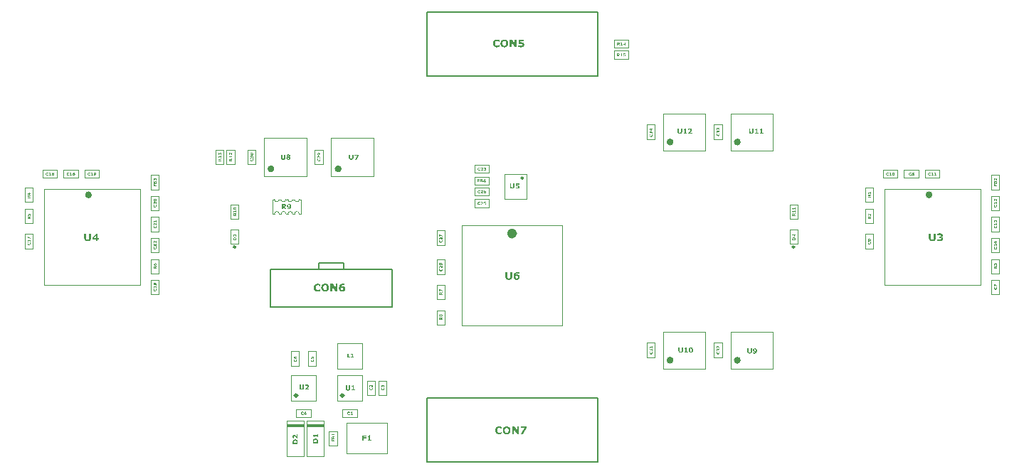
<source format=gbr>
G04 Layer_Color=16711935*
%FSLAX44Y44*%
%MOMM*%
G71*
G01*
G75*
%ADD30C,0.2000*%
%ADD31C,0.6000*%
%ADD32C,0.3000*%
%ADD35C,0.4000*%
%ADD47C,0.2540*%
%ADD83C,0.1000*%
%ADD84R,2.0000X0.4000*%
G36*
X37000Y303324D02*
X35684Y302350D01*
Y301925D01*
X37000D01*
Y301000D01*
X33409D01*
Y302550D01*
Y302554D01*
Y302562D01*
Y302579D01*
Y302604D01*
Y302633D01*
Y302662D01*
X33413Y302737D01*
X33418Y302824D01*
X33426Y302916D01*
X33434Y303012D01*
X33447Y303099D01*
Y303104D01*
Y303108D01*
X33451Y303120D01*
X33455Y303137D01*
X33463Y303183D01*
X33480Y303241D01*
X33501Y303304D01*
X33530Y303379D01*
X33563Y303454D01*
X33605Y303528D01*
Y303533D01*
X33609Y303537D01*
X33626Y303562D01*
X33655Y303599D01*
X33688Y303645D01*
X33734Y303695D01*
X33788Y303749D01*
X33851Y303799D01*
X33918Y303849D01*
X33922D01*
X33926Y303853D01*
X33938Y303862D01*
X33951Y303870D01*
X33992Y303887D01*
X34051Y303912D01*
X34117Y303933D01*
X34201Y303953D01*
X34292Y303966D01*
X34397Y303970D01*
X34434D01*
X34463Y303966D01*
X34497D01*
X34538Y303962D01*
X34580Y303953D01*
X34626Y303945D01*
X34730Y303924D01*
X34838Y303891D01*
X34946Y303845D01*
X34996Y303816D01*
X35046Y303783D01*
X35050D01*
X35059Y303774D01*
X35071Y303762D01*
X35088Y303749D01*
X35134Y303708D01*
X35192Y303649D01*
X35259Y303574D01*
X35325Y303483D01*
X35396Y303379D01*
X35463Y303258D01*
X37000Y304457D01*
Y303324D01*
D02*
G37*
G36*
X35859Y307582D02*
X35888D01*
X35959Y307573D01*
X36038Y307561D01*
X36125Y307540D01*
X36217Y307515D01*
X36309Y307477D01*
X36313D01*
X36317Y307473D01*
X36329Y307465D01*
X36350Y307457D01*
X36392Y307436D01*
X36450Y307402D01*
X36513Y307357D01*
X36579Y307307D01*
X36650Y307244D01*
X36717Y307173D01*
Y307169D01*
X36725Y307165D01*
X36733Y307153D01*
X36746Y307136D01*
X36763Y307115D01*
X36779Y307090D01*
X36821Y307028D01*
X36862Y306953D01*
X36908Y306865D01*
X36950Y306769D01*
X36988Y306665D01*
Y306661D01*
X36992Y306653D01*
X36996Y306636D01*
X37000Y306615D01*
X37008Y306586D01*
X37017Y306557D01*
X37025Y306519D01*
X37029Y306478D01*
X37037Y306428D01*
X37046Y306378D01*
X37062Y306269D01*
X37071Y306145D01*
X37075Y306011D01*
Y306007D01*
Y305990D01*
Y305970D01*
Y305940D01*
X37071Y305903D01*
Y305857D01*
X37067Y305811D01*
X37062Y305757D01*
X37054Y305645D01*
X37042Y305520D01*
X37025Y305399D01*
X37004Y305282D01*
Y305278D01*
X37000Y305270D01*
X36996Y305253D01*
X36992Y305232D01*
X36988Y305207D01*
X36979Y305178D01*
X36962Y305112D01*
X36942Y305037D01*
X36917Y304953D01*
X36892Y304874D01*
X36862Y304799D01*
X36067D01*
Y304899D01*
Y304903D01*
X36071Y304907D01*
X36079Y304920D01*
X36088Y304937D01*
X36113Y304982D01*
X36142Y305041D01*
X36175Y305107D01*
X36213Y305191D01*
X36250Y305278D01*
X36284Y305370D01*
Y305374D01*
X36288Y305382D01*
X36292Y305395D01*
X36296Y305415D01*
X36304Y305436D01*
X36309Y305461D01*
X36325Y305528D01*
X36342Y305603D01*
X36354Y305690D01*
X36363Y305782D01*
X36367Y305874D01*
Y305882D01*
Y305899D01*
Y305932D01*
X36363Y305974D01*
X36358Y306024D01*
X36354Y306078D01*
X36346Y306140D01*
X36333Y306203D01*
Y306207D01*
Y306211D01*
X36325Y306232D01*
X36317Y306265D01*
X36304Y306307D01*
X36288Y306353D01*
X36267Y306399D01*
X36242Y306444D01*
X36209Y306486D01*
X36204Y306490D01*
X36196Y306499D01*
X36179Y306515D01*
X36163Y306532D01*
X36113Y306569D01*
X36059Y306607D01*
X36054Y306611D01*
X36042Y306615D01*
X36025Y306624D01*
X36000Y306632D01*
X35963Y306640D01*
X35921Y306644D01*
X35875Y306653D01*
X35796D01*
X35771Y306649D01*
X35742Y306644D01*
X35675Y306628D01*
X35638Y306615D01*
X35605Y306594D01*
X35600Y306590D01*
X35588Y306586D01*
X35571Y306569D01*
X35550Y306553D01*
X35505Y306507D01*
X35459Y306449D01*
X35455Y306444D01*
X35446Y306428D01*
X35434Y306399D01*
X35417Y306361D01*
X35400Y306315D01*
X35380Y306261D01*
X35367Y306203D01*
X35355Y306136D01*
Y306128D01*
X35350Y306107D01*
X35346Y306070D01*
X35338Y306028D01*
X35334Y305974D01*
X35330Y305920D01*
X35325Y305803D01*
Y305799D01*
Y305795D01*
Y305782D01*
Y305765D01*
Y305724D01*
X35330Y305670D01*
X35334Y305603D01*
X35342Y305532D01*
X35367Y305382D01*
Y305378D01*
Y305374D01*
X35371Y305349D01*
X35380Y305311D01*
X35388Y305266D01*
X35400Y305211D01*
X35413Y305153D01*
X35425Y305095D01*
X35438Y305037D01*
Y304932D01*
X33409D01*
Y307482D01*
X34097D01*
Y305803D01*
X34684D01*
Y305807D01*
Y305815D01*
Y305832D01*
X34680Y305853D01*
Y305878D01*
Y305911D01*
X34676Y305945D01*
Y305986D01*
Y305990D01*
Y306007D01*
Y306028D01*
X34671Y306057D01*
Y306124D01*
Y306190D01*
Y306194D01*
Y306203D01*
Y306220D01*
Y306240D01*
Y306265D01*
X34676Y306294D01*
X34680Y306369D01*
X34684Y306449D01*
X34696Y306540D01*
X34709Y306628D01*
X34730Y306719D01*
Y306723D01*
X34734Y306732D01*
Y306740D01*
X34742Y306757D01*
X34755Y306803D01*
X34771Y306857D01*
X34792Y306919D01*
X34821Y306986D01*
X34851Y307053D01*
X34888Y307119D01*
Y307123D01*
X34892Y307128D01*
X34901Y307140D01*
X34913Y307157D01*
X34942Y307194D01*
X34984Y307244D01*
X35034Y307298D01*
X35092Y307357D01*
X35163Y307411D01*
X35242Y307461D01*
X35246D01*
X35250Y307465D01*
X35263Y307473D01*
X35280Y307482D01*
X35300Y307490D01*
X35330Y307502D01*
X35392Y307523D01*
X35471Y307548D01*
X35563Y307565D01*
X35671Y307582D01*
X35788Y307586D01*
X35834D01*
X35859Y307582D01*
D02*
G37*
G36*
X897312Y405163D02*
Y405150D01*
Y405115D01*
X897305Y405060D01*
Y404983D01*
X897291Y404886D01*
X897277Y404782D01*
X897256Y404664D01*
X897228Y404533D01*
X897194Y404401D01*
X897145Y404262D01*
X897090Y404123D01*
X897027Y403978D01*
X896944Y403839D01*
X896854Y403707D01*
X896750Y403582D01*
X896632Y403465D01*
X896625Y403458D01*
X896597Y403437D01*
X896563Y403409D01*
X896507Y403374D01*
X896438Y403326D01*
X896348Y403277D01*
X896251Y403222D01*
X896133Y403173D01*
X896001Y403118D01*
X895855Y403062D01*
X895689Y403014D01*
X895509Y402965D01*
X895322Y402931D01*
X895113Y402903D01*
X894885Y402882D01*
X894649Y402875D01*
X894593D01*
X894524Y402882D01*
X894434D01*
X894323Y402896D01*
X894198Y402910D01*
X894060Y402924D01*
X893907Y402952D01*
X893754Y402979D01*
X893588Y403021D01*
X893421Y403069D01*
X893262Y403125D01*
X893096Y403194D01*
X892943Y403270D01*
X892797Y403361D01*
X892666Y403465D01*
X892659Y403471D01*
X892638Y403492D01*
X892603Y403527D01*
X892562Y403576D01*
X892513Y403638D01*
X892458Y403707D01*
X892395Y403797D01*
X892333Y403895D01*
X892270Y404012D01*
X892208Y404137D01*
X892152Y404276D01*
X892104Y404428D01*
X892062Y404588D01*
X892028Y404768D01*
X892007Y404955D01*
X892000Y405157D01*
Y408977D01*
X893539D01*
Y405240D01*
Y405233D01*
Y405212D01*
Y405184D01*
X893546Y405136D01*
Y405087D01*
X893553Y405032D01*
X893574Y404893D01*
X893602Y404740D01*
X893650Y404588D01*
X893713Y404442D01*
X893754Y404380D01*
X893796Y404318D01*
X893810Y404304D01*
X893845Y404269D01*
X893914Y404220D01*
X894004Y404165D01*
X894060Y404137D01*
X894122Y404109D01*
X894191Y404082D01*
X894268Y404061D01*
X894351Y404040D01*
X894441Y404026D01*
X894545Y404019D01*
X894649Y404012D01*
X894704D01*
X894746Y404019D01*
X894794D01*
X894850Y404026D01*
X894975Y404047D01*
X895113Y404082D01*
X895252Y404137D01*
X895391Y404207D01*
X895446Y404255D01*
X895502Y404304D01*
Y404311D01*
X895516Y404318D01*
X895529Y404338D01*
X895543Y404359D01*
X895564Y404394D01*
X895585Y404428D01*
X895613Y404477D01*
X895640Y404533D01*
X895661Y404595D01*
X895689Y404657D01*
X895710Y404740D01*
X895731Y404824D01*
X895744Y404914D01*
X895758Y405018D01*
X895772Y405122D01*
Y405240D01*
Y408977D01*
X897312D01*
Y405163D01*
D02*
G37*
G36*
X817819Y143040D02*
X819053D01*
Y142000D01*
X815059D01*
Y143040D01*
X816321D01*
Y146202D01*
X815059D01*
Y147180D01*
X815163D01*
X815232Y147187D01*
X815316D01*
X815413Y147194D01*
X815607Y147208D01*
X815621D01*
X815655Y147214D01*
X815704Y147221D01*
X815766Y147235D01*
X815836Y147249D01*
X815905Y147270D01*
X815981Y147298D01*
X816051Y147325D01*
X816058Y147332D01*
X816085Y147346D01*
X816120Y147367D01*
X816169Y147395D01*
X816217Y147436D01*
X816273Y147478D01*
X816321Y147534D01*
X816363Y147589D01*
X816370Y147596D01*
X816384Y147617D01*
X816397Y147651D01*
X816418Y147700D01*
X816439Y147755D01*
X816460Y147825D01*
X816480Y147901D01*
X816488Y147991D01*
X817819D01*
Y143040D01*
D02*
G37*
G36*
X185850Y248657D02*
X185879D01*
X185950Y248648D01*
X186029Y248636D01*
X186117Y248615D01*
X186213Y248590D01*
X186304Y248557D01*
X186308D01*
X186317Y248552D01*
X186329Y248548D01*
X186346Y248540D01*
X186388Y248515D01*
X186446Y248486D01*
X186509Y248444D01*
X186579Y248394D01*
X186646Y248340D01*
X186713Y248273D01*
Y248269D01*
X186721Y248265D01*
X186729Y248253D01*
X186742Y248240D01*
X186771Y248198D01*
X186813Y248144D01*
X186854Y248078D01*
X186900Y247999D01*
X186946Y247915D01*
X186983Y247819D01*
Y247815D01*
X186987Y247807D01*
X186992Y247794D01*
X186996Y247773D01*
X187004Y247749D01*
X187013Y247719D01*
X187021Y247686D01*
X187029Y247649D01*
X187046Y247561D01*
X187062Y247461D01*
X187071Y247344D01*
X187075Y247220D01*
Y247215D01*
Y247207D01*
Y247190D01*
Y247165D01*
X187071Y247136D01*
Y247103D01*
X187067Y247065D01*
X187062Y247028D01*
X187054Y246936D01*
X187038Y246836D01*
X187017Y246732D01*
X186987Y246632D01*
Y246628D01*
X186983Y246620D01*
X186979Y246607D01*
X186971Y246586D01*
X186963Y246565D01*
X186950Y246536D01*
X186921Y246474D01*
X186883Y246403D01*
X186838Y246328D01*
X186783Y246253D01*
X186721Y246178D01*
X186717Y246174D01*
X186713Y246170D01*
X186700Y246157D01*
X186683Y246141D01*
X186663Y246124D01*
X186638Y246103D01*
X186575Y246053D01*
X186500Y245999D01*
X186409Y245945D01*
X186304Y245891D01*
X186188Y245841D01*
X186183D01*
X186171Y245837D01*
X186154Y245832D01*
X186129Y245824D01*
X186096Y245816D01*
X186059Y245803D01*
X186017Y245795D01*
X185967Y245786D01*
X185913Y245774D01*
X185850Y245766D01*
X185788Y245753D01*
X185717Y245745D01*
X185642Y245741D01*
X185567Y245732D01*
X185400Y245728D01*
X185321D01*
X185280Y245732D01*
X185234D01*
X185180Y245737D01*
X185117Y245741D01*
X185055Y245749D01*
X184988Y245753D01*
X184846Y245774D01*
X184705Y245799D01*
X184563Y245837D01*
X184559D01*
X184547Y245841D01*
X184526Y245849D01*
X184501Y245857D01*
X184467Y245870D01*
X184434Y245882D01*
X184388Y245899D01*
X184342Y245920D01*
X184242Y245970D01*
X184134Y246028D01*
X184022Y246103D01*
X183913Y246186D01*
X183909Y246191D01*
X183901Y246199D01*
X183888Y246211D01*
X183867Y246228D01*
X183847Y246253D01*
X183822Y246282D01*
X183792Y246316D01*
X183759Y246353D01*
X183726Y246395D01*
X183692Y246441D01*
X183622Y246545D01*
X183555Y246665D01*
X183493Y246799D01*
Y246803D01*
X183484Y246815D01*
X183480Y246836D01*
X183468Y246865D01*
X183459Y246903D01*
X183447Y246945D01*
X183430Y246999D01*
X183418Y247053D01*
X183405Y247115D01*
X183388Y247186D01*
X183376Y247261D01*
X183368Y247340D01*
X183355Y247424D01*
X183351Y247511D01*
X183343Y247698D01*
Y247707D01*
Y247728D01*
Y247765D01*
X183347Y247811D01*
Y247869D01*
X183351Y247936D01*
X183359Y248007D01*
X183368Y248082D01*
Y248086D01*
Y248090D01*
X183372Y248115D01*
X183376Y248153D01*
X183380Y248194D01*
X183388Y248240D01*
X183393Y248286D01*
X183401Y248328D01*
X183405Y248357D01*
X184109D01*
Y248265D01*
Y248261D01*
X184105Y248253D01*
X184097Y248236D01*
X184088Y248211D01*
X184080Y248182D01*
X184067Y248144D01*
X184055Y248094D01*
X184038Y248040D01*
Y248032D01*
X184030Y248015D01*
X184026Y247982D01*
X184017Y247940D01*
X184009Y247886D01*
X184005Y247828D01*
X183997Y247761D01*
Y247690D01*
Y247686D01*
Y247669D01*
Y247644D01*
X184001Y247615D01*
X184005Y247574D01*
X184009Y247532D01*
X184017Y247482D01*
X184026Y247428D01*
X184051Y247311D01*
X184092Y247190D01*
X184117Y247132D01*
X184151Y247074D01*
X184184Y247020D01*
X184226Y246970D01*
X184230Y246965D01*
X184238Y246957D01*
X184251Y246945D01*
X184267Y246928D01*
X184292Y246907D01*
X184317Y246886D01*
X184351Y246861D01*
X184392Y246836D01*
X184434Y246811D01*
X184480Y246782D01*
X184534Y246757D01*
X184588Y246732D01*
X184651Y246711D01*
X184717Y246691D01*
X184784Y246674D01*
X184859Y246661D01*
Y246665D01*
X184855Y246670D01*
X184838Y246695D01*
X184821Y246732D01*
X184792Y246778D01*
X184767Y246836D01*
X184734Y246903D01*
X184705Y246974D01*
X184680Y247049D01*
Y247053D01*
X184676Y247057D01*
X184671Y247069D01*
X184667Y247086D01*
X184659Y247128D01*
X184642Y247182D01*
X184630Y247249D01*
X184621Y247324D01*
X184613Y247407D01*
X184609Y247494D01*
Y247499D01*
Y247503D01*
Y247515D01*
Y247532D01*
X184613Y247569D01*
Y247624D01*
X184621Y247682D01*
X184630Y247749D01*
X184642Y247819D01*
X184659Y247886D01*
Y247890D01*
X184663Y247894D01*
X184667Y247915D01*
X184680Y247953D01*
X184696Y247994D01*
X184717Y248044D01*
X184746Y248103D01*
X184776Y248161D01*
X184813Y248219D01*
Y248223D01*
X184821Y248228D01*
X184838Y248253D01*
X184871Y248290D01*
X184913Y248336D01*
X184967Y248386D01*
X185034Y248440D01*
X185109Y248490D01*
X185192Y248540D01*
X185196D01*
X185205Y248544D01*
X185217Y248552D01*
X185234Y248561D01*
X185259Y248569D01*
X185284Y248577D01*
X185317Y248590D01*
X185355Y248603D01*
X185438Y248623D01*
X185538Y248644D01*
X185655Y248657D01*
X185779Y248661D01*
X185825D01*
X185850Y248657D01*
D02*
G37*
G36*
X822922Y148095D02*
X822992Y148088D01*
X823068D01*
X823144Y148074D01*
X823325Y148054D01*
X823519Y148012D01*
X823713Y147963D01*
X823893Y147894D01*
X823900D01*
X823914Y147887D01*
X823935Y147873D01*
X823969Y147859D01*
X824011Y147839D01*
X824053Y147811D01*
X824164Y147741D01*
X824281Y147658D01*
X824413Y147554D01*
X824538Y147430D01*
X824656Y147291D01*
X824663Y147284D01*
X824670Y147270D01*
X824684Y147249D01*
X824705Y147221D01*
X824725Y147180D01*
X824753Y147138D01*
X824788Y147083D01*
X824815Y147020D01*
X824885Y146882D01*
X824954Y146715D01*
X825023Y146528D01*
X825079Y146320D01*
Y146313D01*
X825086Y146292D01*
X825093Y146264D01*
X825100Y146216D01*
X825114Y146160D01*
X825120Y146098D01*
X825134Y146022D01*
X825148Y145939D01*
X825162Y145842D01*
X825176Y145744D01*
X825183Y145633D01*
X825197Y145516D01*
X825211Y145266D01*
X825218Y144989D01*
Y144982D01*
Y144954D01*
Y144912D01*
Y144864D01*
X825211Y144795D01*
Y144718D01*
X825204Y144628D01*
Y144538D01*
X825190Y144434D01*
X825183Y144330D01*
X825162Y144101D01*
X825127Y143865D01*
X825079Y143637D01*
Y143630D01*
X825072Y143609D01*
X825065Y143581D01*
X825051Y143539D01*
X825037Y143484D01*
X825023Y143428D01*
X824975Y143290D01*
X824912Y143137D01*
X824843Y142971D01*
X824753Y142811D01*
X824656Y142659D01*
Y142652D01*
X824642Y142645D01*
X824628Y142624D01*
X824601Y142596D01*
X824538Y142527D01*
X824448Y142437D01*
X824337Y142347D01*
X824205Y142250D01*
X824060Y142153D01*
X823893Y142069D01*
X823886D01*
X823872Y142062D01*
X823845Y142049D01*
X823810Y142042D01*
X823768Y142028D01*
X823713Y142007D01*
X823651Y141993D01*
X823574Y141972D01*
X823498Y141952D01*
X823408Y141938D01*
X823318Y141924D01*
X823214Y141903D01*
X822992Y141882D01*
X822749Y141875D01*
X822638D01*
X822576Y141882D01*
X822513Y141889D01*
X822437D01*
X822354Y141903D01*
X822173Y141924D01*
X821986Y141958D01*
X821792Y142007D01*
X821605Y142069D01*
X821598D01*
X821584Y142076D01*
X821556Y142090D01*
X821529Y142104D01*
X821487Y142125D01*
X821439Y142153D01*
X821335Y142222D01*
X821210Y142305D01*
X821085Y142409D01*
X820953Y142527D01*
X820835Y142666D01*
Y142673D01*
X820821Y142687D01*
X820807Y142707D01*
X820787Y142735D01*
X820766Y142777D01*
X820738Y142818D01*
X820704Y142874D01*
X820676Y142936D01*
X820606Y143082D01*
X820537Y143248D01*
X820468Y143435D01*
X820412Y143643D01*
Y143650D01*
X820405Y143671D01*
X820398Y143706D01*
X820391Y143747D01*
X820385Y143803D01*
X820371Y143872D01*
X820357Y143948D01*
X820350Y144032D01*
X820336Y144129D01*
X820322Y144233D01*
X820308Y144344D01*
X820301Y144462D01*
X820287Y144711D01*
X820281Y144989D01*
Y144996D01*
Y145023D01*
Y145065D01*
Y145120D01*
X820287Y145190D01*
Y145266D01*
X820294Y145356D01*
Y145446D01*
X820315Y145661D01*
X820336Y145890D01*
X820371Y146119D01*
X820412Y146341D01*
Y146348D01*
X820419Y146369D01*
X820426Y146396D01*
X820440Y146438D01*
X820454Y146486D01*
X820475Y146542D01*
X820516Y146681D01*
X820579Y146833D01*
X820655Y146993D01*
X820745Y147159D01*
X820849Y147312D01*
X820856Y147318D01*
X820863Y147332D01*
X820877Y147346D01*
X820905Y147374D01*
X820967Y147450D01*
X821057Y147534D01*
X821161Y147631D01*
X821293Y147728D01*
X821445Y147818D01*
X821612Y147901D01*
X821619D01*
X821633Y147908D01*
X821660Y147922D01*
X821695Y147936D01*
X821744Y147949D01*
X821799Y147963D01*
X821861Y147984D01*
X821931Y148005D01*
X822014Y148019D01*
X822097Y148040D01*
X822291Y148074D01*
X822513Y148095D01*
X822749Y148102D01*
X822860D01*
X822922Y148095D01*
D02*
G37*
G36*
X901819Y404040D02*
X903053D01*
Y403000D01*
X899059D01*
Y404040D01*
X900321D01*
Y407202D01*
X899059D01*
Y408180D01*
X899163D01*
X899232Y408187D01*
X899316D01*
X899413Y408194D01*
X899607Y408208D01*
X899621D01*
X899655Y408214D01*
X899704Y408222D01*
X899766Y408235D01*
X899836Y408249D01*
X899905Y408270D01*
X899981Y408298D01*
X900051Y408326D01*
X900058Y408332D01*
X900085Y408346D01*
X900120Y408367D01*
X900169Y408395D01*
X900217Y408436D01*
X900273Y408478D01*
X900321Y408534D01*
X900363Y408589D01*
X900370Y408596D01*
X900383Y408617D01*
X900397Y408651D01*
X900418Y408700D01*
X900439Y408755D01*
X900460Y408825D01*
X900480Y408901D01*
X900488Y408991D01*
X901819D01*
Y404040D01*
D02*
G37*
G36*
X1187000Y244324D02*
X1185684Y243350D01*
Y242925D01*
X1187000D01*
Y242000D01*
X1183409D01*
Y243550D01*
Y243554D01*
Y243562D01*
Y243579D01*
Y243604D01*
Y243633D01*
Y243662D01*
X1183413Y243737D01*
X1183418Y243825D01*
X1183426Y243916D01*
X1183434Y244012D01*
X1183447Y244100D01*
Y244104D01*
Y244108D01*
X1183451Y244120D01*
X1183455Y244137D01*
X1183463Y244183D01*
X1183480Y244241D01*
X1183501Y244304D01*
X1183530Y244379D01*
X1183563Y244454D01*
X1183605Y244529D01*
Y244533D01*
X1183609Y244537D01*
X1183626Y244562D01*
X1183655Y244599D01*
X1183688Y244645D01*
X1183734Y244695D01*
X1183788Y244749D01*
X1183851Y244799D01*
X1183917Y244849D01*
X1183922D01*
X1183926Y244853D01*
X1183938Y244862D01*
X1183951Y244870D01*
X1183992Y244887D01*
X1184051Y244912D01*
X1184117Y244933D01*
X1184201Y244953D01*
X1184292Y244966D01*
X1184397Y244970D01*
X1184434D01*
X1184463Y244966D01*
X1184497D01*
X1184538Y244962D01*
X1184580Y244953D01*
X1184626Y244945D01*
X1184730Y244924D01*
X1184838Y244891D01*
X1184946Y244845D01*
X1184996Y244816D01*
X1185046Y244783D01*
X1185051D01*
X1185059Y244774D01*
X1185071Y244762D01*
X1185088Y244749D01*
X1185134Y244708D01*
X1185192Y244649D01*
X1185259Y244574D01*
X1185325Y244483D01*
X1185396Y244379D01*
X1185463Y244258D01*
X1187000Y245457D01*
Y244324D01*
D02*
G37*
G36*
X1185979Y248565D02*
X1186004D01*
X1186067Y248557D01*
X1186142Y248544D01*
X1186221Y248528D01*
X1186304Y248503D01*
X1186388Y248469D01*
X1186392D01*
X1186396Y248465D01*
X1186408Y248457D01*
X1186425Y248452D01*
X1186467Y248428D01*
X1186517Y248394D01*
X1186575Y248348D01*
X1186638Y248298D01*
X1186700Y248236D01*
X1186762Y248161D01*
Y248157D01*
X1186771Y248153D01*
X1186779Y248140D01*
X1186787Y248123D01*
X1186817Y248082D01*
X1186850Y248023D01*
X1186888Y247953D01*
X1186925Y247873D01*
X1186963Y247782D01*
X1186996Y247682D01*
Y247678D01*
X1187000Y247669D01*
X1187004Y247653D01*
X1187008Y247632D01*
X1187012Y247607D01*
X1187021Y247578D01*
X1187029Y247540D01*
X1187033Y247499D01*
X1187042Y247453D01*
X1187050Y247403D01*
X1187063Y247290D01*
X1187071Y247165D01*
X1187075Y247024D01*
Y247020D01*
Y247003D01*
Y246982D01*
Y246949D01*
X1187071Y246911D01*
Y246865D01*
Y246815D01*
X1187067Y246761D01*
X1187058Y246640D01*
X1187046Y246511D01*
X1187029Y246382D01*
X1187004Y246257D01*
Y246253D01*
X1187000Y246245D01*
X1186996Y246228D01*
X1186992Y246203D01*
X1186988Y246178D01*
X1186979Y246145D01*
X1186958Y246074D01*
X1186937Y245991D01*
X1186913Y245903D01*
X1186883Y245820D01*
X1186850Y245741D01*
X1186059D01*
Y245832D01*
Y245837D01*
X1186063Y245841D01*
X1186071Y245853D01*
X1186079Y245870D01*
X1186104Y245912D01*
X1186133Y245974D01*
X1186171Y246045D01*
X1186204Y246128D01*
X1186242Y246224D01*
X1186279Y246328D01*
Y246332D01*
X1186283Y246341D01*
X1186288Y246357D01*
X1186292Y246378D01*
X1186300Y246403D01*
X1186309Y246432D01*
X1186321Y246503D01*
X1186338Y246582D01*
X1186354Y246670D01*
X1186363Y246761D01*
X1186367Y246853D01*
Y246861D01*
Y246878D01*
Y246907D01*
X1186363Y246940D01*
Y246986D01*
X1186358Y247036D01*
X1186354Y247094D01*
X1186346Y247153D01*
Y247161D01*
X1186342Y247182D01*
X1186333Y247211D01*
X1186325Y247249D01*
X1186313Y247295D01*
X1186296Y247340D01*
X1186271Y247386D01*
X1186246Y247432D01*
X1186242Y247436D01*
X1186234Y247449D01*
X1186221Y247461D01*
X1186204Y247482D01*
X1186163Y247528D01*
X1186104Y247574D01*
X1186100Y247578D01*
X1186088Y247582D01*
X1186067Y247590D01*
X1186042Y247603D01*
X1186004Y247611D01*
X1185963Y247619D01*
X1185913Y247624D01*
X1185854Y247628D01*
X1185829D01*
X1185800Y247624D01*
X1185763Y247619D01*
X1185725Y247611D01*
X1185684Y247594D01*
X1185646Y247578D01*
X1185613Y247553D01*
X1185609Y247549D01*
X1185600Y247540D01*
X1185584Y247524D01*
X1185563Y247503D01*
X1185542Y247478D01*
X1185521Y247444D01*
X1185505Y247407D01*
X1185488Y247365D01*
Y247361D01*
X1185484Y247344D01*
X1185475Y247320D01*
X1185467Y247286D01*
X1185463Y247240D01*
X1185455Y247194D01*
X1185450Y247136D01*
X1185446Y247078D01*
Y247069D01*
Y247049D01*
Y247020D01*
X1185442Y246978D01*
Y246932D01*
Y246882D01*
Y246774D01*
Y246578D01*
X1184801D01*
Y246782D01*
Y246786D01*
Y246790D01*
Y246815D01*
Y246849D01*
Y246895D01*
X1184796Y246945D01*
Y246999D01*
Y247057D01*
X1184792Y247111D01*
Y247120D01*
X1184788Y247136D01*
X1184784Y247161D01*
X1184780Y247199D01*
X1184771Y247236D01*
X1184763Y247278D01*
X1184734Y247361D01*
Y247365D01*
X1184726Y247378D01*
X1184717Y247399D01*
X1184705Y247419D01*
X1184667Y247474D01*
X1184642Y247499D01*
X1184617Y247519D01*
X1184613Y247524D01*
X1184601Y247528D01*
X1184584Y247536D01*
X1184559Y247549D01*
X1184526Y247557D01*
X1184488Y247565D01*
X1184442Y247569D01*
X1184392Y247574D01*
X1184376D01*
X1184355Y247569D01*
X1184330Y247565D01*
X1184276Y247549D01*
X1184247Y247536D01*
X1184221Y247515D01*
X1184217Y247511D01*
X1184209Y247507D01*
X1184196Y247494D01*
X1184184Y247478D01*
X1184151Y247436D01*
X1184117Y247378D01*
X1184113Y247374D01*
X1184109Y247361D01*
X1184101Y247340D01*
X1184092Y247315D01*
X1184084Y247282D01*
X1184072Y247244D01*
X1184063Y247199D01*
X1184059Y247153D01*
Y247149D01*
X1184055Y247132D01*
Y247107D01*
X1184051Y247078D01*
X1184047Y247045D01*
Y247007D01*
X1184042Y246936D01*
Y246932D01*
Y246928D01*
Y246915D01*
Y246899D01*
X1184047Y246878D01*
Y246853D01*
X1184051Y246790D01*
X1184063Y246716D01*
X1184076Y246632D01*
X1184097Y246541D01*
X1184122Y246445D01*
Y246441D01*
X1184126Y246432D01*
X1184130Y246420D01*
X1184134Y246399D01*
X1184142Y246374D01*
X1184151Y246349D01*
X1184176Y246282D01*
X1184209Y246203D01*
X1184242Y246116D01*
X1184288Y246024D01*
X1184338Y245932D01*
Y245845D01*
X1183563D01*
Y245849D01*
X1183559Y245853D01*
X1183555Y245866D01*
X1183551Y245882D01*
X1183542Y245899D01*
X1183534Y245924D01*
X1183513Y245986D01*
X1183493Y246061D01*
X1183463Y246153D01*
X1183438Y246257D01*
X1183409Y246378D01*
Y246382D01*
X1183405Y246395D01*
X1183401Y246411D01*
X1183397Y246436D01*
X1183393Y246470D01*
X1183384Y246503D01*
X1183380Y246545D01*
X1183372Y246590D01*
X1183359Y246695D01*
X1183347Y246811D01*
X1183338Y246936D01*
X1183334Y247065D01*
Y247069D01*
Y247082D01*
Y247099D01*
Y247124D01*
Y247153D01*
X1183338Y247186D01*
Y247224D01*
X1183343Y247269D01*
X1183351Y247361D01*
X1183359Y247461D01*
X1183376Y247561D01*
X1183397Y247661D01*
Y247665D01*
X1183401Y247673D01*
Y247686D01*
X1183409Y247703D01*
X1183422Y247749D01*
X1183438Y247811D01*
X1183459Y247873D01*
X1183488Y247944D01*
X1183518Y248015D01*
X1183555Y248082D01*
Y248086D01*
X1183559Y248090D01*
X1183576Y248115D01*
X1183601Y248148D01*
X1183634Y248190D01*
X1183676Y248240D01*
X1183726Y248286D01*
X1183780Y248332D01*
X1183842Y248373D01*
X1183851Y248377D01*
X1183872Y248390D01*
X1183905Y248407D01*
X1183955Y248423D01*
X1184009Y248440D01*
X1184076Y248457D01*
X1184151Y248469D01*
X1184234Y248473D01*
X1184263D01*
X1184284Y248469D01*
X1184309D01*
X1184342Y248465D01*
X1184413Y248448D01*
X1184497Y248428D01*
X1184588Y248394D01*
X1184680Y248348D01*
X1184726Y248319D01*
X1184771Y248286D01*
X1184776D01*
X1184780Y248278D01*
X1184792Y248265D01*
X1184809Y248253D01*
X1184850Y248211D01*
X1184896Y248157D01*
X1184946Y248086D01*
X1184996Y248003D01*
X1185038Y247907D01*
X1185071Y247799D01*
X1185105D01*
Y247803D01*
X1185109Y247819D01*
X1185113Y247844D01*
X1185117Y247878D01*
X1185130Y247919D01*
X1185138Y247961D01*
X1185171Y248061D01*
X1185175Y248069D01*
X1185180Y248086D01*
X1185192Y248111D01*
X1185209Y248144D01*
X1185230Y248182D01*
X1185255Y248223D01*
X1185284Y248269D01*
X1185317Y248311D01*
X1185321Y248315D01*
X1185334Y248332D01*
X1185359Y248353D01*
X1185388Y248377D01*
X1185421Y248407D01*
X1185463Y248440D01*
X1185509Y248469D01*
X1185559Y248498D01*
X1185563Y248503D01*
X1185584Y248511D01*
X1185613Y248519D01*
X1185655Y248536D01*
X1185704Y248548D01*
X1185763Y248557D01*
X1185834Y248565D01*
X1185913Y248569D01*
X1185954D01*
X1185979Y248565D01*
D02*
G37*
G36*
X37000Y328324D02*
X35684Y327350D01*
Y326925D01*
X37000D01*
Y326000D01*
X33409D01*
Y327550D01*
Y327554D01*
Y327562D01*
Y327579D01*
Y327604D01*
Y327633D01*
Y327662D01*
X33413Y327737D01*
X33418Y327825D01*
X33426Y327916D01*
X33434Y328012D01*
X33447Y328100D01*
Y328104D01*
Y328108D01*
X33451Y328120D01*
X33455Y328137D01*
X33463Y328183D01*
X33480Y328241D01*
X33501Y328304D01*
X33530Y328379D01*
X33563Y328453D01*
X33605Y328529D01*
Y328533D01*
X33609Y328537D01*
X33626Y328562D01*
X33655Y328599D01*
X33688Y328645D01*
X33734Y328695D01*
X33788Y328749D01*
X33851Y328799D01*
X33918Y328849D01*
X33922D01*
X33926Y328853D01*
X33938Y328862D01*
X33951Y328870D01*
X33992Y328887D01*
X34051Y328912D01*
X34117Y328933D01*
X34201Y328953D01*
X34292Y328966D01*
X34397Y328970D01*
X34434D01*
X34463Y328966D01*
X34497D01*
X34538Y328962D01*
X34580Y328953D01*
X34626Y328945D01*
X34730Y328924D01*
X34838Y328891D01*
X34946Y328845D01*
X34996Y328816D01*
X35046Y328783D01*
X35050D01*
X35059Y328774D01*
X35071Y328762D01*
X35088Y328749D01*
X35134Y328708D01*
X35192Y328649D01*
X35259Y328574D01*
X35325Y328483D01*
X35396Y328379D01*
X35463Y328258D01*
X37000Y329458D01*
Y328324D01*
D02*
G37*
G36*
X36171Y332228D02*
X37008D01*
Y331344D01*
X36171D01*
Y329607D01*
X35496D01*
X33409Y331286D01*
Y332228D01*
X35517D01*
Y332715D01*
X36171D01*
Y332228D01*
D02*
G37*
G36*
X907657Y404040D02*
X908892D01*
Y403000D01*
X904898D01*
Y404040D01*
X906160D01*
Y407202D01*
X904898D01*
Y408180D01*
X905002D01*
X905071Y408187D01*
X905154D01*
X905251Y408194D01*
X905445Y408208D01*
X905459D01*
X905494Y408214D01*
X905543Y408222D01*
X905605Y408235D01*
X905674Y408249D01*
X905744Y408270D01*
X905820Y408298D01*
X905889Y408326D01*
X905896Y408332D01*
X905924Y408346D01*
X905958Y408367D01*
X906007Y408395D01*
X906056Y408436D01*
X906111Y408478D01*
X906160Y408534D01*
X906201Y408589D01*
X906208Y408596D01*
X906222Y408617D01*
X906236Y408651D01*
X906257Y408700D01*
X906277Y408755D01*
X906298Y408825D01*
X906319Y408901D01*
X906326Y408991D01*
X907657D01*
Y404040D01*
D02*
G37*
G36*
X387757Y224154D02*
X387903Y224144D01*
X388090Y224123D01*
X388298Y224102D01*
X388527Y224060D01*
X388778Y224008D01*
X389048Y223935D01*
X389319Y223852D01*
X389600Y223758D01*
X389881Y223633D01*
X390163Y223487D01*
X390433Y223321D01*
X390694Y223123D01*
X390933Y222904D01*
X390944Y222894D01*
X390985Y222842D01*
X391048Y222769D01*
X391131Y222675D01*
X391225Y222550D01*
X391329Y222394D01*
X391433Y222206D01*
X391558Y222009D01*
X391673Y221769D01*
X391777Y221519D01*
X391881Y221238D01*
X391975Y220926D01*
X392058Y220603D01*
X392120Y220249D01*
X392162Y219874D01*
X392172Y219478D01*
Y219468D01*
Y219457D01*
Y219426D01*
Y219384D01*
X392162Y219270D01*
X392152Y219124D01*
X392131Y218947D01*
X392110Y218728D01*
X392068Y218499D01*
X392016Y218249D01*
X391954Y217978D01*
X391870Y217708D01*
X391777Y217416D01*
X391652Y217135D01*
X391516Y216854D01*
X391350Y216583D01*
X391162Y216323D01*
X390944Y216073D01*
X390933Y216062D01*
X390891Y216021D01*
X390819Y215958D01*
X390714Y215875D01*
X390589Y215781D01*
X390444Y215677D01*
X390267Y215562D01*
X390058Y215448D01*
X389829Y215323D01*
X389579Y215208D01*
X389298Y215104D01*
X388996Y215011D01*
X388663Y214927D01*
X388319Y214865D01*
X387944Y214823D01*
X387549Y214813D01*
X387403D01*
X387340Y214823D01*
X387195Y214833D01*
X387007Y214854D01*
X386799Y214875D01*
X386570Y214917D01*
X386309Y214969D01*
X386049Y215042D01*
X385768Y215125D01*
X385487Y215219D01*
X385205Y215344D01*
X384924Y215490D01*
X384654Y215656D01*
X384393Y215854D01*
X384154Y216073D01*
X384143Y216083D01*
X384102Y216135D01*
X384039Y216208D01*
X383966Y216302D01*
X383872Y216427D01*
X383768Y216583D01*
X383654Y216760D01*
X383550Y216968D01*
X383435Y217197D01*
X383321Y217458D01*
X383216Y217739D01*
X383123Y218041D01*
X383050Y218364D01*
X382987Y218718D01*
X382946Y219082D01*
X382935Y219478D01*
Y219489D01*
Y219499D01*
Y219530D01*
Y219572D01*
Y219624D01*
X382946Y219686D01*
X382956Y219832D01*
X382977Y220020D01*
X382998Y220228D01*
X383039Y220467D01*
X383091Y220717D01*
X383154Y220988D01*
X383237Y221269D01*
X383331Y221551D01*
X383446Y221842D01*
X383591Y222123D01*
X383747Y222394D01*
X383935Y222654D01*
X384154Y222904D01*
X384164Y222915D01*
X384216Y222956D01*
X384279Y223019D01*
X384383Y223102D01*
X384508Y223196D01*
X384654Y223300D01*
X384831Y223415D01*
X385039Y223540D01*
X385268Y223654D01*
X385518Y223769D01*
X385799Y223873D01*
X386101Y223967D01*
X386434Y224050D01*
X386778Y224112D01*
X387153Y224154D01*
X387549Y224164D01*
X387642D01*
X387757Y224154D01*
D02*
G37*
G36*
X527000Y183324D02*
X525684Y182350D01*
Y181925D01*
X527000D01*
Y181000D01*
X523409D01*
Y182550D01*
Y182554D01*
Y182562D01*
Y182579D01*
Y182604D01*
Y182633D01*
Y182662D01*
X523413Y182737D01*
X523418Y182824D01*
X523426Y182916D01*
X523434Y183012D01*
X523447Y183099D01*
Y183104D01*
Y183108D01*
X523451Y183120D01*
X523455Y183137D01*
X523463Y183183D01*
X523480Y183241D01*
X523501Y183304D01*
X523530Y183379D01*
X523563Y183454D01*
X523605Y183528D01*
Y183533D01*
X523609Y183537D01*
X523626Y183562D01*
X523655Y183599D01*
X523688Y183645D01*
X523734Y183695D01*
X523788Y183749D01*
X523851Y183799D01*
X523917Y183849D01*
X523922D01*
X523926Y183853D01*
X523938Y183862D01*
X523951Y183870D01*
X523992Y183887D01*
X524051Y183912D01*
X524117Y183933D01*
X524201Y183953D01*
X524292Y183966D01*
X524397Y183970D01*
X524434D01*
X524463Y183966D01*
X524496D01*
X524538Y183962D01*
X524580Y183953D01*
X524626Y183945D01*
X524730Y183924D01*
X524838Y183891D01*
X524946Y183845D01*
X524996Y183816D01*
X525046Y183783D01*
X525051D01*
X525059Y183774D01*
X525071Y183762D01*
X525088Y183749D01*
X525134Y183708D01*
X525192Y183649D01*
X525259Y183574D01*
X525325Y183483D01*
X525396Y183379D01*
X525463Y183258D01*
X527000Y184457D01*
Y183324D01*
D02*
G37*
G36*
X895312Y143163D02*
Y143150D01*
Y143115D01*
X895305Y143060D01*
Y142983D01*
X895291Y142886D01*
X895277Y142782D01*
X895256Y142664D01*
X895228Y142533D01*
X895194Y142401D01*
X895145Y142262D01*
X895090Y142123D01*
X895027Y141978D01*
X894944Y141839D01*
X894854Y141707D01*
X894750Y141582D01*
X894632Y141465D01*
X894625Y141458D01*
X894597Y141437D01*
X894563Y141409D01*
X894507Y141374D01*
X894438Y141326D01*
X894348Y141277D01*
X894251Y141222D01*
X894133Y141173D01*
X894001Y141118D01*
X893855Y141062D01*
X893689Y141014D01*
X893509Y140965D01*
X893322Y140931D01*
X893113Y140903D01*
X892885Y140882D01*
X892649Y140875D01*
X892593D01*
X892524Y140882D01*
X892434D01*
X892323Y140896D01*
X892198Y140910D01*
X892059Y140924D01*
X891907Y140951D01*
X891754Y140979D01*
X891588Y141021D01*
X891422Y141069D01*
X891262Y141125D01*
X891096Y141194D01*
X890943Y141270D01*
X890797Y141361D01*
X890666Y141465D01*
X890659Y141472D01*
X890638Y141492D01*
X890603Y141527D01*
X890562Y141575D01*
X890513Y141638D01*
X890458Y141707D01*
X890395Y141797D01*
X890333Y141895D01*
X890270Y142012D01*
X890208Y142137D01*
X890153Y142276D01*
X890104Y142428D01*
X890062Y142588D01*
X890028Y142768D01*
X890007Y142955D01*
X890000Y143156D01*
Y146977D01*
X891539D01*
Y143240D01*
Y143233D01*
Y143212D01*
Y143184D01*
X891546Y143136D01*
Y143087D01*
X891553Y143032D01*
X891574Y142893D01*
X891602Y142740D01*
X891650Y142588D01*
X891713Y142442D01*
X891754Y142380D01*
X891796Y142317D01*
X891810Y142304D01*
X891844Y142269D01*
X891914Y142220D01*
X892004Y142165D01*
X892059Y142137D01*
X892122Y142109D01*
X892191Y142082D01*
X892268Y142061D01*
X892351Y142040D01*
X892441Y142026D01*
X892545Y142019D01*
X892649Y142012D01*
X892704D01*
X892746Y142019D01*
X892794D01*
X892850Y142026D01*
X892975Y142047D01*
X893113Y142082D01*
X893252Y142137D01*
X893391Y142206D01*
X893446Y142255D01*
X893502Y142304D01*
Y142311D01*
X893516Y142317D01*
X893530Y142338D01*
X893543Y142359D01*
X893564Y142394D01*
X893585Y142428D01*
X893613Y142477D01*
X893641Y142533D01*
X893661Y142595D01*
X893689Y142657D01*
X893710Y142740D01*
X893731Y142824D01*
X893745Y142914D01*
X893758Y143018D01*
X893772Y143122D01*
Y143240D01*
Y146977D01*
X895312D01*
Y143163D01*
D02*
G37*
G36*
X280321Y315143D02*
X280367D01*
X280421Y315139D01*
X280475D01*
X280538Y315131D01*
X280600Y315127D01*
X280738Y315114D01*
X280879Y315093D01*
X281017Y315064D01*
X281021D01*
X281034Y315060D01*
X281050Y315056D01*
X281075Y315047D01*
X281109Y315039D01*
X281142Y315031D01*
X281225Y315002D01*
X281317Y314964D01*
X281417Y314923D01*
X281513Y314868D01*
X281604Y314810D01*
X281608D01*
X281613Y314802D01*
X281625Y314793D01*
X281642Y314777D01*
X281683Y314739D01*
X281738Y314685D01*
X281792Y314618D01*
X281850Y314539D01*
X281908Y314452D01*
X281958Y314352D01*
Y314348D01*
X281963Y314339D01*
X281971Y314323D01*
X281975Y314302D01*
X281983Y314277D01*
X281996Y314244D01*
X282004Y314206D01*
X282017Y314160D01*
X282029Y314114D01*
X282038Y314060D01*
X282046Y314006D01*
X282058Y313944D01*
X282071Y313810D01*
X282075Y313664D01*
Y313660D01*
Y313648D01*
Y313627D01*
Y313598D01*
X282071Y313560D01*
X282067Y313523D01*
Y313477D01*
X282058Y313427D01*
X282046Y313319D01*
X282025Y313206D01*
X281996Y313090D01*
X281958Y312977D01*
Y312973D01*
X281954Y312965D01*
X281946Y312948D01*
X281938Y312931D01*
X281925Y312906D01*
X281908Y312877D01*
X281867Y312815D01*
X281817Y312740D01*
X281754Y312665D01*
X281683Y312586D01*
X281600Y312515D01*
X281596D01*
X281588Y312506D01*
X281575Y312498D01*
X281558Y312486D01*
X281533Y312473D01*
X281509Y312456D01*
X281475Y312436D01*
X281438Y312419D01*
X281350Y312377D01*
X281250Y312336D01*
X281138Y312294D01*
X281013Y312261D01*
X281009D01*
X280996Y312257D01*
X280975Y312252D01*
X280950Y312248D01*
X280917Y312244D01*
X280875Y312236D01*
X280830Y312227D01*
X280779Y312223D01*
X280721Y312215D01*
X280659Y312206D01*
X280592Y312198D01*
X280521Y312194D01*
X280371Y312186D01*
X280205Y312181D01*
X280126D01*
X280084Y312186D01*
X280038D01*
X279984Y312190D01*
X279930D01*
X279801Y312202D01*
X279663Y312215D01*
X279526Y312236D01*
X279392Y312261D01*
X279388D01*
X279376Y312265D01*
X279359Y312269D01*
X279334Y312277D01*
X279305Y312286D01*
X279272Y312298D01*
X279188Y312323D01*
X279097Y312361D01*
X279001Y312406D01*
X278901Y312461D01*
X278809Y312523D01*
X278805Y312527D01*
X278797Y312531D01*
X278788Y312540D01*
X278772Y312556D01*
X278726Y312594D01*
X278676Y312648D01*
X278617Y312710D01*
X278559Y312790D01*
X278505Y312881D01*
X278455Y312981D01*
Y312985D01*
X278451Y312994D01*
X278443Y313010D01*
X278434Y313031D01*
X278426Y313060D01*
X278418Y313094D01*
X278405Y313131D01*
X278393Y313173D01*
X278384Y313223D01*
X278372Y313273D01*
X278351Y313389D01*
X278338Y313523D01*
X278334Y313664D01*
Y313669D01*
Y313681D01*
Y313706D01*
Y313731D01*
X278338Y313769D01*
X278343Y313810D01*
Y313856D01*
X278351Y313902D01*
X278363Y314010D01*
X278388Y314127D01*
X278418Y314244D01*
X278459Y314352D01*
Y314356D01*
X278463Y314364D01*
X278472Y314377D01*
X278480Y314398D01*
X278493Y314423D01*
X278509Y314448D01*
X278551Y314514D01*
X278601Y314585D01*
X278663Y314664D01*
X278738Y314739D01*
X278822Y314810D01*
X278826Y314814D01*
X278834Y314818D01*
X278847Y314827D01*
X278863Y314839D01*
X278888Y314852D01*
X278913Y314868D01*
X278947Y314889D01*
X278984Y314906D01*
X279067Y314947D01*
X279167Y314989D01*
X279280Y315031D01*
X279405Y315064D01*
X279409D01*
X279422Y315068D01*
X279438Y315072D01*
X279467Y315077D01*
X279501Y315085D01*
X279538Y315089D01*
X279584Y315097D01*
X279634Y315106D01*
X279692Y315114D01*
X279751Y315122D01*
X279817Y315127D01*
X279888Y315135D01*
X280038Y315143D01*
X280205Y315147D01*
X280280D01*
X280321Y315143D01*
D02*
G37*
G36*
X338891Y318970D02*
X339037Y318963D01*
X339190Y318950D01*
X339349Y318936D01*
X339495Y318915D01*
X339509D01*
X339529Y318908D01*
X339557Y318901D01*
X339633Y318887D01*
X339731Y318859D01*
X339835Y318825D01*
X339959Y318776D01*
X340084Y318721D01*
X340209Y318651D01*
X340216D01*
X340223Y318644D01*
X340265Y318617D01*
X340327Y318568D01*
X340403Y318513D01*
X340486Y318436D01*
X340577Y318346D01*
X340660Y318242D01*
X340743Y318131D01*
Y318124D01*
X340750Y318117D01*
X340764Y318097D01*
X340778Y318076D01*
X340805Y318006D01*
X340847Y317909D01*
X340882Y317799D01*
X340916Y317660D01*
X340937Y317507D01*
X340944Y317334D01*
Y317327D01*
Y317306D01*
Y317271D01*
X340937Y317223D01*
Y317167D01*
X340930Y317098D01*
X340916Y317029D01*
X340902Y316952D01*
X340868Y316779D01*
X340812Y316599D01*
X340736Y316419D01*
X340687Y316335D01*
X340632Y316252D01*
Y316245D01*
X340618Y316231D01*
X340597Y316210D01*
X340577Y316183D01*
X340507Y316106D01*
X340410Y316010D01*
X340285Y315898D01*
X340133Y315788D01*
X339959Y315670D01*
X339758Y315559D01*
X341755Y313000D01*
X339869D01*
X338247Y315191D01*
X337539D01*
Y313000D01*
X336000D01*
Y318977D01*
X338767D01*
X338891Y318970D01*
D02*
G37*
G36*
X344633Y319095D02*
X344696D01*
X344758Y319088D01*
X344827Y319081D01*
X344980Y319067D01*
X345146Y319040D01*
X345313Y318998D01*
X345479Y318950D01*
X345486D01*
X345500Y318943D01*
X345521Y318936D01*
X345555Y318922D01*
X345590Y318908D01*
X345632Y318887D01*
X345736Y318839D01*
X345854Y318776D01*
X345978Y318700D01*
X346103Y318610D01*
X346228Y318506D01*
X346235Y318499D01*
X346242Y318492D01*
X346263Y318471D01*
X346290Y318443D01*
X346318Y318409D01*
X346353Y318367D01*
X346429Y318263D01*
X346519Y318138D01*
X346609Y317986D01*
X346699Y317812D01*
X346776Y317618D01*
Y317611D01*
X346783Y317597D01*
X346796Y317563D01*
X346804Y317521D01*
X346817Y317473D01*
X346838Y317410D01*
X346852Y317341D01*
X346873Y317258D01*
X346887Y317167D01*
X346901Y317070D01*
X346921Y316959D01*
X346935Y316849D01*
X346949Y316724D01*
X346956Y316599D01*
X346963Y316322D01*
Y316315D01*
Y316287D01*
Y316245D01*
Y316197D01*
X346956Y316127D01*
Y316051D01*
X346949Y315961D01*
X346942Y315864D01*
X346928Y315760D01*
X346914Y315649D01*
X346880Y315406D01*
X346831Y315163D01*
X346769Y314914D01*
Y314907D01*
X346762Y314886D01*
X346748Y314851D01*
X346734Y314810D01*
X346713Y314754D01*
X346686Y314685D01*
X346658Y314616D01*
X346623Y314539D01*
X346540Y314366D01*
X346436Y314186D01*
X346318Y314006D01*
X346179Y313832D01*
X346172Y313825D01*
X346159Y313811D01*
X346138Y313784D01*
X346103Y313756D01*
X346062Y313714D01*
X346013Y313666D01*
X345957Y313617D01*
X345888Y313562D01*
X345819Y313506D01*
X345736Y313444D01*
X345555Y313326D01*
X345354Y313215D01*
X345125Y313111D01*
X345118D01*
X345098Y313104D01*
X345063Y313090D01*
X345014Y313076D01*
X344952Y313055D01*
X344883Y313035D01*
X344799Y313014D01*
X344709Y312993D01*
X344605Y312972D01*
X344494Y312952D01*
X344376Y312931D01*
X344245Y312910D01*
X344106Y312896D01*
X343967Y312882D01*
X343662Y312875D01*
X343551D01*
X343468Y312882D01*
X343371D01*
X343267Y312896D01*
X343142Y312903D01*
X343017Y312917D01*
X343004D01*
X342962Y312924D01*
X342906Y312931D01*
X342837Y312938D01*
X342761Y312945D01*
X342685Y312958D01*
X342622Y312965D01*
X342574Y312979D01*
Y314151D01*
X342740D01*
X342754Y314137D01*
X342782Y314130D01*
X342823Y314109D01*
X342865Y314096D01*
X342927Y314075D01*
X342997Y314047D01*
X343073Y314026D01*
X343087D01*
X343115Y314019D01*
X343163Y314006D01*
X343232Y313999D01*
X343316Y313985D01*
X343420Y313971D01*
X343544Y313964D01*
X343732D01*
X343794Y313971D01*
X343870D01*
X343960Y313985D01*
X344064Y313999D01*
X344175Y314012D01*
X344286Y314040D01*
X344293D01*
X344300Y314047D01*
X344335Y314054D01*
X344397Y314075D01*
X344467Y314102D01*
X344550Y314137D01*
X344633Y314179D01*
X344723Y314227D01*
X344806Y314290D01*
X344820Y314297D01*
X344848Y314324D01*
X344890Y314359D01*
X344945Y314415D01*
X345008Y314477D01*
X345070Y314553D01*
X345132Y314643D01*
X345195Y314741D01*
X345202Y314754D01*
X345223Y314789D01*
X345243Y314851D01*
X345278Y314928D01*
X345313Y315025D01*
X345347Y315136D01*
X345375Y315261D01*
X345396Y315399D01*
X345389D01*
X345382Y315392D01*
X345361Y315378D01*
X345340Y315365D01*
X345271Y315330D01*
X345188Y315288D01*
X345084Y315240D01*
X344980Y315184D01*
X344862Y315136D01*
X344751Y315094D01*
X344737Y315087D01*
X344696Y315080D01*
X344633Y315060D01*
X344550Y315046D01*
X344439Y315025D01*
X344314Y315004D01*
X344169Y314997D01*
X344009Y314990D01*
X343954D01*
X343884Y314997D01*
X343801D01*
X343704Y315011D01*
X343593Y315025D01*
X343482Y315039D01*
X343364Y315066D01*
X343350Y315073D01*
X343316Y315080D01*
X343253Y315101D01*
X343184Y315129D01*
X343094Y315163D01*
X343004Y315212D01*
X342906Y315261D01*
X342809Y315323D01*
X342802D01*
X342795Y315337D01*
X342754Y315365D01*
X342691Y315420D01*
X342615Y315489D01*
X342532Y315579D01*
X342442Y315683D01*
X342359Y315808D01*
X342275Y315947D01*
Y315954D01*
X342268Y315968D01*
X342255Y315989D01*
X342248Y316016D01*
X342234Y316058D01*
X342213Y316100D01*
X342199Y316155D01*
X342178Y316217D01*
X342144Y316356D01*
X342109Y316523D01*
X342088Y316717D01*
X342081Y316925D01*
Y316939D01*
Y316966D01*
X342088Y317015D01*
X342095Y317084D01*
X342102Y317167D01*
X342116Y317264D01*
X342137Y317369D01*
X342164Y317479D01*
X342199Y317604D01*
X342241Y317729D01*
X342296Y317861D01*
X342366Y317993D01*
X342442Y318124D01*
X342525Y318249D01*
X342629Y318374D01*
X342747Y318492D01*
X342754Y318499D01*
X342775Y318520D01*
X342816Y318547D01*
X342865Y318589D01*
X342934Y318631D01*
X343017Y318686D01*
X343107Y318741D01*
X343218Y318797D01*
X343336Y318853D01*
X343468Y318908D01*
X343607Y318963D01*
X343766Y319005D01*
X343933Y319047D01*
X344106Y319074D01*
X344293Y319095D01*
X344494Y319102D01*
X344591D01*
X344633Y319095D01*
D02*
G37*
G36*
X527000Y213324D02*
X525684Y212350D01*
Y211925D01*
X527000D01*
Y211000D01*
X523409D01*
Y212550D01*
Y212554D01*
Y212562D01*
Y212579D01*
Y212604D01*
Y212633D01*
Y212662D01*
X523413Y212737D01*
X523418Y212824D01*
X523426Y212916D01*
X523434Y213012D01*
X523447Y213099D01*
Y213104D01*
Y213108D01*
X523451Y213120D01*
X523455Y213137D01*
X523463Y213183D01*
X523480Y213241D01*
X523501Y213304D01*
X523530Y213379D01*
X523563Y213454D01*
X523605Y213528D01*
Y213533D01*
X523609Y213537D01*
X523626Y213562D01*
X523655Y213599D01*
X523688Y213645D01*
X523734Y213695D01*
X523788Y213749D01*
X523851Y213799D01*
X523917Y213849D01*
X523922D01*
X523926Y213853D01*
X523938Y213862D01*
X523951Y213870D01*
X523992Y213887D01*
X524051Y213912D01*
X524117Y213933D01*
X524201Y213953D01*
X524292Y213966D01*
X524397Y213970D01*
X524434D01*
X524463Y213966D01*
X524496D01*
X524538Y213962D01*
X524580Y213953D01*
X524626Y213945D01*
X524730Y213924D01*
X524838Y213891D01*
X524946Y213845D01*
X524996Y213816D01*
X525046Y213783D01*
X525051D01*
X525059Y213774D01*
X525071Y213762D01*
X525088Y213749D01*
X525134Y213708D01*
X525192Y213649D01*
X525259Y213574D01*
X525325Y213483D01*
X525396Y213379D01*
X525463Y213258D01*
X527000Y214457D01*
Y213324D01*
D02*
G37*
G36*
Y215965D02*
Y214937D01*
X524097Y216619D01*
Y214778D01*
X523409D01*
Y217590D01*
X524126D01*
X527000Y215965D01*
D02*
G37*
G36*
X187000Y244324D02*
X185684Y243350D01*
Y242925D01*
X187000D01*
Y242000D01*
X183409D01*
Y243550D01*
Y243554D01*
Y243562D01*
Y243579D01*
Y243604D01*
Y243633D01*
Y243662D01*
X183413Y243737D01*
X183418Y243825D01*
X183426Y243916D01*
X183434Y244012D01*
X183447Y244100D01*
Y244104D01*
Y244108D01*
X183451Y244120D01*
X183455Y244137D01*
X183463Y244183D01*
X183480Y244241D01*
X183501Y244304D01*
X183530Y244379D01*
X183563Y244454D01*
X183605Y244529D01*
Y244533D01*
X183609Y244537D01*
X183626Y244562D01*
X183655Y244599D01*
X183688Y244645D01*
X183734Y244695D01*
X183788Y244749D01*
X183851Y244799D01*
X183918Y244849D01*
X183922D01*
X183926Y244853D01*
X183938Y244862D01*
X183951Y244870D01*
X183992Y244887D01*
X184051Y244912D01*
X184117Y244933D01*
X184201Y244953D01*
X184292Y244966D01*
X184396Y244970D01*
X184434D01*
X184463Y244966D01*
X184496D01*
X184538Y244962D01*
X184580Y244953D01*
X184626Y244945D01*
X184730Y244924D01*
X184838Y244891D01*
X184946Y244845D01*
X184996Y244816D01*
X185046Y244783D01*
X185051D01*
X185059Y244774D01*
X185071Y244762D01*
X185088Y244749D01*
X185134Y244708D01*
X185192Y244649D01*
X185259Y244574D01*
X185325Y244483D01*
X185396Y244379D01*
X185463Y244258D01*
X187000Y245457D01*
Y244324D01*
D02*
G37*
G36*
X898959Y147095D02*
X899021D01*
X899084Y147088D01*
X899153Y147081D01*
X899306Y147067D01*
X899472Y147040D01*
X899639Y146998D01*
X899805Y146950D01*
X899812D01*
X899826Y146943D01*
X899847Y146936D01*
X899881Y146922D01*
X899916Y146908D01*
X899958Y146887D01*
X900061Y146839D01*
X900179Y146776D01*
X900304Y146700D01*
X900429Y146610D01*
X900554Y146506D01*
X900561Y146499D01*
X900568Y146492D01*
X900589Y146471D01*
X900616Y146443D01*
X900644Y146409D01*
X900679Y146367D01*
X900755Y146263D01*
X900845Y146138D01*
X900935Y145986D01*
X901025Y145812D01*
X901102Y145618D01*
Y145611D01*
X901109Y145597D01*
X901123Y145563D01*
X901129Y145521D01*
X901143Y145473D01*
X901164Y145410D01*
X901178Y145341D01*
X901199Y145258D01*
X901213Y145168D01*
X901227Y145070D01*
X901247Y144959D01*
X901261Y144848D01*
X901275Y144724D01*
X901282Y144599D01*
X901289Y144321D01*
Y144314D01*
Y144287D01*
Y144245D01*
Y144197D01*
X901282Y144127D01*
Y144051D01*
X901275Y143961D01*
X901268Y143864D01*
X901254Y143760D01*
X901240Y143649D01*
X901206Y143406D01*
X901157Y143163D01*
X901095Y142914D01*
Y142907D01*
X901088Y142886D01*
X901074Y142851D01*
X901060Y142810D01*
X901039Y142754D01*
X901012Y142685D01*
X900984Y142616D01*
X900949Y142539D01*
X900866Y142366D01*
X900762Y142186D01*
X900644Y142006D01*
X900505Y141832D01*
X900498Y141825D01*
X900484Y141811D01*
X900464Y141784D01*
X900429Y141756D01*
X900387Y141714D01*
X900339Y141666D01*
X900283Y141617D01*
X900214Y141562D01*
X900145Y141506D01*
X900061Y141444D01*
X899881Y141326D01*
X899680Y141215D01*
X899451Y141111D01*
X899444D01*
X899424Y141104D01*
X899389Y141090D01*
X899340Y141076D01*
X899278Y141055D01*
X899209Y141035D01*
X899125Y141014D01*
X899035Y140993D01*
X898931Y140972D01*
X898820Y140951D01*
X898702Y140931D01*
X898571Y140910D01*
X898432Y140896D01*
X898293Y140882D01*
X897988Y140875D01*
X897877D01*
X897794Y140882D01*
X897697D01*
X897593Y140896D01*
X897468Y140903D01*
X897343Y140917D01*
X897329D01*
X897288Y140924D01*
X897232Y140931D01*
X897163Y140938D01*
X897087Y140944D01*
X897010Y140958D01*
X896948Y140965D01*
X896899Y140979D01*
Y142151D01*
X897066D01*
X897080Y142137D01*
X897108Y142130D01*
X897149Y142109D01*
X897191Y142096D01*
X897253Y142075D01*
X897322Y142047D01*
X897399Y142026D01*
X897413D01*
X897440Y142019D01*
X897489Y142006D01*
X897558Y141999D01*
X897642Y141985D01*
X897746Y141971D01*
X897870Y141964D01*
X898057D01*
X898120Y141971D01*
X898196D01*
X898286Y141985D01*
X898390Y141999D01*
X898501Y142012D01*
X898612Y142040D01*
X898619D01*
X898626Y142047D01*
X898661Y142054D01*
X898723Y142075D01*
X898793Y142102D01*
X898876Y142137D01*
X898959Y142179D01*
X899049Y142227D01*
X899132Y142290D01*
X899146Y142297D01*
X899174Y142324D01*
X899215Y142359D01*
X899271Y142415D01*
X899333Y142477D01*
X899396Y142553D01*
X899458Y142643D01*
X899521Y142740D01*
X899528Y142754D01*
X899548Y142789D01*
X899569Y142851D01*
X899604Y142928D01*
X899639Y143025D01*
X899673Y143136D01*
X899701Y143260D01*
X899722Y143399D01*
X899715D01*
X899708Y143392D01*
X899687Y143378D01*
X899666Y143365D01*
X899597Y143330D01*
X899514Y143288D01*
X899410Y143240D01*
X899306Y143184D01*
X899188Y143136D01*
X899077Y143094D01*
X899063Y143087D01*
X899021Y143080D01*
X898959Y143060D01*
X898876Y143046D01*
X898765Y143025D01*
X898640Y143004D01*
X898494Y142997D01*
X898335Y142990D01*
X898279D01*
X898210Y142997D01*
X898127D01*
X898030Y143011D01*
X897919Y143025D01*
X897808Y143039D01*
X897690Y143066D01*
X897676Y143073D01*
X897642Y143080D01*
X897579Y143101D01*
X897510Y143129D01*
X897420Y143163D01*
X897329Y143212D01*
X897232Y143260D01*
X897135Y143323D01*
X897128D01*
X897121Y143337D01*
X897080Y143365D01*
X897017Y143420D01*
X896941Y143489D01*
X896858Y143580D01*
X896768Y143684D01*
X896685Y143808D01*
X896601Y143947D01*
Y143954D01*
X896594Y143968D01*
X896581Y143989D01*
X896574Y144016D01*
X896560Y144058D01*
X896539Y144100D01*
X896525Y144155D01*
X896504Y144218D01*
X896470Y144356D01*
X896435Y144523D01*
X896414Y144717D01*
X896407Y144925D01*
Y144939D01*
Y144966D01*
X896414Y145015D01*
X896421Y145084D01*
X896428Y145168D01*
X896442Y145265D01*
X896463Y145368D01*
X896490Y145479D01*
X896525Y145604D01*
X896567Y145729D01*
X896622Y145861D01*
X896692Y145993D01*
X896768Y146124D01*
X896851Y146249D01*
X896955Y146374D01*
X897073Y146492D01*
X897080Y146499D01*
X897101Y146520D01*
X897142Y146547D01*
X897191Y146589D01*
X897260Y146631D01*
X897343Y146686D01*
X897433Y146742D01*
X897544Y146797D01*
X897662Y146853D01*
X897794Y146908D01*
X897933Y146963D01*
X898092Y147005D01*
X898259Y147047D01*
X898432Y147074D01*
X898619Y147095D01*
X898820Y147102D01*
X898917D01*
X898959Y147095D01*
D02*
G37*
G36*
X526046Y187669D02*
X526079D01*
X526121Y187661D01*
X526167Y187652D01*
X526221Y187640D01*
X526279Y187623D01*
X526338Y187603D01*
X526400Y187573D01*
X526467Y187540D01*
X526533Y187502D01*
X526600Y187453D01*
X526663Y187398D01*
X526725Y187336D01*
X526783Y187265D01*
X526787Y187261D01*
X526796Y187244D01*
X526813Y187223D01*
X526829Y187190D01*
X526854Y187148D01*
X526879Y187098D01*
X526904Y187040D01*
X526933Y186973D01*
X526963Y186898D01*
X526987Y186815D01*
X527012Y186723D01*
X527038Y186624D01*
X527054Y186515D01*
X527071Y186399D01*
X527079Y186278D01*
X527083Y186149D01*
Y186145D01*
Y186132D01*
Y186111D01*
Y186082D01*
X527079Y186049D01*
Y186007D01*
X527075Y185965D01*
X527071Y185915D01*
X527062Y185807D01*
X527050Y185695D01*
X527029Y185578D01*
X527000Y185466D01*
Y185461D01*
X526996Y185453D01*
X526992Y185436D01*
X526983Y185420D01*
X526979Y185395D01*
X526967Y185366D01*
X526942Y185303D01*
X526912Y185228D01*
X526875Y185149D01*
X526829Y185070D01*
X526779Y184999D01*
X526771Y184991D01*
X526754Y184970D01*
X526725Y184937D01*
X526683Y184895D01*
X526633Y184853D01*
X526575Y184807D01*
X526513Y184766D01*
X526446Y184728D01*
X526442D01*
X526438Y184724D01*
X526413Y184716D01*
X526375Y184699D01*
X526321Y184687D01*
X526263Y184670D01*
X526192Y184653D01*
X526113Y184645D01*
X526034Y184641D01*
X526009D01*
X525988Y184645D01*
X525967D01*
X525938Y184649D01*
X525875Y184662D01*
X525800Y184678D01*
X525721Y184707D01*
X525638Y184745D01*
X525559Y184795D01*
X525555D01*
X525550Y184803D01*
X525525Y184824D01*
X525504Y184845D01*
X525484Y184866D01*
X525459Y184891D01*
X525434Y184924D01*
X525409Y184957D01*
X525380Y184999D01*
X525346Y185041D01*
X525317Y185091D01*
X525284Y185145D01*
X525255Y185207D01*
X525221Y185270D01*
X525192Y185340D01*
X525180D01*
Y185336D01*
X525171Y185328D01*
X525163Y185311D01*
X525155Y185291D01*
X525138Y185266D01*
X525121Y185232D01*
X525080Y185166D01*
X525025Y185091D01*
X524963Y185016D01*
X524896Y184945D01*
X524817Y184882D01*
X524813D01*
X524809Y184878D01*
X524796Y184870D01*
X524780Y184862D01*
X524759Y184849D01*
X524734Y184837D01*
X524671Y184811D01*
X524596Y184782D01*
X524509Y184762D01*
X524409Y184745D01*
X524305Y184736D01*
X524284D01*
X524263Y184741D01*
X524234Y184745D01*
X524197Y184749D01*
X524155Y184757D01*
X524109Y184770D01*
X524059Y184786D01*
X524005Y184807D01*
X523947Y184832D01*
X523892Y184866D01*
X523830Y184903D01*
X523776Y184945D01*
X523717Y184999D01*
X523663Y185057D01*
X523609Y185128D01*
X523605Y185132D01*
X523597Y185145D01*
X523584Y185170D01*
X523568Y185199D01*
X523547Y185241D01*
X523522Y185286D01*
X523497Y185340D01*
X523472Y185407D01*
X523447Y185478D01*
X523422Y185553D01*
X523397Y185641D01*
X523376Y185732D01*
X523359Y185828D01*
X523347Y185932D01*
X523338Y186045D01*
X523334Y186161D01*
Y186169D01*
Y186190D01*
Y186224D01*
X523338Y186269D01*
X523343Y186328D01*
X523347Y186390D01*
X523355Y186461D01*
X523363Y186540D01*
X523380Y186624D01*
X523397Y186707D01*
X523413Y186794D01*
X523438Y186882D01*
X523468Y186965D01*
X523501Y187048D01*
X523538Y187128D01*
X523584Y187203D01*
X523588Y187207D01*
X523597Y187219D01*
X523609Y187236D01*
X523630Y187261D01*
X523655Y187290D01*
X523684Y187323D01*
X523717Y187357D01*
X523759Y187394D01*
X523805Y187428D01*
X523851Y187461D01*
X523905Y187494D01*
X523967Y187523D01*
X524030Y187548D01*
X524097Y187565D01*
X524167Y187577D01*
X524242Y187582D01*
X524267D01*
X524284Y187577D01*
X524334Y187573D01*
X524392Y187561D01*
X524463Y187544D01*
X524542Y187515D01*
X524621Y187473D01*
X524696Y187419D01*
X524701D01*
X524705Y187411D01*
X524730Y187390D01*
X524767Y187353D01*
X524813Y187298D01*
X524867Y187232D01*
X524925Y187148D01*
X524984Y187048D01*
X525038Y186932D01*
X525051D01*
Y186936D01*
X525059Y186949D01*
X525063Y186969D01*
X525075Y186994D01*
X525092Y187024D01*
X525109Y187061D01*
X525150Y187144D01*
X525205Y187236D01*
X525271Y187327D01*
X525346Y187415D01*
X525388Y187453D01*
X525434Y187490D01*
X525438Y187494D01*
X525446Y187498D01*
X525459Y187507D01*
X525475Y187519D01*
X525500Y187532D01*
X525525Y187548D01*
X525559Y187565D01*
X525596Y187582D01*
X525680Y187615D01*
X525775Y187644D01*
X525884Y187665D01*
X525942Y187673D01*
X526021D01*
X526046Y187669D01*
D02*
G37*
G36*
X813312Y144164D02*
Y144150D01*
Y144115D01*
X813305Y144059D01*
Y143983D01*
X813291Y143886D01*
X813277Y143782D01*
X813256Y143664D01*
X813228Y143532D01*
X813194Y143401D01*
X813145Y143262D01*
X813090Y143123D01*
X813027Y142978D01*
X812944Y142839D01*
X812854Y142707D01*
X812750Y142583D01*
X812632Y142465D01*
X812625Y142458D01*
X812597Y142437D01*
X812563Y142409D01*
X812507Y142374D01*
X812438Y142326D01*
X812348Y142277D01*
X812251Y142222D01*
X812133Y142173D01*
X812001Y142118D01*
X811855Y142062D01*
X811689Y142014D01*
X811509Y141965D01*
X811321Y141931D01*
X811114Y141903D01*
X810885Y141882D01*
X810649Y141875D01*
X810593D01*
X810524Y141882D01*
X810434D01*
X810323Y141896D01*
X810198Y141910D01*
X810060Y141924D01*
X809907Y141952D01*
X809754Y141979D01*
X809588Y142021D01*
X809421Y142069D01*
X809262Y142125D01*
X809096Y142194D01*
X808943Y142270D01*
X808797Y142361D01*
X808666Y142465D01*
X808659Y142472D01*
X808638Y142492D01*
X808603Y142527D01*
X808562Y142576D01*
X808513Y142638D01*
X808458Y142707D01*
X808395Y142797D01*
X808333Y142894D01*
X808270Y143012D01*
X808208Y143137D01*
X808153Y143276D01*
X808104Y143428D01*
X808062Y143588D01*
X808028Y143768D01*
X808007Y143955D01*
X808000Y144157D01*
Y147977D01*
X809539D01*
Y144240D01*
Y144233D01*
Y144212D01*
Y144184D01*
X809546Y144136D01*
Y144087D01*
X809553Y144032D01*
X809574Y143893D01*
X809602Y143741D01*
X809650Y143588D01*
X809713Y143442D01*
X809754Y143380D01*
X809796Y143317D01*
X809810Y143304D01*
X809845Y143269D01*
X809914Y143220D01*
X810004Y143165D01*
X810060Y143137D01*
X810122Y143110D01*
X810191Y143082D01*
X810267Y143061D01*
X810351Y143040D01*
X810441Y143026D01*
X810545Y143019D01*
X810649Y143012D01*
X810704D01*
X810746Y143019D01*
X810795D01*
X810850Y143026D01*
X810975Y143047D01*
X811114Y143082D01*
X811252Y143137D01*
X811391Y143207D01*
X811446Y143255D01*
X811502Y143304D01*
Y143311D01*
X811516Y143317D01*
X811529Y143338D01*
X811543Y143359D01*
X811564Y143394D01*
X811585Y143428D01*
X811613Y143477D01*
X811640Y143532D01*
X811661Y143595D01*
X811689Y143657D01*
X811710Y143741D01*
X811731Y143824D01*
X811745Y143914D01*
X811758Y144018D01*
X811772Y144122D01*
Y144240D01*
Y147977D01*
X813312D01*
Y144164D01*
D02*
G37*
G36*
X1184105Y340925D02*
X1184771D01*
Y342453D01*
X1185467D01*
Y340925D01*
X1187000D01*
Y340000D01*
X1183409D01*
Y342574D01*
X1184105D01*
Y340925D01*
D02*
G37*
G36*
X421312Y374164D02*
Y374150D01*
Y374115D01*
X421305Y374059D01*
Y373983D01*
X421291Y373886D01*
X421277Y373782D01*
X421256Y373664D01*
X421228Y373532D01*
X421194Y373401D01*
X421145Y373262D01*
X421090Y373123D01*
X421027Y372978D01*
X420944Y372839D01*
X420854Y372707D01*
X420750Y372583D01*
X420632Y372465D01*
X420625Y372458D01*
X420597Y372437D01*
X420563Y372409D01*
X420507Y372374D01*
X420438Y372326D01*
X420348Y372277D01*
X420251Y372222D01*
X420133Y372173D01*
X420001Y372118D01*
X419855Y372062D01*
X419689Y372014D01*
X419509Y371965D01*
X419322Y371931D01*
X419114Y371903D01*
X418885Y371882D01*
X418649Y371875D01*
X418593D01*
X418524Y371882D01*
X418434D01*
X418323Y371896D01*
X418198Y371910D01*
X418060Y371924D01*
X417907Y371951D01*
X417754Y371979D01*
X417588Y372021D01*
X417421Y372069D01*
X417262Y372125D01*
X417096Y372194D01*
X416943Y372270D01*
X416797Y372361D01*
X416666Y372465D01*
X416659Y372472D01*
X416638Y372492D01*
X416603Y372527D01*
X416562Y372575D01*
X416513Y372638D01*
X416458Y372707D01*
X416395Y372797D01*
X416333Y372895D01*
X416270Y373012D01*
X416208Y373137D01*
X416153Y373276D01*
X416104Y373428D01*
X416062Y373588D01*
X416028Y373768D01*
X416007Y373955D01*
X416000Y374156D01*
Y377977D01*
X417539D01*
Y374240D01*
Y374233D01*
Y374212D01*
Y374184D01*
X417546Y374136D01*
Y374087D01*
X417553Y374032D01*
X417574Y373893D01*
X417602Y373741D01*
X417650Y373588D01*
X417713Y373442D01*
X417754Y373380D01*
X417796Y373317D01*
X417810Y373304D01*
X417845Y373269D01*
X417914Y373220D01*
X418004Y373165D01*
X418060Y373137D01*
X418122Y373110D01*
X418191Y373082D01*
X418268Y373061D01*
X418351Y373040D01*
X418441Y373026D01*
X418545Y373019D01*
X418649Y373012D01*
X418704D01*
X418746Y373019D01*
X418795D01*
X418850Y373026D01*
X418975Y373047D01*
X419114Y373082D01*
X419252Y373137D01*
X419391Y373206D01*
X419446Y373255D01*
X419502Y373304D01*
Y373311D01*
X419516Y373317D01*
X419529Y373338D01*
X419543Y373359D01*
X419564Y373394D01*
X419585Y373428D01*
X419613Y373477D01*
X419641Y373532D01*
X419661Y373595D01*
X419689Y373657D01*
X419710Y373741D01*
X419731Y373824D01*
X419744Y373914D01*
X419758Y374018D01*
X419772Y374122D01*
Y374240D01*
Y377977D01*
X421312D01*
Y374164D01*
D02*
G37*
G36*
X427296Y376785D02*
X424591Y372000D01*
X422879D01*
X425680Y376833D01*
X422615D01*
Y377977D01*
X427296D01*
Y376785D01*
D02*
G37*
G36*
X344098Y378095D02*
X344195Y378088D01*
X344299Y378081D01*
X344417Y378067D01*
X344548Y378054D01*
X344687Y378026D01*
X344826Y377998D01*
X344971Y377970D01*
X345117Y377929D01*
X345256Y377880D01*
X345394Y377825D01*
X345526Y377762D01*
X345651Y377686D01*
X345658Y377679D01*
X345679Y377665D01*
X345706Y377644D01*
X345748Y377610D01*
X345797Y377568D01*
X345852Y377520D01*
X345908Y377464D01*
X345970Y377395D01*
X346025Y377318D01*
X346081Y377242D01*
X346136Y377152D01*
X346185Y377048D01*
X346227Y376944D01*
X346254Y376833D01*
X346275Y376715D01*
X346282Y376590D01*
Y376584D01*
Y376570D01*
Y376549D01*
X346275Y376521D01*
X346268Y376438D01*
X346247Y376341D01*
X346219Y376223D01*
X346171Y376091D01*
X346102Y375959D01*
X346012Y375835D01*
Y375828D01*
X345998Y375821D01*
X345963Y375779D01*
X345901Y375717D01*
X345810Y375640D01*
X345700Y375550D01*
X345561Y375453D01*
X345394Y375356D01*
X345200Y375266D01*
Y375245D01*
X345207D01*
X345228Y375231D01*
X345263Y375224D01*
X345304Y375204D01*
X345353Y375176D01*
X345415Y375148D01*
X345554Y375079D01*
X345706Y374989D01*
X345859Y374878D01*
X346005Y374753D01*
X346067Y374683D01*
X346129Y374607D01*
X346136Y374600D01*
X346143Y374586D01*
X346157Y374566D01*
X346178Y374538D01*
X346199Y374496D01*
X346227Y374455D01*
X346254Y374399D01*
X346282Y374337D01*
X346337Y374198D01*
X346386Y374039D01*
X346421Y373858D01*
X346435Y373761D01*
Y373664D01*
Y373657D01*
Y373629D01*
X346428Y373588D01*
Y373532D01*
X346414Y373463D01*
X346400Y373387D01*
X346379Y373297D01*
X346351Y373200D01*
X346317Y373102D01*
X346268Y372999D01*
X346213Y372888D01*
X346150Y372777D01*
X346067Y372666D01*
X345977Y372562D01*
X345873Y372458D01*
X345755Y372361D01*
X345748Y372354D01*
X345720Y372340D01*
X345686Y372312D01*
X345630Y372284D01*
X345561Y372243D01*
X345478Y372201D01*
X345381Y372160D01*
X345270Y372111D01*
X345145Y372062D01*
X345006Y372021D01*
X344854Y371979D01*
X344687Y371938D01*
X344507Y371910D01*
X344313Y371882D01*
X344112Y371868D01*
X343897Y371861D01*
X343786D01*
X343730Y371868D01*
X343661D01*
X343591Y371875D01*
X343508Y371882D01*
X343328Y371896D01*
X343141Y371917D01*
X342947Y371951D01*
X342759Y372000D01*
X342752D01*
X342739Y372007D01*
X342711Y372014D01*
X342683Y372028D01*
X342641Y372035D01*
X342593Y372056D01*
X342489Y372097D01*
X342364Y372146D01*
X342232Y372208D01*
X342101Y372284D01*
X341983Y372368D01*
X341969Y372381D01*
X341934Y372409D01*
X341879Y372458D01*
X341809Y372527D01*
X341740Y372610D01*
X341664Y372707D01*
X341594Y372811D01*
X341532Y372922D01*
Y372929D01*
X341525Y372936D01*
X341511Y372978D01*
X341483Y373040D01*
X341463Y373130D01*
X341435Y373227D01*
X341407Y373345D01*
X341393Y373477D01*
X341386Y373609D01*
Y373616D01*
Y373629D01*
Y373650D01*
X341393Y373685D01*
Y373720D01*
X341400Y373768D01*
X341421Y373872D01*
X341449Y373997D01*
X341497Y374129D01*
X341560Y374268D01*
X341643Y374399D01*
Y374406D01*
X341657Y374413D01*
X341692Y374455D01*
X341726Y374489D01*
X341761Y374524D01*
X341802Y374566D01*
X341858Y374607D01*
X341913Y374649D01*
X341983Y374697D01*
X342052Y374753D01*
X342135Y374801D01*
X342225Y374857D01*
X342329Y374905D01*
X342434Y374961D01*
X342551Y375009D01*
Y375030D01*
X342544D01*
X342531Y375044D01*
X342503Y375058D01*
X342468Y375072D01*
X342426Y375100D01*
X342371Y375127D01*
X342260Y375197D01*
X342135Y375287D01*
X342010Y375391D01*
X341893Y375502D01*
X341789Y375634D01*
Y375640D01*
X341782Y375647D01*
X341768Y375668D01*
X341754Y375696D01*
X341733Y375731D01*
X341712Y375772D01*
X341671Y375876D01*
X341622Y376001D01*
X341587Y376147D01*
X341560Y376313D01*
X341546Y376486D01*
Y376493D01*
Y376521D01*
X341553Y376556D01*
X341560Y376604D01*
X341567Y376667D01*
X341581Y376736D01*
X341601Y376812D01*
X341629Y376895D01*
X341664Y376986D01*
X341705Y377083D01*
X341761Y377173D01*
X341823Y377277D01*
X341893Y377367D01*
X341983Y377464D01*
X342080Y377554D01*
X342198Y377644D01*
X342205Y377651D01*
X342225Y377665D01*
X342267Y377686D01*
X342316Y377714D01*
X342385Y377748D01*
X342461Y377790D01*
X342551Y377832D01*
X342662Y377873D01*
X342780Y377915D01*
X342905Y377957D01*
X343051Y377998D01*
X343203Y378033D01*
X343363Y378060D01*
X343536Y378081D01*
X343723Y378095D01*
X343917Y378102D01*
X344021D01*
X344098Y378095D01*
D02*
G37*
G36*
X185967Y346278D02*
X185992D01*
X186059Y346269D01*
X186129Y346257D01*
X186208Y346236D01*
X186288Y346211D01*
X186367Y346173D01*
X186371D01*
X186375Y346169D01*
X186400Y346153D01*
X186438Y346132D01*
X186488Y346098D01*
X186542Y346057D01*
X186596Y346007D01*
X186654Y345953D01*
X186708Y345886D01*
Y345882D01*
X186717Y345878D01*
X186725Y345865D01*
X186733Y345849D01*
X186763Y345807D01*
X186796Y345748D01*
X186833Y345678D01*
X186871Y345599D01*
X186904Y345511D01*
X186933Y345420D01*
Y345415D01*
X186938Y345407D01*
Y345395D01*
X186942Y345374D01*
X186950Y345349D01*
X186954Y345320D01*
X186958Y345282D01*
X186967Y345244D01*
X186971Y345199D01*
X186979Y345153D01*
X186983Y345099D01*
X186987Y345040D01*
X186996Y344915D01*
X187000Y344778D01*
Y343212D01*
X183409D01*
Y344603D01*
Y344607D01*
Y344624D01*
Y344645D01*
Y344674D01*
Y344711D01*
Y344749D01*
X183413Y344795D01*
Y344845D01*
X183418Y344949D01*
X183422Y345053D01*
X183430Y345153D01*
X183434Y345195D01*
X183438Y345236D01*
Y345240D01*
Y345244D01*
X183443Y345270D01*
X183451Y345311D01*
X183463Y345361D01*
X183484Y345424D01*
X183505Y345490D01*
X183534Y345561D01*
X183568Y345636D01*
Y345640D01*
X183572Y345644D01*
X183588Y345669D01*
X183609Y345707D01*
X183643Y345753D01*
X183680Y345798D01*
X183730Y345853D01*
X183784Y345899D01*
X183847Y345940D01*
X183855Y345944D01*
X183876Y345957D01*
X183913Y345974D01*
X183963Y345994D01*
X184022Y346011D01*
X184088Y346028D01*
X184163Y346040D01*
X184247Y346044D01*
X184288D01*
X184313Y346040D01*
X184338Y346036D01*
X184401Y346028D01*
X184471Y346011D01*
X184551Y345986D01*
X184626Y345953D01*
X184705Y345907D01*
X184709D01*
X184713Y345899D01*
X184738Y345882D01*
X184776Y345849D01*
X184817Y345807D01*
X184867Y345753D01*
X184917Y345686D01*
X184967Y345607D01*
X185013Y345519D01*
X185034D01*
Y345524D01*
X185038Y345536D01*
X185042Y345553D01*
X185046Y345578D01*
X185059Y345607D01*
X185067Y345640D01*
X185096Y345719D01*
X185138Y345807D01*
X185188Y345903D01*
X185250Y345990D01*
X185325Y346073D01*
X185330Y346078D01*
X185334Y346082D01*
X185346Y346094D01*
X185363Y346107D01*
X185388Y346123D01*
X185413Y346140D01*
X185442Y346157D01*
X185480Y346178D01*
X185517Y346198D01*
X185563Y346215D01*
X185659Y346248D01*
X185771Y346273D01*
X185834Y346278D01*
X185900Y346282D01*
X185946D01*
X185967Y346278D01*
D02*
G37*
G36*
X185979Y349677D02*
X186004D01*
X186067Y349668D01*
X186142Y349656D01*
X186221Y349639D01*
X186304Y349614D01*
X186388Y349581D01*
X186392D01*
X186396Y349577D01*
X186409Y349568D01*
X186425Y349564D01*
X186467Y349539D01*
X186517Y349506D01*
X186575Y349460D01*
X186638Y349410D01*
X186700Y349348D01*
X186763Y349273D01*
Y349268D01*
X186771Y349264D01*
X186779Y349252D01*
X186788Y349235D01*
X186817Y349193D01*
X186850Y349135D01*
X186887Y349064D01*
X186925Y348985D01*
X186963Y348894D01*
X186996Y348794D01*
Y348789D01*
X187000Y348781D01*
X187004Y348764D01*
X187008Y348744D01*
X187013Y348719D01*
X187021Y348689D01*
X187029Y348652D01*
X187033Y348610D01*
X187042Y348564D01*
X187050Y348515D01*
X187062Y348402D01*
X187071Y348277D01*
X187075Y348135D01*
Y348131D01*
Y348115D01*
Y348094D01*
Y348060D01*
X187071Y348023D01*
Y347977D01*
Y347927D01*
X187067Y347873D01*
X187058Y347752D01*
X187046Y347623D01*
X187029Y347494D01*
X187004Y347369D01*
Y347365D01*
X187000Y347356D01*
X186996Y347340D01*
X186992Y347315D01*
X186987Y347290D01*
X186979Y347257D01*
X186958Y347186D01*
X186938Y347102D01*
X186912Y347015D01*
X186883Y346932D01*
X186850Y346852D01*
X186059D01*
Y346944D01*
Y346948D01*
X186063Y346952D01*
X186071Y346965D01*
X186079Y346982D01*
X186104Y347023D01*
X186134Y347086D01*
X186171Y347156D01*
X186204Y347240D01*
X186242Y347336D01*
X186279Y347440D01*
Y347444D01*
X186283Y347452D01*
X186288Y347469D01*
X186292Y347490D01*
X186300Y347515D01*
X186308Y347544D01*
X186321Y347615D01*
X186338Y347694D01*
X186354Y347781D01*
X186363Y347873D01*
X186367Y347965D01*
Y347973D01*
Y347990D01*
Y348019D01*
X186363Y348052D01*
Y348098D01*
X186359Y348148D01*
X186354Y348206D01*
X186346Y348265D01*
Y348273D01*
X186342Y348294D01*
X186334Y348323D01*
X186325Y348360D01*
X186313Y348406D01*
X186296Y348452D01*
X186271Y348498D01*
X186246Y348544D01*
X186242Y348548D01*
X186234Y348560D01*
X186221Y348573D01*
X186204Y348594D01*
X186163Y348639D01*
X186104Y348685D01*
X186100Y348689D01*
X186088Y348694D01*
X186067Y348702D01*
X186042Y348714D01*
X186004Y348723D01*
X185963Y348731D01*
X185913Y348735D01*
X185854Y348739D01*
X185830D01*
X185800Y348735D01*
X185763Y348731D01*
X185725Y348723D01*
X185684Y348706D01*
X185646Y348689D01*
X185613Y348665D01*
X185609Y348660D01*
X185600Y348652D01*
X185584Y348635D01*
X185563Y348615D01*
X185542Y348590D01*
X185521Y348556D01*
X185505Y348519D01*
X185488Y348477D01*
Y348473D01*
X185484Y348456D01*
X185475Y348431D01*
X185467Y348398D01*
X185463Y348352D01*
X185455Y348306D01*
X185450Y348248D01*
X185446Y348190D01*
Y348181D01*
Y348160D01*
Y348131D01*
X185442Y348090D01*
Y348044D01*
Y347994D01*
Y347886D01*
Y347690D01*
X184801D01*
Y347894D01*
Y347898D01*
Y347902D01*
Y347927D01*
Y347961D01*
Y348006D01*
X184796Y348056D01*
Y348110D01*
Y348169D01*
X184792Y348223D01*
Y348231D01*
X184788Y348248D01*
X184784Y348273D01*
X184780Y348310D01*
X184771Y348348D01*
X184763Y348390D01*
X184734Y348473D01*
Y348477D01*
X184726Y348489D01*
X184717Y348510D01*
X184705Y348531D01*
X184667Y348585D01*
X184642Y348610D01*
X184617Y348631D01*
X184613Y348635D01*
X184601Y348639D01*
X184584Y348648D01*
X184559Y348660D01*
X184526Y348669D01*
X184488Y348677D01*
X184442Y348681D01*
X184392Y348685D01*
X184376D01*
X184355Y348681D01*
X184330Y348677D01*
X184276Y348660D01*
X184247Y348648D01*
X184222Y348627D01*
X184217Y348623D01*
X184209Y348619D01*
X184197Y348606D01*
X184184Y348590D01*
X184151Y348548D01*
X184117Y348489D01*
X184113Y348485D01*
X184109Y348473D01*
X184101Y348452D01*
X184092Y348427D01*
X184084Y348394D01*
X184072Y348356D01*
X184063Y348310D01*
X184059Y348265D01*
Y348260D01*
X184055Y348244D01*
Y348219D01*
X184051Y348190D01*
X184047Y348156D01*
Y348119D01*
X184042Y348048D01*
Y348044D01*
Y348040D01*
Y348027D01*
Y348010D01*
X184047Y347990D01*
Y347965D01*
X184051Y347902D01*
X184063Y347827D01*
X184076Y347744D01*
X184097Y347652D01*
X184122Y347556D01*
Y347552D01*
X184126Y347544D01*
X184130Y347531D01*
X184134Y347511D01*
X184142Y347486D01*
X184151Y347461D01*
X184176Y347394D01*
X184209Y347315D01*
X184242Y347227D01*
X184288Y347136D01*
X184338Y347044D01*
Y346957D01*
X183563D01*
Y346961D01*
X183559Y346965D01*
X183555Y346977D01*
X183551Y346994D01*
X183543Y347011D01*
X183534Y347036D01*
X183513Y347098D01*
X183493Y347173D01*
X183463Y347265D01*
X183438Y347369D01*
X183409Y347490D01*
Y347494D01*
X183405Y347506D01*
X183401Y347523D01*
X183397Y347548D01*
X183393Y347581D01*
X183384Y347615D01*
X183380Y347656D01*
X183372Y347702D01*
X183359Y347806D01*
X183347Y347923D01*
X183338Y348048D01*
X183334Y348177D01*
Y348181D01*
Y348194D01*
Y348210D01*
Y348235D01*
Y348265D01*
X183338Y348298D01*
Y348335D01*
X183343Y348381D01*
X183351Y348473D01*
X183359Y348573D01*
X183376Y348673D01*
X183397Y348773D01*
Y348777D01*
X183401Y348785D01*
Y348798D01*
X183409Y348814D01*
X183422Y348860D01*
X183438Y348923D01*
X183459Y348985D01*
X183488Y349056D01*
X183518Y349127D01*
X183555Y349193D01*
Y349198D01*
X183559Y349202D01*
X183576Y349227D01*
X183601Y349260D01*
X183634Y349302D01*
X183676Y349352D01*
X183726Y349398D01*
X183780Y349443D01*
X183843Y349485D01*
X183851Y349489D01*
X183872Y349502D01*
X183905Y349518D01*
X183955Y349535D01*
X184009Y349552D01*
X184076Y349568D01*
X184151Y349581D01*
X184234Y349585D01*
X184263D01*
X184284Y349581D01*
X184309D01*
X184342Y349577D01*
X184413Y349560D01*
X184496Y349539D01*
X184588Y349506D01*
X184680Y349460D01*
X184726Y349431D01*
X184771Y349398D01*
X184776D01*
X184780Y349389D01*
X184792Y349377D01*
X184809Y349364D01*
X184851Y349323D01*
X184896Y349268D01*
X184946Y349198D01*
X184996Y349114D01*
X185038Y349019D01*
X185071Y348910D01*
X185105D01*
Y348914D01*
X185109Y348931D01*
X185113Y348956D01*
X185117Y348989D01*
X185130Y349031D01*
X185138Y349073D01*
X185171Y349173D01*
X185175Y349181D01*
X185180Y349198D01*
X185192Y349223D01*
X185209Y349256D01*
X185230Y349294D01*
X185255Y349335D01*
X185284Y349381D01*
X185317Y349423D01*
X185321Y349427D01*
X185334Y349443D01*
X185359Y349464D01*
X185388Y349489D01*
X185421Y349518D01*
X185463Y349552D01*
X185509Y349581D01*
X185559Y349610D01*
X185563Y349614D01*
X185584Y349622D01*
X185613Y349631D01*
X185655Y349647D01*
X185704Y349660D01*
X185763Y349668D01*
X185834Y349677D01*
X185913Y349681D01*
X185954D01*
X185979Y349677D01*
D02*
G37*
G36*
X618615Y342333D02*
X615821D01*
Y341355D01*
X615870D01*
X615904Y341362D01*
X616001D01*
X616057Y341369D01*
X616195D01*
X616244Y341376D01*
X616591D01*
X616639Y341369D01*
X616764Y341362D01*
X616896Y341355D01*
X617048Y341335D01*
X617194Y341314D01*
X617347Y341279D01*
X617354D01*
X617367Y341272D01*
X617381D01*
X617409Y341258D01*
X617485Y341237D01*
X617575Y341210D01*
X617679Y341175D01*
X617790Y341127D01*
X617901Y341078D01*
X618012Y341016D01*
X618019D01*
X618026Y341009D01*
X618047Y340995D01*
X618075Y340974D01*
X618137Y340925D01*
X618220Y340856D01*
X618310Y340773D01*
X618408Y340676D01*
X618498Y340558D01*
X618581Y340426D01*
Y340419D01*
X618588Y340412D01*
X618602Y340392D01*
X618615Y340364D01*
X618629Y340329D01*
X618650Y340281D01*
X618685Y340177D01*
X618727Y340045D01*
X618754Y339892D01*
X618782Y339712D01*
X618789Y339518D01*
Y339511D01*
Y339497D01*
Y339469D01*
Y339442D01*
X618782Y339400D01*
Y339351D01*
X618768Y339234D01*
X618747Y339102D01*
X618713Y338956D01*
X618671Y338804D01*
X618609Y338651D01*
Y338644D01*
X618602Y338637D01*
X618588Y338616D01*
X618574Y338582D01*
X618539Y338512D01*
X618484Y338415D01*
X618408Y338311D01*
X618324Y338200D01*
X618220Y338083D01*
X618102Y337971D01*
X618096D01*
X618088Y337958D01*
X618068Y337944D01*
X618040Y337923D01*
X618005Y337895D01*
X617964Y337868D01*
X617860Y337798D01*
X617735Y337729D01*
X617589Y337653D01*
X617430Y337583D01*
X617256Y337521D01*
X617249D01*
X617236Y337514D01*
X617208Y337507D01*
X617173Y337500D01*
X617125Y337486D01*
X617076Y337472D01*
X617014Y337458D01*
X616944Y337452D01*
X616861Y337438D01*
X616778Y337424D01*
X616598Y337396D01*
X616390Y337382D01*
X616168Y337375D01*
X616050D01*
X615988Y337382D01*
X615911D01*
X615835Y337389D01*
X615745Y337396D01*
X615558Y337410D01*
X615350Y337431D01*
X615148Y337458D01*
X614954Y337493D01*
X614947D01*
X614934Y337500D01*
X614906Y337507D01*
X614871Y337514D01*
X614829Y337521D01*
X614781Y337535D01*
X614670Y337562D01*
X614545Y337597D01*
X614407Y337639D01*
X614275Y337680D01*
X614150Y337729D01*
Y339053D01*
X614323D01*
X614330Y339046D01*
X614351Y339033D01*
X614379Y339019D01*
X614455Y338977D01*
X614552Y338928D01*
X614663Y338873D01*
X614802Y338811D01*
X614947Y338748D01*
X615100Y338693D01*
X615107D01*
X615121Y338686D01*
X615141Y338679D01*
X615176Y338672D01*
X615211Y338658D01*
X615252Y338651D01*
X615363Y338623D01*
X615488Y338596D01*
X615634Y338575D01*
X615786Y338561D01*
X615939Y338554D01*
X616036D01*
X616105Y338561D01*
X616189Y338568D01*
X616279Y338575D01*
X616383Y338589D01*
X616487Y338610D01*
X616501D01*
X616535Y338623D01*
X616591Y338637D01*
X616660Y338658D01*
X616736Y338686D01*
X616813Y338720D01*
X616889Y338762D01*
X616958Y338817D01*
X616965Y338824D01*
X616979Y338838D01*
X617007Y338866D01*
X617034Y338894D01*
X617097Y338977D01*
X617159Y339067D01*
X617166Y339074D01*
X617173Y339095D01*
X617187Y339123D01*
X617201Y339164D01*
X617215Y339227D01*
X617222Y339296D01*
X617236Y339372D01*
Y339469D01*
Y339476D01*
Y339504D01*
X617229Y339546D01*
X617222Y339594D01*
X617194Y339705D01*
X617173Y339767D01*
X617138Y339823D01*
X617132Y339830D01*
X617125Y339851D01*
X617097Y339878D01*
X617069Y339913D01*
X616993Y339989D01*
X616896Y340066D01*
X616889Y340073D01*
X616861Y340087D01*
X616813Y340107D01*
X616750Y340135D01*
X616674Y340163D01*
X616584Y340197D01*
X616487Y340218D01*
X616376Y340239D01*
X616362D01*
X616327Y340246D01*
X616265Y340253D01*
X616195Y340267D01*
X616105Y340274D01*
X616015Y340281D01*
X615821Y340288D01*
X615689D01*
X615599Y340281D01*
X615488Y340274D01*
X615370Y340260D01*
X615121Y340218D01*
X615107D01*
X615065Y340211D01*
X615003Y340197D01*
X614926Y340183D01*
X614836Y340163D01*
X614739Y340142D01*
X614642Y340121D01*
X614545Y340100D01*
X614372D01*
Y343477D01*
X618615D01*
Y342333D01*
D02*
G37*
G36*
X946171Y282465D02*
X947008D01*
Y281582D01*
X946171D01*
Y279845D01*
X945496D01*
X943409Y281524D01*
Y282465D01*
X945517D01*
Y282952D01*
X946171D01*
Y282465D01*
D02*
G37*
G36*
X612812Y339664D02*
Y339650D01*
Y339615D01*
X612805Y339560D01*
Y339483D01*
X612791Y339386D01*
X612777Y339282D01*
X612756Y339164D01*
X612728Y339033D01*
X612694Y338901D01*
X612645Y338762D01*
X612590Y338623D01*
X612527Y338478D01*
X612444Y338339D01*
X612354Y338207D01*
X612250Y338083D01*
X612132Y337965D01*
X612125Y337958D01*
X612097Y337937D01*
X612063Y337909D01*
X612007Y337874D01*
X611938Y337826D01*
X611848Y337777D01*
X611751Y337722D01*
X611633Y337673D01*
X611501Y337618D01*
X611355Y337562D01*
X611189Y337514D01*
X611009Y337465D01*
X610821Y337431D01*
X610614Y337403D01*
X610385Y337382D01*
X610149Y337375D01*
X610093D01*
X610024Y337382D01*
X609934D01*
X609823Y337396D01*
X609698Y337410D01*
X609560Y337424D01*
X609407Y337452D01*
X609254Y337479D01*
X609088Y337521D01*
X608922Y337569D01*
X608762Y337625D01*
X608596Y337694D01*
X608443Y337770D01*
X608297Y337861D01*
X608166Y337965D01*
X608159Y337971D01*
X608138Y337992D01*
X608103Y338027D01*
X608062Y338075D01*
X608013Y338138D01*
X607958Y338207D01*
X607895Y338297D01*
X607833Y338395D01*
X607770Y338512D01*
X607708Y338637D01*
X607653Y338776D01*
X607604Y338928D01*
X607562Y339088D01*
X607528Y339268D01*
X607507Y339455D01*
X607500Y339656D01*
Y343477D01*
X609039D01*
Y339740D01*
Y339733D01*
Y339712D01*
Y339684D01*
X609046Y339636D01*
Y339587D01*
X609053Y339532D01*
X609074Y339393D01*
X609102Y339240D01*
X609150Y339088D01*
X609213Y338942D01*
X609254Y338880D01*
X609296Y338817D01*
X609310Y338804D01*
X609344Y338769D01*
X609414Y338720D01*
X609504Y338665D01*
X609560Y338637D01*
X609622Y338610D01*
X609691Y338582D01*
X609767Y338561D01*
X609851Y338540D01*
X609941Y338526D01*
X610045Y338519D01*
X610149Y338512D01*
X610204D01*
X610246Y338519D01*
X610294D01*
X610350Y338526D01*
X610475Y338547D01*
X610614Y338582D01*
X610752Y338637D01*
X610891Y338707D01*
X610946Y338755D01*
X611002Y338804D01*
Y338811D01*
X611016Y338817D01*
X611030Y338838D01*
X611043Y338859D01*
X611064Y338894D01*
X611085Y338928D01*
X611113Y338977D01*
X611141Y339033D01*
X611161Y339095D01*
X611189Y339157D01*
X611210Y339240D01*
X611231Y339324D01*
X611245Y339414D01*
X611258Y339518D01*
X611272Y339622D01*
Y339740D01*
Y343477D01*
X612812D01*
Y339664D01*
D02*
G37*
G36*
X1185967Y346278D02*
X1185992D01*
X1186059Y346269D01*
X1186129Y346257D01*
X1186208Y346236D01*
X1186288Y346211D01*
X1186367Y346173D01*
X1186371D01*
X1186375Y346169D01*
X1186400Y346153D01*
X1186438Y346132D01*
X1186488Y346098D01*
X1186542Y346057D01*
X1186596Y346007D01*
X1186654Y345953D01*
X1186708Y345886D01*
Y345882D01*
X1186717Y345878D01*
X1186725Y345865D01*
X1186733Y345849D01*
X1186762Y345807D01*
X1186796Y345748D01*
X1186833Y345678D01*
X1186871Y345599D01*
X1186904Y345511D01*
X1186933Y345420D01*
Y345415D01*
X1186937Y345407D01*
Y345395D01*
X1186942Y345374D01*
X1186950Y345349D01*
X1186954Y345320D01*
X1186958Y345282D01*
X1186967Y345244D01*
X1186971Y345199D01*
X1186979Y345153D01*
X1186983Y345099D01*
X1186988Y345040D01*
X1186996Y344915D01*
X1187000Y344778D01*
Y343212D01*
X1183409D01*
Y344603D01*
Y344607D01*
Y344624D01*
Y344645D01*
Y344674D01*
Y344711D01*
Y344749D01*
X1183413Y344795D01*
Y344845D01*
X1183418Y344949D01*
X1183422Y345053D01*
X1183430Y345153D01*
X1183434Y345195D01*
X1183438Y345236D01*
Y345240D01*
Y345244D01*
X1183443Y345270D01*
X1183451Y345311D01*
X1183463Y345361D01*
X1183484Y345424D01*
X1183505Y345490D01*
X1183534Y345561D01*
X1183568Y345636D01*
Y345640D01*
X1183572Y345644D01*
X1183588Y345669D01*
X1183609Y345707D01*
X1183643Y345753D01*
X1183680Y345798D01*
X1183730Y345853D01*
X1183784Y345899D01*
X1183847Y345940D01*
X1183855Y345944D01*
X1183876Y345957D01*
X1183913Y345974D01*
X1183963Y345994D01*
X1184022Y346011D01*
X1184088Y346028D01*
X1184163Y346040D01*
X1184247Y346044D01*
X1184288D01*
X1184313Y346040D01*
X1184338Y346036D01*
X1184401Y346028D01*
X1184472Y346011D01*
X1184551Y345986D01*
X1184626Y345953D01*
X1184705Y345907D01*
X1184709D01*
X1184713Y345899D01*
X1184738Y345882D01*
X1184776Y345849D01*
X1184817Y345807D01*
X1184867Y345753D01*
X1184917Y345686D01*
X1184967Y345607D01*
X1185013Y345519D01*
X1185034D01*
Y345524D01*
X1185038Y345536D01*
X1185042Y345553D01*
X1185046Y345578D01*
X1185059Y345607D01*
X1185067Y345640D01*
X1185096Y345719D01*
X1185138Y345807D01*
X1185188Y345903D01*
X1185250Y345990D01*
X1185325Y346073D01*
X1185330Y346078D01*
X1185334Y346082D01*
X1185346Y346094D01*
X1185363Y346107D01*
X1185388Y346123D01*
X1185413Y346140D01*
X1185442Y346157D01*
X1185480Y346178D01*
X1185517Y346198D01*
X1185563Y346215D01*
X1185659Y346248D01*
X1185771Y346273D01*
X1185834Y346278D01*
X1185900Y346282D01*
X1185946D01*
X1185967Y346278D01*
D02*
G37*
G36*
X1187000Y346961D02*
X1186408D01*
X1186404Y346965D01*
X1186396Y346973D01*
X1186384Y346994D01*
X1186367Y347015D01*
X1186346Y347044D01*
X1186321Y347081D01*
X1186292Y347119D01*
X1186258Y347161D01*
X1186183Y347261D01*
X1186100Y347369D01*
X1186009Y347486D01*
X1185913Y347606D01*
X1185909Y347611D01*
X1185900Y347619D01*
X1185888Y347640D01*
X1185867Y347660D01*
X1185846Y347690D01*
X1185821Y347719D01*
X1185759Y347794D01*
X1185688Y347877D01*
X1185609Y347965D01*
X1185534Y348048D01*
X1185459Y348127D01*
X1185455Y348131D01*
X1185446Y348140D01*
X1185430Y348156D01*
X1185413Y348173D01*
X1185388Y348198D01*
X1185359Y348227D01*
X1185292Y348289D01*
X1185213Y348356D01*
X1185130Y348423D01*
X1185046Y348485D01*
X1184967Y348540D01*
X1184963D01*
X1184959Y348544D01*
X1184946Y348552D01*
X1184930Y348560D01*
X1184892Y348581D01*
X1184838Y348602D01*
X1184776Y348627D01*
X1184705Y348644D01*
X1184630Y348660D01*
X1184555Y348665D01*
X1184530D01*
X1184513Y348660D01*
X1184472Y348656D01*
X1184413Y348644D01*
X1184355Y348627D01*
X1184292Y348598D01*
X1184230Y348560D01*
X1184176Y348506D01*
X1184172Y348498D01*
X1184155Y348477D01*
X1184134Y348439D01*
X1184105Y348390D01*
X1184080Y348327D01*
X1184059Y348248D01*
X1184042Y348156D01*
X1184038Y348052D01*
Y348048D01*
Y348044D01*
Y348031D01*
Y348015D01*
X1184042Y347969D01*
X1184051Y347910D01*
X1184059Y347840D01*
X1184076Y347761D01*
X1184101Y347677D01*
X1184130Y347586D01*
Y347581D01*
X1184134Y347573D01*
X1184138Y347561D01*
X1184147Y347544D01*
X1184167Y347498D01*
X1184192Y347436D01*
X1184226Y347365D01*
X1184267Y347290D01*
X1184313Y347211D01*
X1184363Y347132D01*
Y347057D01*
X1183568D01*
X1183563Y347065D01*
X1183555Y347090D01*
X1183538Y347127D01*
X1183522Y347186D01*
X1183497Y347257D01*
X1183472Y347340D01*
X1183447Y347444D01*
X1183418Y347561D01*
Y347565D01*
X1183413Y347577D01*
X1183409Y347594D01*
X1183405Y347619D01*
X1183401Y347648D01*
X1183393Y347686D01*
X1183388Y347723D01*
X1183380Y347769D01*
X1183368Y347869D01*
X1183355Y347981D01*
X1183347Y348102D01*
X1183343Y348227D01*
Y348235D01*
Y348256D01*
Y348294D01*
X1183347Y348340D01*
X1183351Y348394D01*
X1183359Y348460D01*
X1183368Y348531D01*
X1183376Y348610D01*
X1183413Y348777D01*
X1183434Y348860D01*
X1183463Y348948D01*
X1183493Y349031D01*
X1183534Y349110D01*
X1183576Y349185D01*
X1183626Y349256D01*
X1183630Y349260D01*
X1183638Y349273D01*
X1183655Y349289D01*
X1183680Y349310D01*
X1183709Y349339D01*
X1183743Y349368D01*
X1183784Y349402D01*
X1183834Y349435D01*
X1183888Y349464D01*
X1183947Y349498D01*
X1184013Y349527D01*
X1184084Y349556D01*
X1184163Y349577D01*
X1184247Y349593D01*
X1184334Y349606D01*
X1184430Y349610D01*
X1184463D01*
X1184488Y349606D01*
X1184517D01*
X1184551Y349602D01*
X1184592Y349598D01*
X1184638Y349589D01*
X1184734Y349568D01*
X1184846Y349539D01*
X1184959Y349498D01*
X1185076Y349439D01*
X1185080D01*
X1185088Y349431D01*
X1185105Y349423D01*
X1185130Y349406D01*
X1185155Y349389D01*
X1185188Y349368D01*
X1185225Y349339D01*
X1185267Y349310D01*
X1185363Y349235D01*
X1185467Y349148D01*
X1185525Y349098D01*
X1185584Y349044D01*
X1185642Y348981D01*
X1185704Y348919D01*
X1185709Y348914D01*
X1185713Y348910D01*
X1185725Y348898D01*
X1185738Y348881D01*
X1185779Y348839D01*
X1185829Y348781D01*
X1185884Y348714D01*
X1185950Y348639D01*
X1186013Y348560D01*
X1186079Y348477D01*
Y348473D01*
X1186088Y348469D01*
X1186104Y348439D01*
X1186133Y348402D01*
X1186171Y348356D01*
X1186208Y348302D01*
X1186246Y348252D01*
X1186283Y348206D01*
X1186313Y348165D01*
Y349777D01*
X1187000D01*
Y346961D01*
D02*
G37*
G36*
X945292Y279387D02*
X945338Y279382D01*
X945388Y279378D01*
X945446Y279370D01*
X945509Y279362D01*
X945580Y279349D01*
X945650Y279337D01*
X945800Y279295D01*
X945880Y279270D01*
X945954Y279237D01*
X946034Y279203D01*
X946109Y279162D01*
X946113Y279158D01*
X946125Y279153D01*
X946146Y279137D01*
X946175Y279120D01*
X946208Y279099D01*
X946246Y279070D01*
X946288Y279041D01*
X946333Y279003D01*
X946429Y278920D01*
X946534Y278820D01*
X946629Y278708D01*
X946675Y278645D01*
X946717Y278583D01*
Y278578D01*
X946725Y278570D01*
X946733Y278558D01*
X946742Y278537D01*
X946754Y278512D01*
X946771Y278483D01*
X946788Y278449D01*
X946804Y278412D01*
X946842Y278324D01*
X946875Y278229D01*
X946908Y278120D01*
X946937Y278004D01*
Y277999D01*
X946942Y277991D01*
Y277970D01*
X946946Y277950D01*
X946950Y277916D01*
X946958Y277883D01*
X946963Y277841D01*
X946967Y277795D01*
X946975Y277741D01*
X946979Y277687D01*
X946983Y277625D01*
X946992Y277558D01*
X946996Y277416D01*
X947000Y277262D01*
Y276000D01*
X943409D01*
Y277300D01*
Y277304D01*
Y277320D01*
Y277341D01*
Y277375D01*
X943413Y277412D01*
Y277454D01*
Y277504D01*
X943418Y277558D01*
X943426Y277675D01*
X943443Y277804D01*
X943459Y277929D01*
X943484Y278054D01*
Y278058D01*
X943488Y278066D01*
X943493Y278083D01*
X943497Y278108D01*
X943505Y278133D01*
X943513Y278166D01*
X943538Y278241D01*
X943568Y278324D01*
X943605Y278416D01*
X943647Y278508D01*
X943692Y278591D01*
X943697Y278595D01*
X943705Y278608D01*
X943717Y278629D01*
X943734Y278654D01*
X943759Y278683D01*
X943784Y278720D01*
X943818Y278762D01*
X943855Y278804D01*
X943897Y278849D01*
X943942Y278895D01*
X943992Y278945D01*
X944047Y278995D01*
X944167Y279087D01*
X944305Y279174D01*
X944309Y279178D01*
X944322Y279182D01*
X944342Y279195D01*
X944371Y279207D01*
X944409Y279224D01*
X944455Y279241D01*
X944505Y279262D01*
X944563Y279282D01*
X944626Y279303D01*
X944692Y279324D01*
X944767Y279341D01*
X944846Y279357D01*
X944934Y279370D01*
X945021Y279382D01*
X945113Y279387D01*
X945209Y279391D01*
X945259D01*
X945292Y279387D01*
D02*
G37*
G36*
X821867Y409081D02*
X821957Y409074D01*
X822068Y409061D01*
X822186Y409047D01*
X822318Y409033D01*
X822595Y408970D01*
X822734Y408936D01*
X822879Y408887D01*
X823018Y408839D01*
X823150Y408769D01*
X823275Y408700D01*
X823392Y408617D01*
X823399Y408610D01*
X823420Y408596D01*
X823448Y408568D01*
X823483Y408527D01*
X823531Y408478D01*
X823580Y408423D01*
X823635Y408353D01*
X823691Y408270D01*
X823739Y408180D01*
X823795Y408083D01*
X823843Y407972D01*
X823892Y407854D01*
X823926Y407722D01*
X823954Y407584D01*
X823975Y407438D01*
X823982Y407278D01*
Y407271D01*
Y407251D01*
Y407223D01*
X823975Y407181D01*
Y407133D01*
X823968Y407077D01*
X823961Y407008D01*
X823947Y406932D01*
X823913Y406772D01*
X823864Y406585D01*
X823795Y406398D01*
X823698Y406204D01*
Y406197D01*
X823684Y406183D01*
X823670Y406155D01*
X823642Y406114D01*
X823614Y406072D01*
X823580Y406016D01*
X823531Y405954D01*
X823483Y405885D01*
X823358Y405725D01*
X823212Y405552D01*
X823129Y405455D01*
X823039Y405358D01*
X822935Y405261D01*
X822831Y405157D01*
X822824Y405150D01*
X822817Y405143D01*
X822796Y405122D01*
X822768Y405101D01*
X822699Y405032D01*
X822602Y404949D01*
X822491Y404858D01*
X822366Y404747D01*
X822234Y404643D01*
X822096Y404533D01*
X822089D01*
X822082Y404519D01*
X822033Y404491D01*
X821971Y404442D01*
X821895Y404380D01*
X821805Y404318D01*
X821721Y404255D01*
X821645Y404193D01*
X821576Y404144D01*
X824259D01*
Y403000D01*
X819572D01*
Y403985D01*
X819579Y403992D01*
X819593Y404006D01*
X819627Y404026D01*
X819662Y404054D01*
X819710Y404089D01*
X819773Y404130D01*
X819835Y404179D01*
X819905Y404234D01*
X820071Y404359D01*
X820251Y404498D01*
X820445Y404650D01*
X820647Y404810D01*
X820654Y404817D01*
X820667Y404831D01*
X820702Y404851D01*
X820737Y404886D01*
X820785Y404921D01*
X820834Y404962D01*
X820959Y405066D01*
X821097Y405184D01*
X821243Y405316D01*
X821382Y405441D01*
X821513Y405566D01*
X821520Y405573D01*
X821534Y405587D01*
X821562Y405614D01*
X821590Y405642D01*
X821631Y405684D01*
X821680Y405732D01*
X821784Y405843D01*
X821895Y405975D01*
X822006Y406114D01*
X822110Y406252D01*
X822200Y406384D01*
Y406391D01*
X822207Y406398D01*
X822221Y406419D01*
X822234Y406446D01*
X822269Y406509D01*
X822304Y406599D01*
X822345Y406703D01*
X822373Y406821D01*
X822401Y406946D01*
X822408Y407070D01*
Y407077D01*
Y407091D01*
Y407112D01*
X822401Y407140D01*
X822394Y407209D01*
X822373Y407306D01*
X822345Y407403D01*
X822297Y407507D01*
X822234Y407611D01*
X822144Y407701D01*
X822130Y407708D01*
X822096Y407736D01*
X822033Y407771D01*
X821950Y407819D01*
X821846Y407861D01*
X821714Y407896D01*
X821562Y407923D01*
X821388Y407930D01*
X821326D01*
X821250Y407923D01*
X821153Y407909D01*
X821035Y407896D01*
X820903Y407868D01*
X820764Y407826D01*
X820612Y407778D01*
X820605D01*
X820591Y407771D01*
X820570Y407764D01*
X820543Y407750D01*
X820466Y407715D01*
X820362Y407674D01*
X820244Y407618D01*
X820119Y407549D01*
X819988Y407473D01*
X819856Y407389D01*
X819731D01*
Y408714D01*
X819745Y408721D01*
X819787Y408735D01*
X819849Y408762D01*
X819946Y408790D01*
X820064Y408832D01*
X820203Y408873D01*
X820376Y408915D01*
X820570Y408963D01*
X820577D01*
X820598Y408970D01*
X820626Y408977D01*
X820667Y408984D01*
X820716Y408991D01*
X820778Y409005D01*
X820841Y409012D01*
X820917Y409026D01*
X821083Y409047D01*
X821271Y409067D01*
X821472Y409081D01*
X821680Y409088D01*
X821791D01*
X821867Y409081D01*
D02*
G37*
G36*
X1037000Y329324D02*
X1035684Y328350D01*
Y327925D01*
X1037000D01*
Y327000D01*
X1033409D01*
Y328550D01*
Y328554D01*
Y328562D01*
Y328579D01*
Y328604D01*
Y328633D01*
Y328662D01*
X1033413Y328737D01*
X1033418Y328825D01*
X1033426Y328916D01*
X1033434Y329012D01*
X1033447Y329100D01*
Y329104D01*
Y329108D01*
X1033451Y329120D01*
X1033455Y329137D01*
X1033463Y329183D01*
X1033480Y329241D01*
X1033501Y329304D01*
X1033530Y329379D01*
X1033563Y329454D01*
X1033605Y329529D01*
Y329533D01*
X1033609Y329537D01*
X1033626Y329562D01*
X1033655Y329599D01*
X1033688Y329645D01*
X1033734Y329695D01*
X1033788Y329749D01*
X1033851Y329799D01*
X1033917Y329849D01*
X1033922D01*
X1033926Y329853D01*
X1033938Y329862D01*
X1033951Y329870D01*
X1033992Y329887D01*
X1034051Y329912D01*
X1034117Y329933D01*
X1034201Y329953D01*
X1034292Y329966D01*
X1034397Y329970D01*
X1034434D01*
X1034463Y329966D01*
X1034497D01*
X1034538Y329962D01*
X1034580Y329953D01*
X1034626Y329945D01*
X1034730Y329924D01*
X1034838Y329891D01*
X1034946Y329845D01*
X1034996Y329816D01*
X1035046Y329783D01*
X1035051D01*
X1035059Y329774D01*
X1035071Y329762D01*
X1035088Y329749D01*
X1035134Y329708D01*
X1035192Y329649D01*
X1035259Y329574D01*
X1035325Y329483D01*
X1035396Y329379D01*
X1035463Y329258D01*
X1037000Y330457D01*
Y329324D01*
D02*
G37*
G36*
Y331045D02*
X1036375D01*
Y331803D01*
X1034476D01*
Y331045D01*
X1033888D01*
Y331053D01*
Y331074D01*
Y331107D01*
X1033884Y331149D01*
Y331199D01*
X1033880Y331257D01*
X1033872Y331374D01*
Y331382D01*
X1033867Y331403D01*
X1033863Y331432D01*
X1033855Y331470D01*
X1033847Y331511D01*
X1033834Y331553D01*
X1033818Y331599D01*
X1033801Y331641D01*
X1033797Y331645D01*
X1033788Y331661D01*
X1033776Y331682D01*
X1033759Y331711D01*
X1033734Y331740D01*
X1033709Y331774D01*
X1033676Y331803D01*
X1033643Y331828D01*
X1033638Y331832D01*
X1033626Y331840D01*
X1033605Y331849D01*
X1033576Y331861D01*
X1033543Y331874D01*
X1033501Y331886D01*
X1033455Y331899D01*
X1033401Y331903D01*
Y332703D01*
X1036375D01*
Y333444D01*
X1037000D01*
Y331045D01*
D02*
G37*
G36*
X812312Y405163D02*
Y405150D01*
Y405115D01*
X812305Y405060D01*
Y404983D01*
X812291Y404886D01*
X812277Y404782D01*
X812256Y404664D01*
X812228Y404533D01*
X812194Y404401D01*
X812145Y404262D01*
X812090Y404123D01*
X812027Y403978D01*
X811944Y403839D01*
X811854Y403707D01*
X811750Y403582D01*
X811632Y403465D01*
X811625Y403458D01*
X811597Y403437D01*
X811563Y403409D01*
X811507Y403374D01*
X811438Y403326D01*
X811348Y403277D01*
X811251Y403222D01*
X811133Y403173D01*
X811001Y403118D01*
X810855Y403062D01*
X810689Y403014D01*
X810509Y402965D01*
X810322Y402931D01*
X810114Y402903D01*
X809885Y402882D01*
X809649Y402875D01*
X809593D01*
X809524Y402882D01*
X809434D01*
X809323Y402896D01*
X809198Y402910D01*
X809060Y402924D01*
X808907Y402952D01*
X808754Y402979D01*
X808588Y403021D01*
X808421Y403069D01*
X808262Y403125D01*
X808096Y403194D01*
X807943Y403270D01*
X807797Y403361D01*
X807666Y403465D01*
X807659Y403471D01*
X807638Y403492D01*
X807603Y403527D01*
X807562Y403576D01*
X807513Y403638D01*
X807458Y403707D01*
X807395Y403797D01*
X807333Y403895D01*
X807270Y404012D01*
X807208Y404137D01*
X807153Y404276D01*
X807104Y404428D01*
X807062Y404588D01*
X807028Y404768D01*
X807007Y404955D01*
X807000Y405157D01*
Y408977D01*
X808539D01*
Y405240D01*
Y405233D01*
Y405212D01*
Y405184D01*
X808546Y405136D01*
Y405087D01*
X808553Y405032D01*
X808574Y404893D01*
X808602Y404740D01*
X808650Y404588D01*
X808713Y404442D01*
X808754Y404380D01*
X808796Y404318D01*
X808810Y404304D01*
X808845Y404269D01*
X808914Y404220D01*
X809004Y404165D01*
X809060Y404137D01*
X809122Y404109D01*
X809191Y404082D01*
X809268Y404061D01*
X809351Y404040D01*
X809441Y404026D01*
X809545Y404019D01*
X809649Y404012D01*
X809704D01*
X809746Y404019D01*
X809794D01*
X809850Y404026D01*
X809975Y404047D01*
X810114Y404082D01*
X810252Y404137D01*
X810391Y404207D01*
X810446Y404255D01*
X810502Y404304D01*
Y404311D01*
X810516Y404318D01*
X810529Y404338D01*
X810543Y404359D01*
X810564Y404394D01*
X810585Y404428D01*
X810613Y404477D01*
X810640Y404533D01*
X810661Y404595D01*
X810689Y404657D01*
X810710Y404740D01*
X810731Y404824D01*
X810744Y404914D01*
X810758Y405018D01*
X810772Y405122D01*
Y405240D01*
Y408977D01*
X812312D01*
Y405163D01*
D02*
G37*
G36*
X1037000Y303324D02*
X1035684Y302350D01*
Y301925D01*
X1037000D01*
Y301000D01*
X1033409D01*
Y302550D01*
Y302554D01*
Y302562D01*
Y302579D01*
Y302604D01*
Y302633D01*
Y302662D01*
X1033413Y302737D01*
X1033418Y302824D01*
X1033426Y302916D01*
X1033434Y303012D01*
X1033447Y303099D01*
Y303104D01*
Y303108D01*
X1033451Y303120D01*
X1033455Y303137D01*
X1033463Y303183D01*
X1033480Y303241D01*
X1033501Y303304D01*
X1033530Y303379D01*
X1033563Y303454D01*
X1033605Y303528D01*
Y303533D01*
X1033609Y303537D01*
X1033626Y303562D01*
X1033655Y303599D01*
X1033688Y303645D01*
X1033734Y303695D01*
X1033788Y303749D01*
X1033851Y303799D01*
X1033917Y303849D01*
X1033922D01*
X1033926Y303853D01*
X1033938Y303862D01*
X1033951Y303870D01*
X1033992Y303887D01*
X1034051Y303912D01*
X1034117Y303933D01*
X1034201Y303953D01*
X1034292Y303966D01*
X1034397Y303970D01*
X1034434D01*
X1034463Y303966D01*
X1034497D01*
X1034538Y303962D01*
X1034580Y303953D01*
X1034626Y303945D01*
X1034730Y303924D01*
X1034838Y303891D01*
X1034946Y303845D01*
X1034996Y303816D01*
X1035046Y303783D01*
X1035051D01*
X1035059Y303774D01*
X1035071Y303762D01*
X1035088Y303749D01*
X1035134Y303708D01*
X1035192Y303649D01*
X1035259Y303574D01*
X1035325Y303483D01*
X1035396Y303379D01*
X1035463Y303258D01*
X1037000Y304457D01*
Y303324D01*
D02*
G37*
G36*
Y304849D02*
X1036408D01*
X1036404Y304853D01*
X1036396Y304862D01*
X1036384Y304882D01*
X1036367Y304903D01*
X1036346Y304932D01*
X1036321Y304970D01*
X1036292Y305007D01*
X1036258Y305049D01*
X1036184Y305149D01*
X1036100Y305257D01*
X1036009Y305374D01*
X1035913Y305495D01*
X1035909Y305499D01*
X1035900Y305507D01*
X1035888Y305528D01*
X1035867Y305549D01*
X1035846Y305578D01*
X1035821Y305607D01*
X1035759Y305682D01*
X1035688Y305765D01*
X1035609Y305853D01*
X1035534Y305936D01*
X1035459Y306015D01*
X1035455Y306020D01*
X1035446Y306028D01*
X1035430Y306045D01*
X1035413Y306061D01*
X1035388Y306086D01*
X1035359Y306115D01*
X1035292Y306178D01*
X1035213Y306245D01*
X1035130Y306311D01*
X1035046Y306374D01*
X1034967Y306428D01*
X1034963D01*
X1034959Y306432D01*
X1034946Y306440D01*
X1034930Y306449D01*
X1034892Y306469D01*
X1034838Y306490D01*
X1034776Y306515D01*
X1034705Y306532D01*
X1034630Y306549D01*
X1034555Y306553D01*
X1034530D01*
X1034513Y306549D01*
X1034472Y306544D01*
X1034413Y306532D01*
X1034355Y306515D01*
X1034292Y306486D01*
X1034230Y306449D01*
X1034176Y306395D01*
X1034172Y306386D01*
X1034155Y306365D01*
X1034134Y306328D01*
X1034105Y306278D01*
X1034080Y306215D01*
X1034059Y306136D01*
X1034042Y306045D01*
X1034038Y305940D01*
Y305936D01*
Y305932D01*
Y305920D01*
Y305903D01*
X1034042Y305857D01*
X1034051Y305799D01*
X1034059Y305728D01*
X1034076Y305649D01*
X1034101Y305565D01*
X1034130Y305474D01*
Y305470D01*
X1034134Y305461D01*
X1034138Y305449D01*
X1034147Y305432D01*
X1034167Y305386D01*
X1034192Y305324D01*
X1034226Y305253D01*
X1034267Y305178D01*
X1034313Y305099D01*
X1034363Y305020D01*
Y304945D01*
X1033568D01*
X1033563Y304953D01*
X1033555Y304978D01*
X1033538Y305016D01*
X1033522Y305074D01*
X1033497Y305145D01*
X1033472Y305228D01*
X1033447Y305332D01*
X1033418Y305449D01*
Y305453D01*
X1033413Y305466D01*
X1033409Y305482D01*
X1033405Y305507D01*
X1033401Y305536D01*
X1033393Y305574D01*
X1033388Y305611D01*
X1033380Y305657D01*
X1033368Y305757D01*
X1033355Y305870D01*
X1033347Y305990D01*
X1033343Y306115D01*
Y306124D01*
Y306145D01*
Y306182D01*
X1033347Y306228D01*
X1033351Y306282D01*
X1033359Y306349D01*
X1033368Y306420D01*
X1033376Y306499D01*
X1033413Y306665D01*
X1033434Y306749D01*
X1033463Y306836D01*
X1033493Y306919D01*
X1033534Y306999D01*
X1033576Y307073D01*
X1033626Y307144D01*
X1033630Y307148D01*
X1033638Y307161D01*
X1033655Y307178D01*
X1033680Y307198D01*
X1033709Y307228D01*
X1033743Y307257D01*
X1033784Y307290D01*
X1033834Y307323D01*
X1033888Y307353D01*
X1033947Y307386D01*
X1034013Y307415D01*
X1034084Y307444D01*
X1034163Y307465D01*
X1034247Y307482D01*
X1034334Y307494D01*
X1034430Y307498D01*
X1034463D01*
X1034488Y307494D01*
X1034517D01*
X1034551Y307490D01*
X1034592Y307486D01*
X1034638Y307477D01*
X1034734Y307457D01*
X1034846Y307428D01*
X1034959Y307386D01*
X1035076Y307328D01*
X1035080D01*
X1035088Y307319D01*
X1035105Y307311D01*
X1035130Y307294D01*
X1035155Y307278D01*
X1035188Y307257D01*
X1035226Y307228D01*
X1035267Y307198D01*
X1035363Y307123D01*
X1035467Y307036D01*
X1035525Y306986D01*
X1035584Y306932D01*
X1035642Y306869D01*
X1035704Y306807D01*
X1035709Y306803D01*
X1035713Y306798D01*
X1035725Y306786D01*
X1035738Y306769D01*
X1035779Y306728D01*
X1035829Y306669D01*
X1035884Y306603D01*
X1035950Y306528D01*
X1036013Y306449D01*
X1036079Y306365D01*
Y306361D01*
X1036088Y306357D01*
X1036104Y306328D01*
X1036134Y306290D01*
X1036171Y306245D01*
X1036208Y306190D01*
X1036246Y306140D01*
X1036283Y306094D01*
X1036313Y306053D01*
Y307665D01*
X1037000D01*
Y304849D01*
D02*
G37*
G36*
X816819Y404040D02*
X818053D01*
Y403000D01*
X814059D01*
Y404040D01*
X815321D01*
Y407202D01*
X814059D01*
Y408180D01*
X814163D01*
X814232Y408187D01*
X814316D01*
X814413Y408194D01*
X814607Y408208D01*
X814621D01*
X814655Y408214D01*
X814704Y408222D01*
X814766Y408235D01*
X814836Y408249D01*
X814905Y408270D01*
X814981Y408298D01*
X815051Y408326D01*
X815058Y408332D01*
X815085Y408346D01*
X815120Y408367D01*
X815169Y408395D01*
X815217Y408436D01*
X815273Y408478D01*
X815321Y408534D01*
X815363Y408589D01*
X815370Y408596D01*
X815384Y408617D01*
X815397Y408651D01*
X815418Y408700D01*
X815439Y408755D01*
X815460Y408825D01*
X815480Y408901D01*
X815488Y408991D01*
X816819D01*
Y404040D01*
D02*
G37*
G36*
X340312Y374164D02*
Y374150D01*
Y374115D01*
X340305Y374059D01*
Y373983D01*
X340291Y373886D01*
X340277Y373782D01*
X340256Y373664D01*
X340228Y373532D01*
X340194Y373401D01*
X340145Y373262D01*
X340090Y373123D01*
X340027Y372978D01*
X339944Y372839D01*
X339854Y372707D01*
X339750Y372583D01*
X339632Y372465D01*
X339625Y372458D01*
X339597Y372437D01*
X339563Y372409D01*
X339507Y372374D01*
X339438Y372326D01*
X339348Y372277D01*
X339251Y372222D01*
X339133Y372173D01*
X339001Y372118D01*
X338855Y372062D01*
X338689Y372014D01*
X338509Y371965D01*
X338321Y371931D01*
X338113Y371903D01*
X337885Y371882D01*
X337649Y371875D01*
X337593D01*
X337524Y371882D01*
X337434D01*
X337323Y371896D01*
X337198Y371910D01*
X337059Y371924D01*
X336907Y371951D01*
X336754Y371979D01*
X336588Y372021D01*
X336422Y372069D01*
X336262Y372125D01*
X336096Y372194D01*
X335943Y372270D01*
X335797Y372361D01*
X335666Y372465D01*
X335659Y372472D01*
X335638Y372492D01*
X335603Y372527D01*
X335562Y372575D01*
X335513Y372638D01*
X335458Y372707D01*
X335395Y372797D01*
X335333Y372895D01*
X335270Y373012D01*
X335208Y373137D01*
X335153Y373276D01*
X335104Y373428D01*
X335062Y373588D01*
X335028Y373768D01*
X335007Y373955D01*
X335000Y374156D01*
Y377977D01*
X336539D01*
Y374240D01*
Y374233D01*
Y374212D01*
Y374184D01*
X336546Y374136D01*
Y374087D01*
X336553Y374032D01*
X336574Y373893D01*
X336602Y373741D01*
X336650Y373588D01*
X336713Y373442D01*
X336754Y373380D01*
X336796Y373317D01*
X336810Y373304D01*
X336844Y373269D01*
X336914Y373220D01*
X337004Y373165D01*
X337059Y373137D01*
X337122Y373110D01*
X337191Y373082D01*
X337267Y373061D01*
X337351Y373040D01*
X337441Y373026D01*
X337545Y373019D01*
X337649Y373012D01*
X337704D01*
X337746Y373019D01*
X337794D01*
X337850Y373026D01*
X337975Y373047D01*
X338113Y373082D01*
X338252Y373137D01*
X338391Y373206D01*
X338446Y373255D01*
X338502Y373304D01*
Y373311D01*
X338516Y373317D01*
X338530Y373338D01*
X338543Y373359D01*
X338564Y373394D01*
X338585Y373428D01*
X338613Y373477D01*
X338640Y373532D01*
X338661Y373595D01*
X338689Y373657D01*
X338710Y373741D01*
X338731Y373824D01*
X338745Y373914D01*
X338758Y374018D01*
X338772Y374122D01*
Y374240D01*
Y377977D01*
X340312D01*
Y374164D01*
D02*
G37*
G36*
X184105Y340925D02*
X184771D01*
Y342453D01*
X185467D01*
Y340925D01*
X187000D01*
Y340000D01*
X183409D01*
Y342574D01*
X184105D01*
Y340925D01*
D02*
G37*
G36*
X578339Y346483D02*
X578827D01*
Y345829D01*
X578339D01*
Y344992D01*
X577456D01*
Y345829D01*
X575719D01*
Y346504D01*
X577398Y348591D01*
X578339D01*
Y346483D01*
D02*
G37*
G36*
X571574Y347895D02*
X569925D01*
Y347229D01*
X571454D01*
Y346533D01*
X569925D01*
Y345000D01*
X569000D01*
Y348591D01*
X571574D01*
Y347895D01*
D02*
G37*
G36*
X573795Y348587D02*
X573845D01*
X573949Y348582D01*
X574053Y348578D01*
X574153Y348570D01*
X574194Y348566D01*
X574236Y348562D01*
X574244D01*
X574269Y348557D01*
X574311Y348549D01*
X574361Y348537D01*
X574424Y348516D01*
X574490Y348495D01*
X574561Y348466D01*
X574636Y348433D01*
X574640D01*
X574644Y348428D01*
X574669Y348412D01*
X574707Y348391D01*
X574753Y348358D01*
X574799Y348320D01*
X574853Y348270D01*
X574898Y348216D01*
X574940Y348153D01*
X574944Y348145D01*
X574957Y348124D01*
X574973Y348087D01*
X574994Y348037D01*
X575011Y347978D01*
X575028Y347912D01*
X575040Y347837D01*
X575044Y347753D01*
Y347749D01*
Y347741D01*
Y347729D01*
Y347712D01*
X575040Y347687D01*
X575036Y347662D01*
X575028Y347599D01*
X575011Y347528D01*
X574986Y347449D01*
X574953Y347374D01*
X574907Y347295D01*
Y347291D01*
X574898Y347287D01*
X574882Y347262D01*
X574849Y347224D01*
X574807Y347183D01*
X574753Y347133D01*
X574686Y347083D01*
X574607Y347033D01*
X574519Y346987D01*
Y346966D01*
X574524D01*
X574536Y346962D01*
X574553Y346958D01*
X574578Y346954D01*
X574607Y346941D01*
X574640Y346933D01*
X574719Y346904D01*
X574807Y346862D01*
X574903Y346812D01*
X574990Y346749D01*
X575073Y346675D01*
X575078Y346670D01*
X575082Y346666D01*
X575094Y346654D01*
X575107Y346637D01*
X575123Y346612D01*
X575140Y346587D01*
X575157Y346558D01*
X575178Y346520D01*
X575198Y346483D01*
X575215Y346437D01*
X575248Y346341D01*
X575273Y346229D01*
X575278Y346166D01*
X575282Y346100D01*
Y346096D01*
Y346087D01*
Y346075D01*
Y346054D01*
X575278Y346033D01*
Y346008D01*
X575269Y345941D01*
X575257Y345871D01*
X575236Y345792D01*
X575211Y345712D01*
X575173Y345633D01*
Y345629D01*
X575169Y345625D01*
X575153Y345600D01*
X575132Y345562D01*
X575098Y345512D01*
X575057Y345458D01*
X575007Y345404D01*
X574953Y345346D01*
X574886Y345292D01*
X574882D01*
X574878Y345283D01*
X574865Y345275D01*
X574849Y345267D01*
X574807Y345237D01*
X574748Y345204D01*
X574678Y345167D01*
X574599Y345129D01*
X574511Y345096D01*
X574420Y345067D01*
X574415D01*
X574407Y345062D01*
X574394D01*
X574374Y345058D01*
X574349Y345050D01*
X574319Y345046D01*
X574282Y345042D01*
X574244Y345033D01*
X574199Y345029D01*
X574153Y345021D01*
X574099Y345017D01*
X574040Y345013D01*
X573915Y345004D01*
X573778Y345000D01*
X572212D01*
Y348591D01*
X573749D01*
X573795Y348587D01*
D02*
G37*
G36*
X282000Y309045D02*
X281375D01*
Y309803D01*
X279476D01*
Y309045D01*
X278888D01*
Y309053D01*
Y309074D01*
Y309107D01*
X278884Y309149D01*
Y309199D01*
X278880Y309257D01*
X278872Y309374D01*
Y309382D01*
X278867Y309403D01*
X278863Y309432D01*
X278855Y309470D01*
X278847Y309511D01*
X278834Y309553D01*
X278818Y309599D01*
X278801Y309641D01*
X278797Y309645D01*
X278788Y309661D01*
X278776Y309682D01*
X278759Y309711D01*
X278734Y309741D01*
X278709Y309774D01*
X278676Y309803D01*
X278643Y309828D01*
X278638Y309832D01*
X278626Y309840D01*
X278605Y309849D01*
X278576Y309861D01*
X278542Y309874D01*
X278501Y309886D01*
X278455Y309899D01*
X278401Y309903D01*
Y310703D01*
X281375D01*
Y311444D01*
X282000D01*
Y309045D01*
D02*
G37*
G36*
X415970Y71653D02*
X416033Y71649D01*
X416100Y71645D01*
X416241Y71628D01*
X416249D01*
X416270Y71624D01*
X416308Y71620D01*
X416354Y71612D01*
X416404Y71599D01*
X416462Y71591D01*
X416578Y71562D01*
X416587D01*
X416608Y71553D01*
X416637Y71545D01*
X416674Y71532D01*
X416720Y71516D01*
X416770Y71499D01*
X416870Y71457D01*
X416874Y71453D01*
X416891Y71449D01*
X416916Y71437D01*
X416949Y71424D01*
X416987Y71407D01*
X417024Y71391D01*
X417103Y71357D01*
Y70487D01*
X416995D01*
X416991Y70491D01*
X416983Y70495D01*
X416970Y70508D01*
X416949Y70524D01*
X416924Y70545D01*
X416895Y70566D01*
X416862Y70591D01*
X416824Y70620D01*
X416820Y70624D01*
X416808Y70633D01*
X416787Y70649D01*
X416758Y70670D01*
X416724Y70695D01*
X416683Y70720D01*
X416641Y70749D01*
X416591Y70778D01*
X416587Y70783D01*
X416570Y70791D01*
X416541Y70803D01*
X416508Y70824D01*
X416466Y70845D01*
X416416Y70866D01*
X416362Y70887D01*
X416304Y70908D01*
X416295Y70912D01*
X416279Y70916D01*
X416245Y70924D01*
X416204Y70937D01*
X416154Y70945D01*
X416100Y70953D01*
X416037Y70958D01*
X415975Y70962D01*
X415941D01*
X415904Y70958D01*
X415854Y70953D01*
X415799Y70945D01*
X415737Y70937D01*
X415670Y70920D01*
X415604Y70899D01*
X415595Y70895D01*
X415575Y70887D01*
X415541Y70870D01*
X415500Y70849D01*
X415450Y70820D01*
X415391Y70787D01*
X415337Y70745D01*
X415279Y70695D01*
X415275Y70691D01*
X415254Y70670D01*
X415229Y70641D01*
X415196Y70599D01*
X415162Y70545D01*
X415121Y70483D01*
X415083Y70412D01*
X415050Y70329D01*
Y70324D01*
X415046Y70320D01*
X415041Y70308D01*
X415037Y70287D01*
X415029Y70266D01*
X415021Y70241D01*
X415008Y70174D01*
X414991Y70095D01*
X414975Y70004D01*
X414966Y69900D01*
X414962Y69783D01*
Y69779D01*
Y69766D01*
Y69749D01*
Y69729D01*
X414966Y69700D01*
Y69666D01*
X414975Y69587D01*
X414983Y69495D01*
X415000Y69404D01*
X415025Y69308D01*
X415054Y69220D01*
Y69216D01*
X415058Y69212D01*
X415062Y69200D01*
X415071Y69183D01*
X415091Y69141D01*
X415121Y69091D01*
X415154Y69033D01*
X415196Y68975D01*
X415241Y68916D01*
X415295Y68862D01*
X415304Y68858D01*
X415321Y68841D01*
X415350Y68816D01*
X415391Y68791D01*
X415437Y68758D01*
X415495Y68729D01*
X415554Y68700D01*
X415620Y68675D01*
X415625D01*
X415629Y68671D01*
X415654Y68667D01*
X415687Y68658D01*
X415733Y68650D01*
X415787Y68637D01*
X415849Y68629D01*
X415912Y68625D01*
X415979Y68621D01*
X416008D01*
X416041Y68625D01*
X416083Y68629D01*
X416137Y68633D01*
X416191Y68642D01*
X416249Y68654D01*
X416312Y68671D01*
X416320Y68675D01*
X416341Y68679D01*
X416370Y68692D01*
X416412Y68708D01*
X416462Y68725D01*
X416512Y68750D01*
X416620Y68804D01*
X416624Y68808D01*
X416641Y68816D01*
X416662Y68829D01*
X416691Y68850D01*
X416724Y68871D01*
X416762Y68896D01*
X416837Y68954D01*
X416841Y68958D01*
X416853Y68966D01*
X416874Y68983D01*
X416895Y69000D01*
X416949Y69046D01*
X417003Y69091D01*
X417103D01*
Y68233D01*
X417099Y68229D01*
X417078Y68221D01*
X417053Y68212D01*
X417020Y68196D01*
X416978Y68179D01*
X416937Y68158D01*
X416841Y68117D01*
X416837Y68113D01*
X416820Y68108D01*
X416795Y68100D01*
X416766Y68088D01*
X416724Y68071D01*
X416683Y68058D01*
X416587Y68025D01*
X416578D01*
X416558Y68017D01*
X416520Y68008D01*
X416479Y68000D01*
X416429Y67987D01*
X416370Y67975D01*
X416254Y67954D01*
X416245D01*
X416224Y67950D01*
X416191Y67946D01*
X416141Y67942D01*
X416083Y67933D01*
X416008Y67929D01*
X415924Y67925D01*
X415762D01*
X415725Y67929D01*
X415683Y67933D01*
X415637D01*
X415587Y67942D01*
X415475Y67954D01*
X415350Y67975D01*
X415220Y68004D01*
X415091Y68042D01*
X415087D01*
X415075Y68046D01*
X415058Y68054D01*
X415033Y68063D01*
X415004Y68075D01*
X414971Y68092D01*
X414891Y68129D01*
X414800Y68179D01*
X414704Y68237D01*
X414604Y68308D01*
X414508Y68392D01*
X414504Y68396D01*
X414496Y68404D01*
X414483Y68417D01*
X414467Y68433D01*
X414450Y68458D01*
X414425Y68483D01*
X414400Y68517D01*
X414371Y68554D01*
X414312Y68642D01*
X414250Y68741D01*
X414188Y68854D01*
X414133Y68979D01*
Y68983D01*
X414129Y68996D01*
X414121Y69016D01*
X414113Y69041D01*
X414104Y69075D01*
X414092Y69112D01*
X414079Y69158D01*
X414067Y69212D01*
X414054Y69266D01*
X414042Y69329D01*
X414029Y69395D01*
X414021Y69466D01*
X414004Y69620D01*
X414000Y69787D01*
Y69791D01*
Y69808D01*
Y69829D01*
X414004Y69858D01*
Y69895D01*
X414008Y69941D01*
X414012Y69987D01*
X414017Y70041D01*
X414029Y70162D01*
X414054Y70291D01*
X414083Y70424D01*
X414125Y70558D01*
Y70562D01*
X414129Y70574D01*
X414137Y70591D01*
X414150Y70616D01*
X414162Y70645D01*
X414179Y70683D01*
X414196Y70720D01*
X414221Y70766D01*
X414271Y70858D01*
X414337Y70958D01*
X414412Y71062D01*
X414496Y71157D01*
X414500Y71162D01*
X414508Y71170D01*
X414521Y71178D01*
X414537Y71195D01*
X414562Y71216D01*
X414587Y71241D01*
X414621Y71266D01*
X414654Y71291D01*
X414742Y71353D01*
X414837Y71412D01*
X414950Y71470D01*
X415075Y71524D01*
X415079D01*
X415091Y71528D01*
X415108Y71537D01*
X415137Y71545D01*
X415171Y71553D01*
X415208Y71566D01*
X415250Y71578D01*
X415300Y71591D01*
X415354Y71603D01*
X415412Y71616D01*
X415541Y71637D01*
X415683Y71653D01*
X415833Y71657D01*
X415912D01*
X415970Y71653D01*
D02*
G37*
G36*
X396105Y36925D02*
X396771D01*
Y38454D01*
X397467D01*
Y36925D01*
X399000D01*
Y36000D01*
X395409D01*
Y38574D01*
X396105D01*
Y36925D01*
D02*
G37*
G36*
X594926Y54133D02*
X595082Y54123D01*
X595249Y54112D01*
X595603Y54071D01*
X595624D01*
X595676Y54060D01*
X595769Y54050D01*
X595884Y54029D01*
X596009Y53998D01*
X596155Y53977D01*
X596446Y53904D01*
X596467D01*
X596519Y53883D01*
X596592Y53862D01*
X596686Y53831D01*
X596800Y53789D01*
X596925Y53748D01*
X597175Y53644D01*
X597186Y53633D01*
X597227Y53623D01*
X597290Y53592D01*
X597373Y53560D01*
X597467Y53519D01*
X597561Y53477D01*
X597758Y53394D01*
Y51217D01*
X597488D01*
X597477Y51228D01*
X597456Y51238D01*
X597425Y51269D01*
X597373Y51311D01*
X597311Y51363D01*
X597238Y51415D01*
X597154Y51477D01*
X597061Y51550D01*
X597050Y51561D01*
X597019Y51582D01*
X596967Y51623D01*
X596894Y51675D01*
X596811Y51738D01*
X596707Y51800D01*
X596603Y51873D01*
X596478Y51946D01*
X596467Y51957D01*
X596425Y51977D01*
X596353Y52009D01*
X596269Y52061D01*
X596165Y52113D01*
X596040Y52165D01*
X595905Y52217D01*
X595759Y52269D01*
X595738Y52279D01*
X595696Y52290D01*
X595613Y52311D01*
X595509Y52342D01*
X595384Y52363D01*
X595249Y52383D01*
X595092Y52394D01*
X594936Y52404D01*
X594853D01*
X594759Y52394D01*
X594634Y52383D01*
X594499Y52363D01*
X594343Y52342D01*
X594176Y52300D01*
X594009Y52248D01*
X593989Y52238D01*
X593937Y52217D01*
X593853Y52175D01*
X593749Y52123D01*
X593624Y52050D01*
X593478Y51967D01*
X593343Y51863D01*
X593197Y51738D01*
X593187Y51727D01*
X593135Y51675D01*
X593072Y51603D01*
X592989Y51498D01*
X592906Y51363D01*
X592801Y51207D01*
X592708Y51030D01*
X592624Y50821D01*
Y50811D01*
X592614Y50801D01*
X592603Y50769D01*
X592593Y50717D01*
X592572Y50665D01*
X592551Y50603D01*
X592520Y50436D01*
X592478Y50238D01*
X592437Y50009D01*
X592416Y49749D01*
X592406Y49457D01*
Y49447D01*
Y49415D01*
Y49374D01*
Y49322D01*
X592416Y49249D01*
Y49166D01*
X592437Y48968D01*
X592458Y48739D01*
X592499Y48509D01*
X592562Y48270D01*
X592635Y48051D01*
Y48041D01*
X592645Y48031D01*
X592656Y47999D01*
X592676Y47958D01*
X592729Y47853D01*
X592801Y47729D01*
X592885Y47583D01*
X592989Y47437D01*
X593103Y47291D01*
X593239Y47156D01*
X593260Y47145D01*
X593301Y47104D01*
X593374Y47041D01*
X593478Y46979D01*
X593593Y46895D01*
X593739Y46823D01*
X593884Y46750D01*
X594051Y46687D01*
X594061D01*
X594072Y46677D01*
X594134Y46666D01*
X594218Y46645D01*
X594332Y46625D01*
X594468Y46593D01*
X594624Y46572D01*
X594780Y46562D01*
X594947Y46552D01*
X595019D01*
X595103Y46562D01*
X595207Y46572D01*
X595342Y46583D01*
X595478Y46604D01*
X595624Y46635D01*
X595780Y46677D01*
X595801Y46687D01*
X595853Y46698D01*
X595926Y46729D01*
X596030Y46770D01*
X596155Y46812D01*
X596280Y46874D01*
X596550Y47010D01*
X596561Y47020D01*
X596603Y47041D01*
X596655Y47072D01*
X596727Y47125D01*
X596811Y47176D01*
X596904Y47239D01*
X597092Y47385D01*
X597102Y47395D01*
X597134Y47416D01*
X597186Y47458D01*
X597238Y47499D01*
X597373Y47614D01*
X597509Y47729D01*
X597758D01*
Y45583D01*
X597748Y45573D01*
X597696Y45552D01*
X597634Y45531D01*
X597550Y45490D01*
X597446Y45448D01*
X597342Y45396D01*
X597102Y45292D01*
X597092Y45281D01*
X597050Y45271D01*
X596988Y45250D01*
X596915Y45219D01*
X596811Y45177D01*
X596707Y45146D01*
X596467Y45062D01*
X596446D01*
X596394Y45042D01*
X596301Y45021D01*
X596196Y45000D01*
X596071Y44969D01*
X595926Y44938D01*
X595634Y44886D01*
X595613D01*
X595561Y44875D01*
X595478Y44865D01*
X595353Y44854D01*
X595207Y44833D01*
X595019Y44823D01*
X594811Y44813D01*
X594405D01*
X594311Y44823D01*
X594207Y44833D01*
X594093D01*
X593968Y44854D01*
X593686Y44886D01*
X593374Y44938D01*
X593051Y45010D01*
X592729Y45104D01*
X592718D01*
X592687Y45115D01*
X592645Y45135D01*
X592583Y45156D01*
X592510Y45188D01*
X592426Y45229D01*
X592229Y45323D01*
X592000Y45448D01*
X591760Y45594D01*
X591510Y45771D01*
X591270Y45979D01*
X591260Y45989D01*
X591239Y46010D01*
X591208Y46041D01*
X591166Y46083D01*
X591125Y46146D01*
X591062Y46208D01*
X591000Y46291D01*
X590927Y46385D01*
X590781Y46604D01*
X590625Y46854D01*
X590469Y47135D01*
X590333Y47447D01*
Y47458D01*
X590323Y47489D01*
X590302Y47541D01*
X590281Y47604D01*
X590260Y47687D01*
X590229Y47780D01*
X590198Y47895D01*
X590167Y48031D01*
X590135Y48166D01*
X590104Y48322D01*
X590073Y48489D01*
X590052Y48666D01*
X590010Y49051D01*
X590000Y49468D01*
Y49478D01*
Y49520D01*
Y49572D01*
X590010Y49645D01*
Y49738D01*
X590021Y49853D01*
X590031Y49967D01*
X590042Y50103D01*
X590073Y50405D01*
X590135Y50728D01*
X590208Y51061D01*
X590312Y51394D01*
Y51405D01*
X590323Y51436D01*
X590344Y51477D01*
X590375Y51540D01*
X590406Y51613D01*
X590448Y51707D01*
X590489Y51800D01*
X590552Y51915D01*
X590677Y52144D01*
X590844Y52394D01*
X591031Y52654D01*
X591239Y52894D01*
X591250Y52904D01*
X591270Y52925D01*
X591302Y52946D01*
X591343Y52987D01*
X591406Y53040D01*
X591468Y53102D01*
X591552Y53165D01*
X591635Y53227D01*
X591854Y53383D01*
X592093Y53529D01*
X592374Y53675D01*
X592687Y53810D01*
X592697D01*
X592729Y53821D01*
X592770Y53842D01*
X592843Y53862D01*
X592926Y53883D01*
X593020Y53914D01*
X593124Y53946D01*
X593249Y53977D01*
X593385Y54008D01*
X593530Y54039D01*
X593853Y54091D01*
X594207Y54133D01*
X594582Y54144D01*
X594780D01*
X594926Y54133D01*
D02*
G37*
G36*
X443771Y100099D02*
X443779Y100078D01*
X443788Y100053D01*
X443804Y100020D01*
X443821Y99978D01*
X443842Y99937D01*
X443883Y99841D01*
X443887Y99837D01*
X443892Y99820D01*
X443900Y99795D01*
X443913Y99766D01*
X443929Y99724D01*
X443942Y99683D01*
X443975Y99587D01*
Y99579D01*
X443983Y99558D01*
X443992Y99520D01*
X444000Y99479D01*
X444012Y99429D01*
X444025Y99370D01*
X444046Y99254D01*
Y99245D01*
X444050Y99224D01*
X444054Y99191D01*
X444058Y99141D01*
X444067Y99083D01*
X444071Y99008D01*
X444075Y98925D01*
Y98829D01*
Y98825D01*
Y98812D01*
Y98791D01*
Y98762D01*
X444071Y98725D01*
X444067Y98683D01*
Y98637D01*
X444058Y98587D01*
X444046Y98475D01*
X444025Y98350D01*
X443996Y98221D01*
X443958Y98091D01*
Y98087D01*
X443954Y98075D01*
X443946Y98058D01*
X443937Y98033D01*
X443925Y98004D01*
X443908Y97971D01*
X443871Y97891D01*
X443821Y97800D01*
X443763Y97704D01*
X443692Y97604D01*
X443608Y97508D01*
X443604Y97504D01*
X443596Y97496D01*
X443583Y97483D01*
X443567Y97467D01*
X443542Y97450D01*
X443517Y97425D01*
X443484Y97400D01*
X443446Y97371D01*
X443358Y97312D01*
X443259Y97250D01*
X443146Y97188D01*
X443021Y97133D01*
X443017D01*
X443004Y97129D01*
X442984Y97121D01*
X442959Y97113D01*
X442925Y97104D01*
X442888Y97092D01*
X442842Y97079D01*
X442788Y97067D01*
X442734Y97054D01*
X442671Y97042D01*
X442604Y97029D01*
X442534Y97021D01*
X442380Y97004D01*
X442213Y97000D01*
X442171D01*
X442142Y97004D01*
X442105D01*
X442059Y97008D01*
X442013Y97013D01*
X441959Y97017D01*
X441838Y97029D01*
X441709Y97054D01*
X441576Y97083D01*
X441442Y97125D01*
X441438D01*
X441426Y97129D01*
X441409Y97137D01*
X441384Y97150D01*
X441355Y97163D01*
X441317Y97179D01*
X441280Y97196D01*
X441234Y97221D01*
X441142Y97271D01*
X441042Y97337D01*
X440938Y97412D01*
X440843Y97496D01*
X440838Y97500D01*
X440830Y97508D01*
X440822Y97521D01*
X440805Y97537D01*
X440784Y97562D01*
X440759Y97587D01*
X440734Y97621D01*
X440709Y97654D01*
X440647Y97741D01*
X440588Y97837D01*
X440530Y97950D01*
X440476Y98075D01*
Y98079D01*
X440472Y98091D01*
X440463Y98108D01*
X440455Y98137D01*
X440447Y98170D01*
X440434Y98208D01*
X440422Y98250D01*
X440409Y98300D01*
X440397Y98354D01*
X440384Y98412D01*
X440363Y98541D01*
X440347Y98683D01*
X440343Y98833D01*
Y98837D01*
Y98841D01*
Y98854D01*
Y98870D01*
Y98912D01*
X440347Y98970D01*
X440351Y99033D01*
X440355Y99100D01*
X440372Y99241D01*
Y99245D01*
Y99249D01*
X440376Y99270D01*
X440380Y99308D01*
X440388Y99354D01*
X440401Y99404D01*
X440409Y99462D01*
X440438Y99579D01*
Y99587D01*
X440447Y99608D01*
X440455Y99637D01*
X440468Y99674D01*
X440484Y99720D01*
X440501Y99770D01*
X440543Y99870D01*
X440547Y99874D01*
X440551Y99891D01*
X440563Y99916D01*
X440576Y99949D01*
X440592Y99987D01*
X440609Y100024D01*
X440643Y100103D01*
X441513D01*
Y99995D01*
X441509Y99991D01*
X441505Y99983D01*
X441492Y99970D01*
X441476Y99949D01*
X441455Y99924D01*
X441434Y99895D01*
X441409Y99862D01*
X441380Y99824D01*
X441376Y99820D01*
X441367Y99808D01*
X441351Y99787D01*
X441330Y99758D01*
X441305Y99724D01*
X441280Y99683D01*
X441251Y99641D01*
X441222Y99591D01*
X441217Y99587D01*
X441209Y99570D01*
X441197Y99541D01*
X441176Y99508D01*
X441155Y99466D01*
X441134Y99416D01*
X441113Y99362D01*
X441092Y99304D01*
X441088Y99295D01*
X441084Y99279D01*
X441076Y99245D01*
X441063Y99204D01*
X441055Y99154D01*
X441047Y99100D01*
X441042Y99037D01*
X441038Y98975D01*
Y98970D01*
Y98966D01*
Y98941D01*
X441042Y98904D01*
X441047Y98854D01*
X441055Y98799D01*
X441063Y98737D01*
X441080Y98670D01*
X441101Y98604D01*
X441105Y98595D01*
X441113Y98575D01*
X441130Y98541D01*
X441151Y98500D01*
X441180Y98450D01*
X441213Y98391D01*
X441255Y98337D01*
X441305Y98279D01*
X441309Y98275D01*
X441330Y98254D01*
X441359Y98229D01*
X441401Y98195D01*
X441455Y98162D01*
X441517Y98121D01*
X441588Y98083D01*
X441671Y98050D01*
X441676D01*
X441680Y98046D01*
X441692Y98041D01*
X441713Y98037D01*
X441734Y98029D01*
X441759Y98021D01*
X441826Y98008D01*
X441905Y97991D01*
X441996Y97975D01*
X442100Y97966D01*
X442217Y97962D01*
X442271D01*
X442300Y97966D01*
X442334D01*
X442413Y97975D01*
X442505Y97983D01*
X442596Y98000D01*
X442692Y98025D01*
X442780Y98054D01*
X442784D01*
X442788Y98058D01*
X442800Y98062D01*
X442817Y98071D01*
X442859Y98091D01*
X442909Y98121D01*
X442967Y98154D01*
X443025Y98195D01*
X443084Y98241D01*
X443138Y98295D01*
X443142Y98304D01*
X443158Y98321D01*
X443184Y98350D01*
X443209Y98391D01*
X443242Y98437D01*
X443271Y98496D01*
X443300Y98554D01*
X443325Y98620D01*
Y98625D01*
X443329Y98629D01*
X443334Y98654D01*
X443342Y98687D01*
X443350Y98733D01*
X443363Y98787D01*
X443371Y98849D01*
X443375Y98912D01*
X443379Y98979D01*
Y98987D01*
Y99008D01*
X443375Y99041D01*
X443371Y99083D01*
X443367Y99137D01*
X443358Y99191D01*
X443346Y99249D01*
X443329Y99312D01*
X443325Y99320D01*
X443321Y99341D01*
X443308Y99370D01*
X443292Y99412D01*
X443275Y99462D01*
X443250Y99512D01*
X443196Y99620D01*
X443192Y99624D01*
X443184Y99641D01*
X443171Y99662D01*
X443150Y99691D01*
X443129Y99724D01*
X443104Y99762D01*
X443046Y99837D01*
X443042Y99841D01*
X443034Y99853D01*
X443017Y99874D01*
X443000Y99895D01*
X442954Y99949D01*
X442909Y100003D01*
Y100103D01*
X443767D01*
X443771Y100099D01*
D02*
G37*
G36*
X444000Y100770D02*
X443409D01*
X443404Y100774D01*
X443396Y100782D01*
X443383Y100803D01*
X443367Y100824D01*
X443346Y100853D01*
X443321Y100891D01*
X443292Y100928D01*
X443259Y100970D01*
X443184Y101070D01*
X443100Y101178D01*
X443009Y101295D01*
X442913Y101416D01*
X442909Y101420D01*
X442900Y101428D01*
X442888Y101449D01*
X442867Y101470D01*
X442846Y101499D01*
X442821Y101528D01*
X442759Y101603D01*
X442688Y101686D01*
X442609Y101774D01*
X442534Y101857D01*
X442459Y101936D01*
X442455Y101940D01*
X442446Y101949D01*
X442430Y101965D01*
X442413Y101982D01*
X442388Y102007D01*
X442359Y102036D01*
X442292Y102099D01*
X442213Y102165D01*
X442130Y102232D01*
X442046Y102295D01*
X441967Y102349D01*
X441963D01*
X441959Y102353D01*
X441946Y102361D01*
X441930Y102369D01*
X441892Y102390D01*
X441838Y102411D01*
X441776Y102436D01*
X441705Y102453D01*
X441630Y102469D01*
X441555Y102474D01*
X441530D01*
X441513Y102469D01*
X441471Y102465D01*
X441413Y102453D01*
X441355Y102436D01*
X441292Y102407D01*
X441230Y102369D01*
X441176Y102315D01*
X441172Y102307D01*
X441155Y102286D01*
X441134Y102249D01*
X441105Y102199D01*
X441080Y102136D01*
X441059Y102057D01*
X441042Y101965D01*
X441038Y101861D01*
Y101857D01*
Y101853D01*
Y101840D01*
Y101824D01*
X441042Y101778D01*
X441051Y101720D01*
X441059Y101649D01*
X441076Y101570D01*
X441101Y101486D01*
X441130Y101395D01*
Y101391D01*
X441134Y101382D01*
X441138Y101370D01*
X441147Y101353D01*
X441167Y101307D01*
X441192Y101245D01*
X441226Y101174D01*
X441267Y101099D01*
X441313Y101020D01*
X441363Y100941D01*
Y100866D01*
X440568D01*
X440563Y100874D01*
X440555Y100899D01*
X440538Y100936D01*
X440522Y100995D01*
X440497Y101066D01*
X440472Y101149D01*
X440447Y101253D01*
X440418Y101370D01*
Y101374D01*
X440413Y101386D01*
X440409Y101403D01*
X440405Y101428D01*
X440401Y101457D01*
X440393Y101495D01*
X440388Y101532D01*
X440380Y101578D01*
X440368Y101678D01*
X440355Y101790D01*
X440347Y101911D01*
X440343Y102036D01*
Y102045D01*
Y102065D01*
Y102103D01*
X440347Y102149D01*
X440351Y102203D01*
X440359Y102269D01*
X440368Y102340D01*
X440376Y102420D01*
X440413Y102586D01*
X440434Y102669D01*
X440463Y102757D01*
X440493Y102840D01*
X440534Y102919D01*
X440576Y102994D01*
X440626Y103065D01*
X440630Y103069D01*
X440638Y103082D01*
X440655Y103098D01*
X440680Y103119D01*
X440709Y103148D01*
X440742Y103178D01*
X440784Y103211D01*
X440834Y103244D01*
X440888Y103273D01*
X440947Y103307D01*
X441013Y103336D01*
X441084Y103365D01*
X441163Y103386D01*
X441246Y103403D01*
X441334Y103415D01*
X441430Y103419D01*
X441463D01*
X441488Y103415D01*
X441517D01*
X441551Y103411D01*
X441592Y103407D01*
X441638Y103398D01*
X441734Y103378D01*
X441846Y103348D01*
X441959Y103307D01*
X442076Y103248D01*
X442080D01*
X442088Y103240D01*
X442105Y103232D01*
X442130Y103215D01*
X442155Y103198D01*
X442188Y103178D01*
X442225Y103148D01*
X442267Y103119D01*
X442363Y103044D01*
X442467Y102957D01*
X442525Y102907D01*
X442584Y102853D01*
X442642Y102790D01*
X442705Y102728D01*
X442709Y102724D01*
X442713Y102719D01*
X442725Y102707D01*
X442738Y102690D01*
X442780Y102649D01*
X442830Y102590D01*
X442884Y102524D01*
X442950Y102449D01*
X443013Y102369D01*
X443079Y102286D01*
Y102282D01*
X443088Y102278D01*
X443104Y102249D01*
X443134Y102211D01*
X443171Y102165D01*
X443209Y102111D01*
X443246Y102061D01*
X443284Y102015D01*
X443313Y101974D01*
Y103586D01*
X444000D01*
Y100770D01*
D02*
G37*
G36*
X419624Y68625D02*
X420365D01*
Y68000D01*
X417966D01*
Y68625D01*
X418724D01*
Y70524D01*
X417966D01*
Y71112D01*
X418028D01*
X418070Y71116D01*
X418120D01*
X418178Y71120D01*
X418295Y71128D01*
X418303D01*
X418324Y71132D01*
X418353Y71137D01*
X418391Y71145D01*
X418432Y71153D01*
X418474Y71166D01*
X418520Y71182D01*
X418561Y71199D01*
X418565Y71203D01*
X418582Y71212D01*
X418603Y71224D01*
X418632Y71241D01*
X418661Y71266D01*
X418695Y71291D01*
X418724Y71324D01*
X418749Y71357D01*
X418753Y71362D01*
X418761Y71374D01*
X418770Y71395D01*
X418782Y71424D01*
X418795Y71457D01*
X418807Y71499D01*
X418820Y71545D01*
X418824Y71599D01*
X419624D01*
Y68625D01*
D02*
G37*
G36*
X436709Y42296D02*
X433692D01*
Y41077D01*
X436488D01*
Y39804D01*
X433692D01*
Y37000D01*
X432000D01*
Y43568D01*
X436709D01*
Y42296D01*
D02*
G37*
G36*
X441243Y38143D02*
X442599D01*
Y37000D01*
X438210D01*
Y38143D01*
X439597D01*
Y41618D01*
X438210D01*
Y42692D01*
X438325D01*
X438401Y42700D01*
X438492D01*
X438599Y42707D01*
X438812Y42723D01*
X438828D01*
X438866Y42730D01*
X438919Y42738D01*
X438988Y42753D01*
X439064Y42768D01*
X439140Y42791D01*
X439224Y42822D01*
X439300Y42852D01*
X439308Y42860D01*
X439338Y42875D01*
X439376Y42898D01*
X439430Y42928D01*
X439483Y42974D01*
X439544Y43020D01*
X439597Y43081D01*
X439643Y43142D01*
X439650Y43149D01*
X439666Y43172D01*
X439681Y43210D01*
X439704Y43264D01*
X439727Y43325D01*
X439749Y43401D01*
X439772Y43485D01*
X439780Y43584D01*
X441243D01*
Y38143D01*
D02*
G37*
G36*
X366028Y104081D02*
X366119Y104074D01*
X366229Y104060D01*
X366347Y104047D01*
X366479Y104033D01*
X366756Y103970D01*
X366895Y103936D01*
X367041Y103887D01*
X367179Y103839D01*
X367311Y103769D01*
X367436Y103700D01*
X367554Y103617D01*
X367561Y103610D01*
X367582Y103596D01*
X367609Y103568D01*
X367644Y103527D01*
X367692Y103478D01*
X367741Y103423D01*
X367797Y103353D01*
X367852Y103270D01*
X367901Y103180D01*
X367956Y103083D01*
X368005Y102972D01*
X368053Y102854D01*
X368088Y102722D01*
X368116Y102584D01*
X368136Y102438D01*
X368143Y102278D01*
Y102271D01*
Y102251D01*
Y102223D01*
X368136Y102181D01*
Y102133D01*
X368129Y102077D01*
X368122Y102008D01*
X368109Y101932D01*
X368074Y101772D01*
X368025Y101585D01*
X367956Y101398D01*
X367859Y101204D01*
Y101197D01*
X367845Y101183D01*
X367831Y101155D01*
X367803Y101114D01*
X367776Y101072D01*
X367741Y101016D01*
X367692Y100954D01*
X367644Y100885D01*
X367519Y100725D01*
X367374Y100552D01*
X367290Y100455D01*
X367200Y100358D01*
X367096Y100261D01*
X366992Y100156D01*
X366985Y100150D01*
X366978Y100143D01*
X366958Y100122D01*
X366930Y100101D01*
X366860Y100032D01*
X366763Y99949D01*
X366652Y99858D01*
X366528Y99747D01*
X366396Y99643D01*
X366257Y99532D01*
X366250D01*
X366243Y99519D01*
X366195Y99491D01*
X366132Y99442D01*
X366056Y99380D01*
X365966Y99318D01*
X365883Y99255D01*
X365806Y99193D01*
X365737Y99144D01*
X368421D01*
Y98000D01*
X363733D01*
Y98985D01*
X363740Y98992D01*
X363754Y99005D01*
X363789Y99026D01*
X363823Y99054D01*
X363872Y99089D01*
X363934Y99130D01*
X363997Y99179D01*
X364066Y99234D01*
X364232Y99359D01*
X364413Y99498D01*
X364607Y99650D01*
X364808Y99810D01*
X364815Y99817D01*
X364829Y99831D01*
X364863Y99851D01*
X364898Y99886D01*
X364947Y99921D01*
X364995Y99962D01*
X365120Y100066D01*
X365259Y100184D01*
X365404Y100316D01*
X365543Y100441D01*
X365675Y100566D01*
X365682Y100573D01*
X365695Y100587D01*
X365723Y100614D01*
X365751Y100642D01*
X365793Y100683D01*
X365841Y100732D01*
X365945Y100843D01*
X366056Y100975D01*
X366167Y101114D01*
X366271Y101252D01*
X366361Y101384D01*
Y101391D01*
X366368Y101398D01*
X366382Y101419D01*
X366396Y101446D01*
X366431Y101509D01*
X366465Y101599D01*
X366507Y101703D01*
X366535Y101821D01*
X366562Y101946D01*
X366569Y102070D01*
Y102077D01*
Y102091D01*
Y102112D01*
X366562Y102140D01*
X366555Y102209D01*
X366535Y102306D01*
X366507Y102403D01*
X366458Y102507D01*
X366396Y102611D01*
X366306Y102701D01*
X366292Y102708D01*
X366257Y102736D01*
X366195Y102771D01*
X366111Y102819D01*
X366007Y102861D01*
X365876Y102896D01*
X365723Y102923D01*
X365550Y102930D01*
X365488D01*
X365411Y102923D01*
X365314Y102909D01*
X365196Y102896D01*
X365065Y102868D01*
X364926Y102826D01*
X364773Y102778D01*
X364766D01*
X364752Y102771D01*
X364732Y102764D01*
X364704Y102750D01*
X364628Y102715D01*
X364524Y102674D01*
X364406Y102618D01*
X364281Y102549D01*
X364149Y102473D01*
X364017Y102389D01*
X363893D01*
Y103714D01*
X363907Y103721D01*
X363948Y103735D01*
X364011Y103762D01*
X364108Y103790D01*
X364225Y103832D01*
X364364Y103873D01*
X364538Y103915D01*
X364732Y103963D01*
X364739D01*
X364759Y103970D01*
X364787Y103977D01*
X364829Y103984D01*
X364877Y103991D01*
X364940Y104005D01*
X365002Y104012D01*
X365078Y104026D01*
X365245Y104047D01*
X365432Y104067D01*
X365633Y104081D01*
X365841Y104088D01*
X365952D01*
X366028Y104081D01*
D02*
G37*
G36*
X618097Y45000D02*
X615858D01*
X612067Y51155D01*
Y45000D01*
X609943D01*
Y53977D01*
X612702D01*
X615973Y48832D01*
Y53977D01*
X618097D01*
Y45000D01*
D02*
G37*
G36*
X397967Y42278D02*
X397992D01*
X398059Y42269D01*
X398129Y42257D01*
X398209Y42236D01*
X398288Y42211D01*
X398367Y42173D01*
X398371D01*
X398375Y42169D01*
X398400Y42153D01*
X398438Y42132D01*
X398488Y42098D01*
X398542Y42057D01*
X398596Y42007D01*
X398654Y41953D01*
X398708Y41886D01*
Y41882D01*
X398717Y41878D01*
X398725Y41865D01*
X398733Y41849D01*
X398763Y41807D01*
X398796Y41748D01*
X398833Y41678D01*
X398871Y41599D01*
X398904Y41511D01*
X398933Y41419D01*
Y41415D01*
X398937Y41407D01*
Y41395D01*
X398942Y41374D01*
X398950Y41349D01*
X398954Y41319D01*
X398958Y41282D01*
X398967Y41245D01*
X398971Y41199D01*
X398979Y41153D01*
X398983Y41099D01*
X398988Y41040D01*
X398996Y40915D01*
X399000Y40778D01*
Y39212D01*
X395409D01*
Y40603D01*
Y40607D01*
Y40624D01*
Y40645D01*
Y40674D01*
Y40711D01*
Y40749D01*
X395413Y40795D01*
Y40845D01*
X395418Y40949D01*
X395422Y41053D01*
X395430Y41153D01*
X395434Y41195D01*
X395438Y41236D01*
Y41240D01*
Y41245D01*
X395443Y41269D01*
X395451Y41311D01*
X395463Y41361D01*
X395484Y41424D01*
X395505Y41490D01*
X395534Y41561D01*
X395568Y41636D01*
Y41640D01*
X395572Y41644D01*
X395588Y41669D01*
X395609Y41707D01*
X395643Y41753D01*
X395680Y41799D01*
X395730Y41853D01*
X395784Y41898D01*
X395847Y41940D01*
X395855Y41944D01*
X395876Y41957D01*
X395913Y41974D01*
X395963Y41994D01*
X396022Y42011D01*
X396088Y42028D01*
X396163Y42040D01*
X396246Y42044D01*
X396288D01*
X396313Y42040D01*
X396338Y42036D01*
X396401Y42028D01*
X396471Y42011D01*
X396551Y41986D01*
X396626Y41953D01*
X396705Y41907D01*
X396709D01*
X396713Y41898D01*
X396738Y41882D01*
X396776Y41849D01*
X396817Y41807D01*
X396867Y41753D01*
X396917Y41686D01*
X396967Y41607D01*
X397013Y41519D01*
X397034D01*
Y41524D01*
X397038Y41536D01*
X397042Y41553D01*
X397046Y41578D01*
X397059Y41607D01*
X397067Y41640D01*
X397096Y41719D01*
X397138Y41807D01*
X397188Y41903D01*
X397250Y41990D01*
X397325Y42073D01*
X397330Y42078D01*
X397334Y42082D01*
X397346Y42094D01*
X397363Y42107D01*
X397388Y42123D01*
X397413Y42140D01*
X397442Y42157D01*
X397480Y42178D01*
X397517Y42198D01*
X397563Y42215D01*
X397659Y42248D01*
X397771Y42273D01*
X397834Y42278D01*
X397900Y42282D01*
X397946D01*
X397967Y42278D01*
D02*
G37*
G36*
X399000Y43156D02*
X398375D01*
Y43915D01*
X396476D01*
Y43156D01*
X395888D01*
Y43165D01*
Y43186D01*
Y43219D01*
X395884Y43261D01*
Y43311D01*
X395880Y43369D01*
X395872Y43486D01*
Y43494D01*
X395868Y43515D01*
X395863Y43544D01*
X395855Y43581D01*
X395847Y43623D01*
X395834Y43665D01*
X395817Y43710D01*
X395801Y43752D01*
X395797Y43756D01*
X395788Y43773D01*
X395776Y43794D01*
X395759Y43823D01*
X395734Y43852D01*
X395709Y43885D01*
X395676Y43915D01*
X395643Y43940D01*
X395638Y43944D01*
X395626Y43952D01*
X395605Y43960D01*
X395576Y43973D01*
X395542Y43986D01*
X395501Y43998D01*
X395455Y44011D01*
X395401Y44015D01*
Y44814D01*
X398375D01*
Y45556D01*
X399000D01*
Y43156D01*
D02*
G37*
G36*
X352157Y38637D02*
X352233Y38631D01*
X352317Y38624D01*
X352413Y38610D01*
X352518Y38596D01*
X352635Y38575D01*
X352753Y38554D01*
X353003Y38485D01*
X353135Y38443D01*
X353260Y38388D01*
X353391Y38332D01*
X353516Y38263D01*
X353523Y38256D01*
X353544Y38249D01*
X353578Y38221D01*
X353627Y38194D01*
X353683Y38159D01*
X353745Y38110D01*
X353814Y38062D01*
X353890Y38000D01*
X354050Y37861D01*
X354223Y37694D01*
X354383Y37507D01*
X354459Y37403D01*
X354529Y37299D01*
Y37292D01*
X354542Y37278D01*
X354556Y37258D01*
X354570Y37223D01*
X354591Y37181D01*
X354619Y37133D01*
X354646Y37077D01*
X354674Y37015D01*
X354737Y36869D01*
X354792Y36710D01*
X354847Y36530D01*
X354896Y36335D01*
Y36328D01*
X354903Y36315D01*
Y36280D01*
X354910Y36245D01*
X354917Y36190D01*
X354931Y36134D01*
X354938Y36065D01*
X354944Y35989D01*
X354958Y35898D01*
X354965Y35808D01*
X354972Y35704D01*
X354986Y35593D01*
X354993Y35358D01*
X355000Y35101D01*
Y33000D01*
X349023D01*
Y35164D01*
Y35170D01*
Y35198D01*
Y35233D01*
Y35288D01*
X349030Y35351D01*
Y35420D01*
Y35503D01*
X349037Y35593D01*
X349050Y35788D01*
X349078Y36003D01*
X349106Y36210D01*
X349147Y36419D01*
Y36425D01*
X349155Y36439D01*
X349161Y36467D01*
X349168Y36509D01*
X349182Y36550D01*
X349196Y36606D01*
X349238Y36731D01*
X349286Y36869D01*
X349349Y37022D01*
X349418Y37174D01*
X349494Y37313D01*
X349501Y37320D01*
X349515Y37341D01*
X349536Y37376D01*
X349564Y37417D01*
X349605Y37466D01*
X349647Y37528D01*
X349702Y37597D01*
X349765Y37667D01*
X349834Y37743D01*
X349910Y37819D01*
X349994Y37903D01*
X350084Y37986D01*
X350285Y38138D01*
X350514Y38284D01*
X350521Y38291D01*
X350541Y38298D01*
X350576Y38319D01*
X350625Y38339D01*
X350687Y38367D01*
X350763Y38395D01*
X350846Y38430D01*
X350943Y38464D01*
X351048Y38499D01*
X351158Y38533D01*
X351283Y38561D01*
X351415Y38589D01*
X351561Y38610D01*
X351706Y38631D01*
X351859Y38637D01*
X352018Y38644D01*
X352102D01*
X352157Y38637D01*
D02*
G37*
G36*
X355000Y39802D02*
X354015D01*
X354008Y39809D01*
X353994Y39823D01*
X353974Y39858D01*
X353946Y39893D01*
X353911Y39941D01*
X353870Y40004D01*
X353821Y40066D01*
X353766Y40135D01*
X353641Y40302D01*
X353502Y40482D01*
X353350Y40676D01*
X353190Y40877D01*
X353183Y40884D01*
X353169Y40898D01*
X353149Y40933D01*
X353114Y40967D01*
X353079Y41016D01*
X353038Y41065D01*
X352934Y41189D01*
X352816Y41328D01*
X352684Y41474D01*
X352559Y41612D01*
X352434Y41744D01*
X352427Y41751D01*
X352413Y41765D01*
X352386Y41793D01*
X352358Y41820D01*
X352317Y41862D01*
X352268Y41911D01*
X352157Y42014D01*
X352025Y42125D01*
X351886Y42236D01*
X351748Y42340D01*
X351616Y42431D01*
X351609D01*
X351602Y42438D01*
X351581Y42451D01*
X351554Y42465D01*
X351491Y42500D01*
X351401Y42534D01*
X351297Y42576D01*
X351179Y42604D01*
X351054Y42632D01*
X350930Y42639D01*
X350888D01*
X350860Y42632D01*
X350791Y42625D01*
X350694Y42604D01*
X350597Y42576D01*
X350493Y42528D01*
X350389Y42465D01*
X350299Y42375D01*
X350292Y42361D01*
X350264Y42326D01*
X350229Y42264D01*
X350181Y42181D01*
X350139Y42077D01*
X350104Y41945D01*
X350077Y41793D01*
X350070Y41619D01*
Y41612D01*
Y41605D01*
Y41585D01*
Y41557D01*
X350077Y41480D01*
X350091Y41384D01*
X350104Y41266D01*
X350132Y41134D01*
X350174Y40995D01*
X350222Y40843D01*
Y40836D01*
X350229Y40822D01*
X350236Y40801D01*
X350250Y40773D01*
X350285Y40697D01*
X350326Y40593D01*
X350382Y40475D01*
X350451Y40350D01*
X350527Y40219D01*
X350611Y40087D01*
Y39962D01*
X349286D01*
X349279Y39976D01*
X349265Y40017D01*
X349238Y40080D01*
X349210Y40177D01*
X349168Y40295D01*
X349127Y40434D01*
X349085Y40607D01*
X349037Y40801D01*
Y40808D01*
X349030Y40829D01*
X349023Y40856D01*
X349016Y40898D01*
X349009Y40947D01*
X348995Y41009D01*
X348988Y41071D01*
X348974Y41148D01*
X348953Y41314D01*
X348933Y41501D01*
X348919Y41702D01*
X348912Y41911D01*
Y41924D01*
Y41959D01*
Y42021D01*
X348919Y42098D01*
X348926Y42188D01*
X348940Y42299D01*
X348953Y42417D01*
X348967Y42548D01*
X349030Y42826D01*
X349064Y42965D01*
X349113Y43110D01*
X349161Y43249D01*
X349231Y43380D01*
X349300Y43505D01*
X349383Y43623D01*
X349390Y43630D01*
X349404Y43651D01*
X349432Y43679D01*
X349473Y43713D01*
X349522Y43762D01*
X349577Y43810D01*
X349647Y43866D01*
X349730Y43921D01*
X349820Y43970D01*
X349917Y44025D01*
X350028Y44074D01*
X350146Y44123D01*
X350278Y44157D01*
X350416Y44185D01*
X350562Y44206D01*
X350722Y44213D01*
X350777D01*
X350819Y44206D01*
X350867D01*
X350923Y44199D01*
X350992Y44192D01*
X351068Y44178D01*
X351228Y44143D01*
X351415Y44095D01*
X351602Y44025D01*
X351796Y43928D01*
X351803D01*
X351817Y43914D01*
X351845Y43901D01*
X351886Y43873D01*
X351928Y43845D01*
X351984Y43810D01*
X352046Y43762D01*
X352115Y43713D01*
X352275Y43589D01*
X352448Y43443D01*
X352545Y43360D01*
X352642Y43270D01*
X352739Y43165D01*
X352844Y43061D01*
X352850Y43055D01*
X352857Y43048D01*
X352878Y43027D01*
X352899Y42999D01*
X352968Y42930D01*
X353051Y42833D01*
X353142Y42722D01*
X353253Y42597D01*
X353357Y42465D01*
X353467Y42326D01*
Y42320D01*
X353481Y42313D01*
X353509Y42264D01*
X353558Y42202D01*
X353620Y42125D01*
X353683Y42035D01*
X353745Y41952D01*
X353807Y41876D01*
X353856Y41806D01*
Y44490D01*
X355000D01*
Y39802D01*
D02*
G37*
G36*
X376157Y39637D02*
X376233Y39631D01*
X376316Y39624D01*
X376413Y39610D01*
X376518Y39596D01*
X376635Y39575D01*
X376753Y39554D01*
X377003Y39485D01*
X377135Y39443D01*
X377259Y39388D01*
X377391Y39332D01*
X377516Y39263D01*
X377523Y39256D01*
X377544Y39249D01*
X377579Y39221D01*
X377627Y39194D01*
X377682Y39159D01*
X377745Y39111D01*
X377814Y39062D01*
X377891Y39000D01*
X378050Y38861D01*
X378223Y38695D01*
X378383Y38507D01*
X378459Y38403D01*
X378529Y38299D01*
Y38292D01*
X378542Y38278D01*
X378556Y38258D01*
X378570Y38223D01*
X378591Y38181D01*
X378619Y38133D01*
X378646Y38077D01*
X378674Y38015D01*
X378736Y37869D01*
X378792Y37710D01*
X378848Y37529D01*
X378896Y37335D01*
Y37328D01*
X378903Y37315D01*
Y37280D01*
X378910Y37245D01*
X378917Y37190D01*
X378931Y37134D01*
X378938Y37065D01*
X378945Y36989D01*
X378958Y36899D01*
X378965Y36808D01*
X378972Y36704D01*
X378986Y36593D01*
X378993Y36358D01*
X379000Y36101D01*
Y34000D01*
X373023D01*
Y36163D01*
Y36170D01*
Y36198D01*
Y36233D01*
Y36288D01*
X373030Y36351D01*
Y36420D01*
Y36503D01*
X373037Y36593D01*
X373050Y36788D01*
X373078Y37002D01*
X373106Y37211D01*
X373148Y37419D01*
Y37425D01*
X373154Y37439D01*
X373161Y37467D01*
X373168Y37509D01*
X373182Y37550D01*
X373196Y37606D01*
X373238Y37731D01*
X373286Y37869D01*
X373349Y38022D01*
X373418Y38174D01*
X373494Y38313D01*
X373501Y38320D01*
X373515Y38341D01*
X373536Y38375D01*
X373564Y38417D01*
X373605Y38466D01*
X373647Y38528D01*
X373702Y38597D01*
X373765Y38667D01*
X373834Y38743D01*
X373910Y38819D01*
X373993Y38902D01*
X374084Y38986D01*
X374285Y39138D01*
X374514Y39284D01*
X374520Y39291D01*
X374541Y39298D01*
X374576Y39318D01*
X374624Y39339D01*
X374687Y39367D01*
X374763Y39395D01*
X374846Y39430D01*
X374944Y39464D01*
X375047Y39499D01*
X375159Y39534D01*
X375283Y39561D01*
X375415Y39589D01*
X375561Y39610D01*
X375706Y39631D01*
X375859Y39637D01*
X376018Y39644D01*
X376101D01*
X376157Y39637D01*
D02*
G37*
G36*
X624188Y513259D02*
X619992D01*
Y511790D01*
X620065D01*
X620117Y511801D01*
X620262D01*
X620346Y511811D01*
X620554D01*
X620627Y511822D01*
X621148D01*
X621221Y511811D01*
X621408Y511801D01*
X621606Y511790D01*
X621835Y511759D01*
X622054Y511728D01*
X622283Y511676D01*
X622293D01*
X622314Y511665D01*
X622335D01*
X622376Y511644D01*
X622491Y511613D01*
X622626Y511572D01*
X622783Y511519D01*
X622949Y511447D01*
X623116Y511374D01*
X623282Y511280D01*
X623293D01*
X623303Y511269D01*
X623335Y511249D01*
X623376Y511217D01*
X623470Y511144D01*
X623595Y511040D01*
X623730Y510915D01*
X623876Y510770D01*
X624011Y510593D01*
X624136Y510395D01*
Y510384D01*
X624147Y510374D01*
X624168Y510343D01*
X624188Y510301D01*
X624209Y510249D01*
X624240Y510176D01*
X624293Y510020D01*
X624355Y509822D01*
X624397Y509593D01*
X624438Y509322D01*
X624449Y509030D01*
Y509020D01*
Y508999D01*
Y508958D01*
Y508916D01*
X624438Y508853D01*
Y508781D01*
X624418Y508604D01*
X624386Y508406D01*
X624334Y508187D01*
X624272Y507958D01*
X624178Y507729D01*
Y507718D01*
X624168Y507708D01*
X624147Y507677D01*
X624126Y507625D01*
X624074Y507520D01*
X623991Y507375D01*
X623876Y507219D01*
X623751Y507052D01*
X623595Y506875D01*
X623418Y506708D01*
X623407D01*
X623397Y506687D01*
X623366Y506666D01*
X623324Y506635D01*
X623272Y506594D01*
X623209Y506552D01*
X623053Y506448D01*
X622866Y506344D01*
X622647Y506229D01*
X622408Y506125D01*
X622147Y506031D01*
X622137D01*
X622116Y506021D01*
X622074Y506010D01*
X622022Y506000D01*
X621950Y505979D01*
X621877Y505958D01*
X621783Y505938D01*
X621679Y505927D01*
X621554Y505906D01*
X621429Y505886D01*
X621158Y505844D01*
X620846Y505823D01*
X620512Y505813D01*
X620335D01*
X620242Y505823D01*
X620127D01*
X620013Y505833D01*
X619877Y505844D01*
X619596Y505865D01*
X619283Y505896D01*
X618982Y505938D01*
X618690Y505990D01*
X618680D01*
X618659Y506000D01*
X618617Y506010D01*
X618565Y506021D01*
X618502Y506031D01*
X618429Y506052D01*
X618263Y506094D01*
X618075Y506146D01*
X617867Y506208D01*
X617669Y506271D01*
X617482Y506344D01*
Y508333D01*
X617742D01*
X617753Y508322D01*
X617784Y508302D01*
X617826Y508281D01*
X617940Y508218D01*
X618086Y508145D01*
X618252Y508062D01*
X618461Y507968D01*
X618680Y507874D01*
X618909Y507791D01*
X618919D01*
X618940Y507781D01*
X618971Y507770D01*
X619023Y507760D01*
X619075Y507739D01*
X619138Y507729D01*
X619304Y507687D01*
X619492Y507645D01*
X619710Y507614D01*
X619940Y507593D01*
X620169Y507583D01*
X620314D01*
X620419Y507593D01*
X620544Y507604D01*
X620679Y507614D01*
X620835Y507635D01*
X620991Y507666D01*
X621012D01*
X621064Y507687D01*
X621148Y507708D01*
X621252Y507739D01*
X621366Y507781D01*
X621481Y507833D01*
X621595Y507895D01*
X621699Y507979D01*
X621710Y507989D01*
X621731Y508010D01*
X621772Y508052D01*
X621814Y508093D01*
X621908Y508218D01*
X622001Y508354D01*
X622012Y508364D01*
X622022Y508395D01*
X622043Y508437D01*
X622064Y508499D01*
X622085Y508593D01*
X622095Y508697D01*
X622116Y508812D01*
Y508958D01*
Y508968D01*
Y509010D01*
X622106Y509072D01*
X622095Y509145D01*
X622054Y509312D01*
X622022Y509405D01*
X621970Y509489D01*
X621960Y509499D01*
X621950Y509530D01*
X621908Y509572D01*
X621866Y509624D01*
X621752Y509739D01*
X621606Y509853D01*
X621595Y509864D01*
X621554Y509884D01*
X621481Y509916D01*
X621387Y509957D01*
X621273Y509999D01*
X621137Y510051D01*
X620991Y510082D01*
X620825Y510114D01*
X620804D01*
X620752Y510124D01*
X620658Y510134D01*
X620554Y510155D01*
X620419Y510166D01*
X620283Y510176D01*
X619992Y510187D01*
X619794D01*
X619658Y510176D01*
X619492Y510166D01*
X619315Y510145D01*
X618940Y510082D01*
X618919D01*
X618857Y510072D01*
X618763Y510051D01*
X618648Y510030D01*
X618513Y509999D01*
X618367Y509968D01*
X618221Y509936D01*
X618075Y509905D01*
X617815D01*
Y514977D01*
X624188D01*
Y513259D01*
D02*
G37*
G36*
X615347Y506000D02*
X613108D01*
X609317Y512155D01*
Y506000D01*
X607193D01*
Y514977D01*
X609953D01*
X613223Y509832D01*
Y514977D01*
X615347D01*
Y506000D01*
D02*
G37*
G36*
X592176Y515133D02*
X592332Y515123D01*
X592499Y515112D01*
X592853Y515071D01*
X592874D01*
X592926Y515060D01*
X593019Y515050D01*
X593134Y515029D01*
X593259Y514998D01*
X593405Y514977D01*
X593696Y514904D01*
X593717D01*
X593769Y514883D01*
X593842Y514862D01*
X593936Y514831D01*
X594050Y514789D01*
X594175Y514748D01*
X594425Y514644D01*
X594436Y514633D01*
X594477Y514623D01*
X594540Y514592D01*
X594623Y514560D01*
X594717Y514519D01*
X594811Y514477D01*
X595008Y514394D01*
Y512217D01*
X594738D01*
X594727Y512228D01*
X594706Y512238D01*
X594675Y512269D01*
X594623Y512311D01*
X594561Y512363D01*
X594488Y512415D01*
X594404Y512477D01*
X594311Y512550D01*
X594300Y512561D01*
X594269Y512582D01*
X594217Y512623D01*
X594144Y512675D01*
X594061Y512738D01*
X593957Y512800D01*
X593853Y512873D01*
X593727Y512946D01*
X593717Y512957D01*
X593675Y512977D01*
X593602Y513009D01*
X593519Y513061D01*
X593415Y513113D01*
X593290Y513165D01*
X593155Y513217D01*
X593009Y513269D01*
X592988Y513279D01*
X592947Y513290D01*
X592863Y513311D01*
X592759Y513342D01*
X592634Y513363D01*
X592499Y513384D01*
X592342Y513394D01*
X592186Y513404D01*
X592103D01*
X592009Y513394D01*
X591884Y513384D01*
X591749Y513363D01*
X591593Y513342D01*
X591426Y513300D01*
X591259Y513248D01*
X591239Y513238D01*
X591186Y513217D01*
X591103Y513175D01*
X590999Y513123D01*
X590874Y513050D01*
X590728Y512967D01*
X590593Y512863D01*
X590447Y512738D01*
X590437Y512728D01*
X590385Y512675D01*
X590322Y512603D01*
X590239Y512498D01*
X590155Y512363D01*
X590051Y512207D01*
X589958Y512030D01*
X589874Y511822D01*
Y511811D01*
X589864Y511801D01*
X589854Y511769D01*
X589843Y511717D01*
X589822Y511665D01*
X589801Y511603D01*
X589770Y511436D01*
X589729Y511238D01*
X589687Y511009D01*
X589666Y510749D01*
X589656Y510457D01*
Y510447D01*
Y510416D01*
Y510374D01*
Y510322D01*
X589666Y510249D01*
Y510166D01*
X589687Y509968D01*
X589708Y509739D01*
X589749Y509510D01*
X589812Y509270D01*
X589885Y509051D01*
Y509041D01*
X589895Y509030D01*
X589906Y508999D01*
X589926Y508958D01*
X589978Y508853D01*
X590051Y508728D01*
X590135Y508583D01*
X590239Y508437D01*
X590353Y508291D01*
X590489Y508156D01*
X590510Y508145D01*
X590551Y508104D01*
X590624Y508041D01*
X590728Y507979D01*
X590843Y507895D01*
X590989Y507822D01*
X591134Y507750D01*
X591301Y507687D01*
X591311D01*
X591322Y507677D01*
X591384Y507666D01*
X591468Y507645D01*
X591582Y507625D01*
X591718Y507593D01*
X591874Y507573D01*
X592030Y507562D01*
X592197Y507552D01*
X592270D01*
X592353Y507562D01*
X592457Y507573D01*
X592592Y507583D01*
X592728Y507604D01*
X592874Y507635D01*
X593030Y507677D01*
X593051Y507687D01*
X593103Y507697D01*
X593176Y507729D01*
X593280Y507770D01*
X593405Y507812D01*
X593530Y507874D01*
X593800Y508010D01*
X593811Y508020D01*
X593853Y508041D01*
X593905Y508072D01*
X593978Y508125D01*
X594061Y508177D01*
X594155Y508239D01*
X594342Y508385D01*
X594352Y508395D01*
X594384Y508416D01*
X594436Y508458D01*
X594488Y508499D01*
X594623Y508614D01*
X594758Y508728D01*
X595008D01*
Y506583D01*
X594998Y506573D01*
X594946Y506552D01*
X594883Y506531D01*
X594800Y506489D01*
X594696Y506448D01*
X594592Y506396D01*
X594352Y506292D01*
X594342Y506281D01*
X594300Y506271D01*
X594238Y506250D01*
X594165Y506219D01*
X594061Y506177D01*
X593957Y506146D01*
X593717Y506063D01*
X593696D01*
X593644Y506042D01*
X593550Y506021D01*
X593446Y506000D01*
X593321Y505969D01*
X593176Y505938D01*
X592884Y505886D01*
X592863D01*
X592811Y505875D01*
X592728Y505865D01*
X592603Y505854D01*
X592457Y505833D01*
X592270Y505823D01*
X592061Y505813D01*
X591655D01*
X591561Y505823D01*
X591457Y505833D01*
X591343D01*
X591218Y505854D01*
X590937Y505886D01*
X590624Y505938D01*
X590301Y506010D01*
X589978Y506104D01*
X589968D01*
X589937Y506115D01*
X589895Y506135D01*
X589833Y506156D01*
X589760Y506188D01*
X589677Y506229D01*
X589479Y506323D01*
X589249Y506448D01*
X589010Y506594D01*
X588760Y506771D01*
X588521Y506979D01*
X588510Y506989D01*
X588489Y507010D01*
X588458Y507041D01*
X588416Y507083D01*
X588375Y507146D01*
X588312Y507208D01*
X588250Y507291D01*
X588177Y507385D01*
X588031Y507604D01*
X587875Y507854D01*
X587719Y508135D01*
X587583Y508447D01*
Y508458D01*
X587573Y508489D01*
X587552Y508541D01*
X587531Y508604D01*
X587510Y508687D01*
X587479Y508781D01*
X587448Y508895D01*
X587417Y509030D01*
X587385Y509166D01*
X587354Y509322D01*
X587323Y509489D01*
X587302Y509666D01*
X587260Y510051D01*
X587250Y510468D01*
Y510478D01*
Y510520D01*
Y510572D01*
X587260Y510645D01*
Y510738D01*
X587271Y510853D01*
X587281Y510967D01*
X587292Y511103D01*
X587323Y511405D01*
X587385Y511728D01*
X587458Y512061D01*
X587562Y512394D01*
Y512405D01*
X587573Y512436D01*
X587594Y512477D01*
X587625Y512540D01*
X587656Y512613D01*
X587698Y512707D01*
X587739Y512800D01*
X587802Y512915D01*
X587927Y513144D01*
X588093Y513394D01*
X588281Y513654D01*
X588489Y513894D01*
X588500Y513904D01*
X588521Y513925D01*
X588552Y513946D01*
X588593Y513988D01*
X588656Y514040D01*
X588718Y514102D01*
X588802Y514165D01*
X588885Y514227D01*
X589104Y514383D01*
X589343Y514529D01*
X589624Y514675D01*
X589937Y514810D01*
X589947D01*
X589978Y514821D01*
X590020Y514841D01*
X590093Y514862D01*
X590176Y514883D01*
X590270Y514914D01*
X590374Y514946D01*
X590499Y514977D01*
X590635Y515008D01*
X590780Y515039D01*
X591103Y515092D01*
X591457Y515133D01*
X591832Y515144D01*
X592030D01*
X592176Y515133D01*
D02*
G37*
G36*
X417312Y99164D02*
Y99150D01*
Y99115D01*
X417305Y99059D01*
Y98983D01*
X417291Y98886D01*
X417277Y98782D01*
X417256Y98664D01*
X417228Y98532D01*
X417194Y98401D01*
X417145Y98262D01*
X417090Y98123D01*
X417027Y97978D01*
X416944Y97839D01*
X416854Y97707D01*
X416750Y97583D01*
X416632Y97465D01*
X416625Y97458D01*
X416597Y97437D01*
X416563Y97409D01*
X416507Y97374D01*
X416438Y97326D01*
X416348Y97277D01*
X416251Y97222D01*
X416133Y97173D01*
X416001Y97118D01*
X415855Y97062D01*
X415689Y97014D01*
X415509Y96965D01*
X415322Y96931D01*
X415113Y96903D01*
X414885Y96882D01*
X414649Y96875D01*
X414593D01*
X414524Y96882D01*
X414434D01*
X414323Y96896D01*
X414198Y96910D01*
X414059Y96924D01*
X413907Y96952D01*
X413754Y96979D01*
X413588Y97021D01*
X413422Y97069D01*
X413262Y97125D01*
X413096Y97194D01*
X412943Y97270D01*
X412797Y97361D01*
X412666Y97465D01*
X412659Y97472D01*
X412638Y97492D01*
X412603Y97527D01*
X412562Y97576D01*
X412513Y97638D01*
X412458Y97707D01*
X412395Y97797D01*
X412333Y97894D01*
X412270Y98012D01*
X412208Y98137D01*
X412152Y98276D01*
X412104Y98428D01*
X412062Y98588D01*
X412028Y98768D01*
X412007Y98955D01*
X412000Y99157D01*
Y102977D01*
X413539D01*
Y99240D01*
Y99233D01*
Y99212D01*
Y99184D01*
X413546Y99136D01*
Y99087D01*
X413553Y99032D01*
X413574Y98893D01*
X413602Y98741D01*
X413650Y98588D01*
X413713Y98442D01*
X413754Y98380D01*
X413796Y98317D01*
X413810Y98304D01*
X413844Y98269D01*
X413914Y98220D01*
X414004Y98165D01*
X414059Y98137D01*
X414122Y98110D01*
X414191Y98082D01*
X414268Y98061D01*
X414351Y98040D01*
X414441Y98026D01*
X414545Y98019D01*
X414649Y98012D01*
X414704D01*
X414746Y98019D01*
X414795D01*
X414850Y98026D01*
X414975Y98047D01*
X415113Y98082D01*
X415252Y98137D01*
X415391Y98207D01*
X415446Y98255D01*
X415502Y98304D01*
Y98311D01*
X415516Y98317D01*
X415530Y98338D01*
X415543Y98359D01*
X415564Y98394D01*
X415585Y98428D01*
X415613Y98477D01*
X415640Y98532D01*
X415661Y98595D01*
X415689Y98657D01*
X415710Y98741D01*
X415731Y98824D01*
X415745Y98914D01*
X415758Y99018D01*
X415772Y99122D01*
Y99240D01*
Y102977D01*
X417312D01*
Y99164D01*
D02*
G37*
G36*
X457771Y100099D02*
X457779Y100078D01*
X457788Y100053D01*
X457804Y100020D01*
X457821Y99978D01*
X457842Y99937D01*
X457883Y99841D01*
X457887Y99837D01*
X457892Y99820D01*
X457900Y99795D01*
X457912Y99766D01*
X457929Y99724D01*
X457942Y99683D01*
X457975Y99587D01*
Y99579D01*
X457983Y99558D01*
X457992Y99520D01*
X458000Y99479D01*
X458013Y99429D01*
X458025Y99370D01*
X458046Y99254D01*
Y99245D01*
X458050Y99224D01*
X458054Y99191D01*
X458058Y99141D01*
X458067Y99083D01*
X458071Y99008D01*
X458075Y98925D01*
Y98829D01*
Y98825D01*
Y98812D01*
Y98791D01*
Y98762D01*
X458071Y98725D01*
X458067Y98683D01*
Y98637D01*
X458058Y98587D01*
X458046Y98475D01*
X458025Y98350D01*
X457996Y98221D01*
X457958Y98091D01*
Y98087D01*
X457954Y98075D01*
X457946Y98058D01*
X457938Y98033D01*
X457925Y98004D01*
X457908Y97971D01*
X457871Y97891D01*
X457821Y97800D01*
X457763Y97704D01*
X457692Y97604D01*
X457608Y97508D01*
X457604Y97504D01*
X457596Y97496D01*
X457583Y97483D01*
X457567Y97467D01*
X457542Y97450D01*
X457517Y97425D01*
X457483Y97400D01*
X457446Y97371D01*
X457359Y97312D01*
X457258Y97250D01*
X457146Y97188D01*
X457021Y97133D01*
X457017D01*
X457004Y97129D01*
X456984Y97121D01*
X456959Y97113D01*
X456925Y97104D01*
X456888Y97092D01*
X456842Y97079D01*
X456788Y97067D01*
X456734Y97054D01*
X456671Y97042D01*
X456604Y97029D01*
X456534Y97021D01*
X456380Y97004D01*
X456213Y97000D01*
X456171D01*
X456142Y97004D01*
X456105D01*
X456059Y97008D01*
X456013Y97013D01*
X455959Y97017D01*
X455838Y97029D01*
X455709Y97054D01*
X455576Y97083D01*
X455442Y97125D01*
X455438D01*
X455426Y97129D01*
X455409Y97137D01*
X455384Y97150D01*
X455355Y97163D01*
X455317Y97179D01*
X455280Y97196D01*
X455234Y97221D01*
X455142Y97271D01*
X455042Y97337D01*
X454938Y97412D01*
X454842Y97496D01*
X454838Y97500D01*
X454830Y97508D01*
X454822Y97521D01*
X454805Y97537D01*
X454784Y97562D01*
X454759Y97587D01*
X454734Y97621D01*
X454709Y97654D01*
X454647Y97741D01*
X454588Y97837D01*
X454530Y97950D01*
X454476Y98075D01*
Y98079D01*
X454472Y98091D01*
X454463Y98108D01*
X454455Y98137D01*
X454447Y98170D01*
X454434Y98208D01*
X454422Y98250D01*
X454409Y98300D01*
X454397Y98354D01*
X454384Y98412D01*
X454363Y98541D01*
X454347Y98683D01*
X454343Y98833D01*
Y98837D01*
Y98841D01*
Y98854D01*
Y98870D01*
Y98912D01*
X454347Y98970D01*
X454351Y99033D01*
X454355Y99100D01*
X454372Y99241D01*
Y99245D01*
Y99249D01*
X454376Y99270D01*
X454380Y99308D01*
X454388Y99354D01*
X454401Y99404D01*
X454409Y99462D01*
X454438Y99579D01*
Y99587D01*
X454447Y99608D01*
X454455Y99637D01*
X454468Y99674D01*
X454484Y99720D01*
X454501Y99770D01*
X454543Y99870D01*
X454547Y99874D01*
X454551Y99891D01*
X454563Y99916D01*
X454576Y99949D01*
X454593Y99987D01*
X454609Y100024D01*
X454642Y100103D01*
X455513D01*
Y99995D01*
X455509Y99991D01*
X455505Y99983D01*
X455492Y99970D01*
X455476Y99949D01*
X455455Y99924D01*
X455434Y99895D01*
X455409Y99862D01*
X455380Y99824D01*
X455376Y99820D01*
X455367Y99808D01*
X455351Y99787D01*
X455330Y99758D01*
X455305Y99724D01*
X455280Y99683D01*
X455251Y99641D01*
X455221Y99591D01*
X455217Y99587D01*
X455209Y99570D01*
X455196Y99541D01*
X455176Y99508D01*
X455155Y99466D01*
X455134Y99416D01*
X455113Y99362D01*
X455092Y99304D01*
X455088Y99295D01*
X455084Y99279D01*
X455076Y99245D01*
X455063Y99204D01*
X455055Y99154D01*
X455047Y99100D01*
X455042Y99037D01*
X455038Y98975D01*
Y98970D01*
Y98966D01*
Y98941D01*
X455042Y98904D01*
X455047Y98854D01*
X455055Y98799D01*
X455063Y98737D01*
X455080Y98670D01*
X455101Y98604D01*
X455105Y98595D01*
X455113Y98575D01*
X455130Y98541D01*
X455151Y98500D01*
X455180Y98450D01*
X455213Y98391D01*
X455255Y98337D01*
X455305Y98279D01*
X455309Y98275D01*
X455330Y98254D01*
X455359Y98229D01*
X455401Y98195D01*
X455455Y98162D01*
X455517Y98121D01*
X455588Y98083D01*
X455671Y98050D01*
X455676D01*
X455680Y98046D01*
X455692Y98041D01*
X455713Y98037D01*
X455734Y98029D01*
X455759Y98021D01*
X455826Y98008D01*
X455905Y97991D01*
X455996Y97975D01*
X456101Y97966D01*
X456217Y97962D01*
X456271D01*
X456300Y97966D01*
X456334D01*
X456413Y97975D01*
X456505Y97983D01*
X456596Y98000D01*
X456692Y98025D01*
X456780Y98054D01*
X456784D01*
X456788Y98058D01*
X456800Y98062D01*
X456817Y98071D01*
X456859Y98091D01*
X456909Y98121D01*
X456967Y98154D01*
X457025Y98195D01*
X457084Y98241D01*
X457138Y98295D01*
X457142Y98304D01*
X457159Y98321D01*
X457183Y98350D01*
X457209Y98391D01*
X457242Y98437D01*
X457271Y98496D01*
X457300Y98554D01*
X457325Y98620D01*
Y98625D01*
X457329Y98629D01*
X457333Y98654D01*
X457342Y98687D01*
X457350Y98733D01*
X457363Y98787D01*
X457371Y98849D01*
X457375Y98912D01*
X457379Y98979D01*
Y98987D01*
Y99008D01*
X457375Y99041D01*
X457371Y99083D01*
X457367Y99137D01*
X457359Y99191D01*
X457346Y99249D01*
X457329Y99312D01*
X457325Y99320D01*
X457321Y99341D01*
X457309Y99370D01*
X457292Y99412D01*
X457275Y99462D01*
X457250Y99512D01*
X457196Y99620D01*
X457192Y99624D01*
X457183Y99641D01*
X457171Y99662D01*
X457150Y99691D01*
X457129Y99724D01*
X457104Y99762D01*
X457046Y99837D01*
X457042Y99841D01*
X457034Y99853D01*
X457017Y99874D01*
X457000Y99895D01*
X456954Y99949D01*
X456909Y100003D01*
Y100103D01*
X457767D01*
X457771Y100099D01*
D02*
G37*
G36*
X456979Y103486D02*
X457004D01*
X457067Y103477D01*
X457142Y103465D01*
X457221Y103448D01*
X457304Y103423D01*
X457388Y103390D01*
X457392D01*
X457396Y103386D01*
X457408Y103378D01*
X457425Y103373D01*
X457467Y103348D01*
X457517Y103315D01*
X457575Y103269D01*
X457638Y103219D01*
X457700Y103157D01*
X457763Y103082D01*
Y103078D01*
X457771Y103074D01*
X457779Y103061D01*
X457788Y103044D01*
X457817Y103003D01*
X457850Y102944D01*
X457887Y102873D01*
X457925Y102794D01*
X457962Y102703D01*
X457996Y102603D01*
Y102599D01*
X458000Y102590D01*
X458004Y102574D01*
X458008Y102553D01*
X458013Y102528D01*
X458021Y102499D01*
X458029Y102461D01*
X458033Y102420D01*
X458042Y102374D01*
X458050Y102324D01*
X458063Y102211D01*
X458071Y102086D01*
X458075Y101945D01*
Y101940D01*
Y101924D01*
Y101903D01*
Y101870D01*
X458071Y101832D01*
Y101786D01*
Y101736D01*
X458067Y101682D01*
X458058Y101561D01*
X458046Y101432D01*
X458029Y101303D01*
X458004Y101178D01*
Y101174D01*
X458000Y101166D01*
X457996Y101149D01*
X457992Y101124D01*
X457988Y101099D01*
X457979Y101066D01*
X457958Y100995D01*
X457938Y100912D01*
X457912Y100824D01*
X457883Y100741D01*
X457850Y100662D01*
X457059D01*
Y100753D01*
Y100757D01*
X457063Y100761D01*
X457071Y100774D01*
X457079Y100791D01*
X457104Y100832D01*
X457134Y100895D01*
X457171Y100966D01*
X457204Y101049D01*
X457242Y101145D01*
X457279Y101249D01*
Y101253D01*
X457284Y101261D01*
X457288Y101278D01*
X457292Y101299D01*
X457300Y101324D01*
X457309Y101353D01*
X457321Y101424D01*
X457338Y101503D01*
X457354Y101590D01*
X457363Y101682D01*
X457367Y101774D01*
Y101782D01*
Y101799D01*
Y101828D01*
X457363Y101861D01*
Y101907D01*
X457359Y101957D01*
X457354Y102015D01*
X457346Y102074D01*
Y102082D01*
X457342Y102103D01*
X457333Y102132D01*
X457325Y102170D01*
X457313Y102215D01*
X457296Y102261D01*
X457271Y102307D01*
X457246Y102353D01*
X457242Y102357D01*
X457234Y102369D01*
X457221Y102382D01*
X457204Y102403D01*
X457163Y102449D01*
X457104Y102494D01*
X457100Y102499D01*
X457088Y102503D01*
X457067Y102511D01*
X457042Y102524D01*
X457004Y102532D01*
X456963Y102540D01*
X456913Y102544D01*
X456855Y102549D01*
X456829D01*
X456800Y102544D01*
X456763Y102540D01*
X456725Y102532D01*
X456684Y102515D01*
X456646Y102499D01*
X456613Y102474D01*
X456609Y102469D01*
X456600Y102461D01*
X456584Y102444D01*
X456563Y102424D01*
X456542Y102399D01*
X456521Y102365D01*
X456505Y102328D01*
X456488Y102286D01*
Y102282D01*
X456484Y102265D01*
X456475Y102240D01*
X456467Y102207D01*
X456463Y102161D01*
X456455Y102115D01*
X456450Y102057D01*
X456446Y101999D01*
Y101990D01*
Y101970D01*
Y101940D01*
X456442Y101899D01*
Y101853D01*
Y101803D01*
Y101695D01*
Y101499D01*
X455801D01*
Y101703D01*
Y101707D01*
Y101711D01*
Y101736D01*
Y101770D01*
Y101815D01*
X455796Y101865D01*
Y101920D01*
Y101978D01*
X455792Y102032D01*
Y102040D01*
X455788Y102057D01*
X455784Y102082D01*
X455780Y102120D01*
X455771Y102157D01*
X455763Y102199D01*
X455734Y102282D01*
Y102286D01*
X455726Y102299D01*
X455717Y102319D01*
X455705Y102340D01*
X455667Y102395D01*
X455642Y102420D01*
X455617Y102440D01*
X455613Y102444D01*
X455601Y102449D01*
X455584Y102457D01*
X455559Y102469D01*
X455526Y102478D01*
X455488Y102486D01*
X455442Y102490D01*
X455392Y102494D01*
X455376D01*
X455355Y102490D01*
X455330Y102486D01*
X455276Y102469D01*
X455247Y102457D01*
X455221Y102436D01*
X455217Y102432D01*
X455209Y102428D01*
X455196Y102415D01*
X455184Y102399D01*
X455151Y102357D01*
X455117Y102299D01*
X455113Y102295D01*
X455109Y102282D01*
X455101Y102261D01*
X455092Y102236D01*
X455084Y102203D01*
X455072Y102165D01*
X455063Y102120D01*
X455059Y102074D01*
Y102070D01*
X455055Y102053D01*
Y102028D01*
X455051Y101999D01*
X455047Y101965D01*
Y101928D01*
X455042Y101857D01*
Y101853D01*
Y101849D01*
Y101836D01*
Y101820D01*
X455047Y101799D01*
Y101774D01*
X455051Y101711D01*
X455063Y101636D01*
X455076Y101553D01*
X455097Y101461D01*
X455122Y101366D01*
Y101361D01*
X455126Y101353D01*
X455130Y101341D01*
X455134Y101320D01*
X455142Y101295D01*
X455151Y101270D01*
X455176Y101203D01*
X455209Y101124D01*
X455242Y101037D01*
X455288Y100945D01*
X455338Y100853D01*
Y100766D01*
X454563D01*
Y100770D01*
X454559Y100774D01*
X454555Y100787D01*
X454551Y100803D01*
X454543Y100820D01*
X454534Y100845D01*
X454513Y100907D01*
X454493Y100982D01*
X454463Y101074D01*
X454438Y101178D01*
X454409Y101299D01*
Y101303D01*
X454405Y101316D01*
X454401Y101332D01*
X454397Y101357D01*
X454393Y101391D01*
X454384Y101424D01*
X454380Y101466D01*
X454372Y101511D01*
X454359Y101615D01*
X454347Y101732D01*
X454338Y101857D01*
X454334Y101986D01*
Y101990D01*
Y102003D01*
Y102020D01*
Y102045D01*
Y102074D01*
X454338Y102107D01*
Y102144D01*
X454343Y102190D01*
X454351Y102282D01*
X454359Y102382D01*
X454376Y102482D01*
X454397Y102582D01*
Y102586D01*
X454401Y102594D01*
Y102607D01*
X454409Y102624D01*
X454422Y102669D01*
X454438Y102732D01*
X454459Y102794D01*
X454488Y102865D01*
X454518Y102936D01*
X454555Y103003D01*
Y103007D01*
X454559Y103011D01*
X454576Y103036D01*
X454601Y103069D01*
X454634Y103111D01*
X454676Y103161D01*
X454726Y103207D01*
X454780Y103253D01*
X454842Y103294D01*
X454851Y103298D01*
X454872Y103311D01*
X454905Y103328D01*
X454955Y103344D01*
X455009Y103361D01*
X455076Y103378D01*
X455151Y103390D01*
X455234Y103394D01*
X455263D01*
X455284Y103390D01*
X455309D01*
X455342Y103386D01*
X455413Y103369D01*
X455496Y103348D01*
X455588Y103315D01*
X455680Y103269D01*
X455726Y103240D01*
X455771Y103207D01*
X455776D01*
X455780Y103198D01*
X455792Y103186D01*
X455809Y103173D01*
X455850Y103132D01*
X455896Y103078D01*
X455946Y103007D01*
X455996Y102923D01*
X456038Y102828D01*
X456071Y102719D01*
X456105D01*
Y102724D01*
X456109Y102740D01*
X456113Y102765D01*
X456117Y102799D01*
X456130Y102840D01*
X456138Y102882D01*
X456171Y102982D01*
X456175Y102990D01*
X456180Y103007D01*
X456192Y103032D01*
X456209Y103065D01*
X456230Y103103D01*
X456255Y103144D01*
X456284Y103190D01*
X456317Y103232D01*
X456321Y103236D01*
X456334Y103253D01*
X456359Y103273D01*
X456388Y103298D01*
X456421Y103328D01*
X456463Y103361D01*
X456509Y103390D01*
X456559Y103419D01*
X456563Y103423D01*
X456584Y103432D01*
X456613Y103440D01*
X456655Y103457D01*
X456704Y103469D01*
X456763Y103477D01*
X456834Y103486D01*
X456913Y103490D01*
X456954D01*
X456979Y103486D01*
D02*
G37*
G36*
X601007Y515154D02*
X601153Y515144D01*
X601340Y515123D01*
X601548Y515102D01*
X601777Y515060D01*
X602028Y515008D01*
X602298Y514935D01*
X602569Y514852D01*
X602850Y514758D01*
X603131Y514633D01*
X603413Y514487D01*
X603683Y514321D01*
X603944Y514123D01*
X604183Y513904D01*
X604194Y513894D01*
X604235Y513842D01*
X604298Y513769D01*
X604381Y513675D01*
X604475Y513550D01*
X604579Y513394D01*
X604683Y513206D01*
X604808Y513009D01*
X604923Y512769D01*
X605027Y512519D01*
X605131Y512238D01*
X605225Y511926D01*
X605308Y511603D01*
X605370Y511249D01*
X605412Y510874D01*
X605422Y510478D01*
Y510468D01*
Y510457D01*
Y510426D01*
Y510384D01*
X605412Y510270D01*
X605402Y510124D01*
X605381Y509947D01*
X605360Y509728D01*
X605318Y509499D01*
X605266Y509249D01*
X605204Y508978D01*
X605120Y508708D01*
X605027Y508416D01*
X604902Y508135D01*
X604766Y507854D01*
X604600Y507583D01*
X604412Y507323D01*
X604194Y507073D01*
X604183Y507062D01*
X604142Y507021D01*
X604069Y506958D01*
X603965Y506875D01*
X603839Y506781D01*
X603694Y506677D01*
X603517Y506562D01*
X603308Y506448D01*
X603079Y506323D01*
X602829Y506208D01*
X602548Y506104D01*
X602246Y506010D01*
X601913Y505927D01*
X601569Y505865D01*
X601194Y505823D01*
X600799Y505813D01*
X600653D01*
X600590Y505823D01*
X600444Y505833D01*
X600257Y505854D01*
X600049Y505875D01*
X599820Y505917D01*
X599559Y505969D01*
X599299Y506042D01*
X599018Y506125D01*
X598737Y506219D01*
X598456Y506344D01*
X598174Y506489D01*
X597904Y506656D01*
X597643Y506854D01*
X597404Y507073D01*
X597393Y507083D01*
X597352Y507135D01*
X597289Y507208D01*
X597216Y507302D01*
X597122Y507427D01*
X597018Y507583D01*
X596904Y507760D01*
X596800Y507968D01*
X596685Y508197D01*
X596571Y508458D01*
X596466Y508739D01*
X596373Y509041D01*
X596300Y509364D01*
X596237Y509718D01*
X596196Y510082D01*
X596185Y510478D01*
Y510489D01*
Y510499D01*
Y510530D01*
Y510572D01*
Y510624D01*
X596196Y510686D01*
X596206Y510832D01*
X596227Y511020D01*
X596248Y511228D01*
X596289Y511467D01*
X596341Y511717D01*
X596404Y511988D01*
X596487Y512269D01*
X596581Y512550D01*
X596696Y512842D01*
X596841Y513123D01*
X596997Y513394D01*
X597185Y513654D01*
X597404Y513904D01*
X597414Y513915D01*
X597466Y513956D01*
X597529Y514019D01*
X597633Y514102D01*
X597758Y514196D01*
X597904Y514300D01*
X598081Y514414D01*
X598289Y514539D01*
X598518Y514654D01*
X598768Y514769D01*
X599049Y514873D01*
X599351Y514967D01*
X599684Y515050D01*
X600028Y515112D01*
X600403Y515154D01*
X600799Y515164D01*
X600892D01*
X601007Y515154D01*
D02*
G37*
G36*
X379000Y41128D02*
X377960D01*
Y42390D01*
X374798D01*
Y41128D01*
X373820D01*
Y41142D01*
Y41177D01*
Y41232D01*
X373813Y41302D01*
Y41385D01*
X373806Y41482D01*
X373792Y41676D01*
Y41690D01*
X373786Y41725D01*
X373779Y41773D01*
X373765Y41836D01*
X373751Y41905D01*
X373730Y41974D01*
X373702Y42051D01*
X373675Y42120D01*
X373668Y42127D01*
X373654Y42155D01*
X373633Y42189D01*
X373605Y42238D01*
X373564Y42286D01*
X373522Y42342D01*
X373466Y42390D01*
X373411Y42432D01*
X373404Y42439D01*
X373383Y42453D01*
X373349Y42467D01*
X373300Y42488D01*
X373245Y42508D01*
X373175Y42529D01*
X373099Y42550D01*
X373009Y42557D01*
Y43888D01*
X377960D01*
Y45122D01*
X379000D01*
Y41128D01*
D02*
G37*
G36*
X421819Y98040D02*
X423053D01*
Y97000D01*
X419059D01*
Y98040D01*
X420321D01*
Y101202D01*
X419059D01*
Y102180D01*
X419163D01*
X419232Y102187D01*
X419316D01*
X419413Y102194D01*
X419607Y102208D01*
X419621D01*
X419655Y102214D01*
X419704Y102221D01*
X419766Y102235D01*
X419836Y102249D01*
X419905Y102270D01*
X419981Y102298D01*
X420051Y102325D01*
X420057Y102332D01*
X420085Y102346D01*
X420120Y102367D01*
X420168Y102395D01*
X420217Y102436D01*
X420272Y102478D01*
X420321Y102534D01*
X420363Y102589D01*
X420370Y102596D01*
X420383Y102617D01*
X420397Y102651D01*
X420418Y102700D01*
X420439Y102755D01*
X420460Y102825D01*
X420480Y102901D01*
X420487Y102991D01*
X421819D01*
Y98040D01*
D02*
G37*
G36*
X409262Y224133D02*
X409408D01*
X409574Y224123D01*
X409751Y224102D01*
X409939Y224081D01*
X409959D01*
X410022Y224071D01*
X410116Y224060D01*
X410220Y224050D01*
X410334Y224029D01*
X410449Y224019D01*
X410553Y223998D01*
X410626Y223987D01*
Y222227D01*
X410387D01*
X410366Y222238D01*
X410324Y222259D01*
X410261Y222279D01*
X410189Y222300D01*
X410095Y222332D01*
X409970Y222363D01*
X409835Y222404D01*
X409814D01*
X409772Y222425D01*
X409689Y222436D01*
X409585Y222456D01*
X409449Y222477D01*
X409303Y222488D01*
X409137Y222509D01*
X408845D01*
X408772Y222498D01*
X408668Y222488D01*
X408564Y222477D01*
X408439Y222456D01*
X408304Y222436D01*
X408012Y222373D01*
X407710Y222269D01*
X407564Y222206D01*
X407419Y222123D01*
X407283Y222040D01*
X407158Y221936D01*
X407148Y221925D01*
X407127Y221905D01*
X407096Y221873D01*
X407054Y221832D01*
X407002Y221769D01*
X406950Y221707D01*
X406887Y221623D01*
X406825Y221519D01*
X406762Y221415D01*
X406689Y221301D01*
X406627Y221165D01*
X406565Y221030D01*
X406512Y220874D01*
X406460Y220707D01*
X406419Y220540D01*
X406387Y220353D01*
X406398D01*
X406408Y220363D01*
X406471Y220405D01*
X406565Y220447D01*
X406679Y220520D01*
X406825Y220582D01*
X406992Y220665D01*
X407169Y220738D01*
X407356Y220801D01*
X407366D01*
X407377Y220811D01*
X407408Y220821D01*
X407450Y220832D01*
X407554Y220853D01*
X407689Y220894D01*
X407856Y220926D01*
X408043Y220946D01*
X408252Y220967D01*
X408470Y220978D01*
X408564D01*
X408658Y220967D01*
X408793D01*
X408939Y220946D01*
X409106Y220926D01*
X409283Y220894D01*
X409449Y220853D01*
X409460D01*
X409470Y220842D01*
X409522Y220832D01*
X409616Y220801D01*
X409720Y220759D01*
X409845Y220707D01*
X409991Y220634D01*
X410137Y220561D01*
X410282Y220467D01*
X410293D01*
X410303Y220447D01*
X410366Y220405D01*
X410459Y220322D01*
X410574Y220217D01*
X410699Y220082D01*
X410834Y219916D01*
X410959Y219728D01*
X411084Y219520D01*
Y219509D01*
X411095Y219489D01*
X411115Y219457D01*
X411136Y219416D01*
X411157Y219353D01*
X411178Y219291D01*
X411209Y219207D01*
X411241Y219114D01*
X411292Y218905D01*
X411345Y218655D01*
X411376Y218364D01*
X411386Y218051D01*
Y218041D01*
Y218020D01*
Y217978D01*
Y217937D01*
X411376Y217874D01*
Y217801D01*
X411355Y217624D01*
X411324Y217426D01*
X411272Y217208D01*
X411209Y216968D01*
X411126Y216739D01*
Y216729D01*
X411115Y216708D01*
X411105Y216677D01*
X411084Y216635D01*
X411022Y216531D01*
X410949Y216385D01*
X410845Y216229D01*
X410720Y216052D01*
X410584Y215885D01*
X410418Y215719D01*
X410407D01*
X410397Y215698D01*
X410366Y215677D01*
X410334Y215646D01*
X410230Y215573D01*
X410095Y215469D01*
X409928Y215364D01*
X409730Y215250D01*
X409522Y215135D01*
X409283Y215042D01*
X409272D01*
X409251Y215031D01*
X409220Y215021D01*
X409168Y215011D01*
X409106Y214990D01*
X409033Y214969D01*
X408949Y214948D01*
X408856Y214927D01*
X408637Y214886D01*
X408387Y214844D01*
X408095Y214823D01*
X407783Y214813D01*
X407648D01*
X407575Y214823D01*
X407491D01*
X407398Y214833D01*
X407304Y214844D01*
X407075Y214865D01*
X406825Y214906D01*
X406565Y214958D01*
X406315Y215031D01*
X406304D01*
X406283Y215042D01*
X406252Y215052D01*
X406200Y215073D01*
X406148Y215094D01*
X406075Y215125D01*
X405919Y215198D01*
X405742Y215292D01*
X405554Y215406D01*
X405367Y215542D01*
X405179Y215698D01*
X405169Y215708D01*
X405159Y215719D01*
X405127Y215750D01*
X405086Y215791D01*
X405044Y215844D01*
X404992Y215906D01*
X404867Y216062D01*
X404732Y216250D01*
X404596Y216479D01*
X404461Y216739D01*
X404336Y217031D01*
Y217041D01*
X404326Y217072D01*
X404315Y217114D01*
X404294Y217177D01*
X404273Y217260D01*
X404242Y217354D01*
X404221Y217458D01*
X404201Y217583D01*
X404169Y217718D01*
X404148Y217874D01*
X404117Y218030D01*
X404096Y218208D01*
X404086Y218395D01*
X404065Y218582D01*
X404055Y218999D01*
Y219009D01*
Y219051D01*
Y219114D01*
Y219197D01*
X404065Y219301D01*
Y219416D01*
X404076Y219551D01*
X404086Y219707D01*
X404107Y219863D01*
X404117Y220030D01*
X404169Y220384D01*
X404232Y220738D01*
X404326Y221092D01*
Y221103D01*
X404336Y221134D01*
X404357Y221186D01*
X404378Y221248D01*
X404409Y221332D01*
X404440Y221415D01*
X404482Y221530D01*
X404534Y221644D01*
X404659Y221894D01*
X404805Y222165D01*
X404992Y222446D01*
X405200Y222717D01*
X405211Y222727D01*
X405232Y222748D01*
X405263Y222779D01*
X405304Y222831D01*
X405367Y222883D01*
X405440Y222946D01*
X405523Y223019D01*
X405617Y223102D01*
X405721Y223186D01*
X405836Y223269D01*
X406096Y223446D01*
X406398Y223612D01*
X406731Y223769D01*
X406742D01*
X406773Y223790D01*
X406825Y223800D01*
X406898Y223831D01*
X406992Y223852D01*
X407096Y223883D01*
X407231Y223925D01*
X407366Y223956D01*
X407523Y223987D01*
X407700Y224029D01*
X407887Y224060D01*
X408085Y224081D01*
X408293Y224112D01*
X408512Y224123D01*
X408981Y224144D01*
X409147D01*
X409262Y224133D01*
D02*
G37*
G36*
X1113977Y278249D02*
Y278228D01*
Y278176D01*
X1113967Y278093D01*
Y277978D01*
X1113946Y277833D01*
X1113925Y277676D01*
X1113894Y277499D01*
X1113852Y277302D01*
X1113800Y277104D01*
X1113727Y276895D01*
X1113644Y276687D01*
X1113550Y276468D01*
X1113425Y276260D01*
X1113290Y276062D01*
X1113134Y275875D01*
X1112956Y275698D01*
X1112946Y275687D01*
X1112905Y275656D01*
X1112852Y275614D01*
X1112769Y275562D01*
X1112665Y275490D01*
X1112530Y275417D01*
X1112384Y275333D01*
X1112207Y275260D01*
X1112009Y275177D01*
X1111790Y275094D01*
X1111540Y275021D01*
X1111270Y274948D01*
X1110988Y274896D01*
X1110676Y274854D01*
X1110332Y274823D01*
X1109978Y274813D01*
X1109895D01*
X1109791Y274823D01*
X1109655D01*
X1109489Y274844D01*
X1109301Y274865D01*
X1109093Y274886D01*
X1108864Y274927D01*
X1108635Y274969D01*
X1108385Y275031D01*
X1108135Y275104D01*
X1107895Y275187D01*
X1107645Y275292D01*
X1107416Y275406D01*
X1107198Y275541D01*
X1107000Y275698D01*
X1106989Y275708D01*
X1106958Y275739D01*
X1106906Y275791D01*
X1106843Y275864D01*
X1106771Y275958D01*
X1106687Y276062D01*
X1106594Y276198D01*
X1106500Y276343D01*
X1106406Y276521D01*
X1106312Y276708D01*
X1106229Y276916D01*
X1106156Y277145D01*
X1106094Y277385D01*
X1106042Y277656D01*
X1106010Y277937D01*
X1106000Y278239D01*
Y283977D01*
X1108312D01*
Y278364D01*
Y278353D01*
Y278322D01*
Y278280D01*
X1108322Y278207D01*
Y278135D01*
X1108333Y278051D01*
X1108364Y277843D01*
X1108406Y277614D01*
X1108478Y277385D01*
X1108572Y277166D01*
X1108635Y277072D01*
X1108697Y276979D01*
X1108718Y276958D01*
X1108770Y276906D01*
X1108874Y276833D01*
X1109010Y276750D01*
X1109093Y276708D01*
X1109187Y276666D01*
X1109291Y276625D01*
X1109405Y276593D01*
X1109530Y276562D01*
X1109666Y276541D01*
X1109822Y276531D01*
X1109978Y276521D01*
X1110061D01*
X1110124Y276531D01*
X1110197D01*
X1110280Y276541D01*
X1110468Y276572D01*
X1110676Y276625D01*
X1110884Y276708D01*
X1111092Y276812D01*
X1111176Y276885D01*
X1111259Y276958D01*
Y276968D01*
X1111280Y276979D01*
X1111301Y277010D01*
X1111322Y277041D01*
X1111353Y277093D01*
X1111384Y277145D01*
X1111426Y277218D01*
X1111467Y277302D01*
X1111499Y277395D01*
X1111540Y277489D01*
X1111572Y277614D01*
X1111603Y277739D01*
X1111624Y277874D01*
X1111644Y278030D01*
X1111665Y278187D01*
Y278364D01*
Y283977D01*
X1113977D01*
Y278249D01*
D02*
G37*
G36*
X1119455Y284154D02*
X1119549D01*
X1119663Y284144D01*
X1119892Y284123D01*
X1120142Y284102D01*
X1120392Y284060D01*
X1120642Y284008D01*
X1120652D01*
X1120673Y283998D01*
X1120705D01*
X1120746Y283977D01*
X1120861Y283946D01*
X1121017Y283904D01*
X1121173Y283852D01*
X1121350Y283779D01*
X1121527Y283706D01*
X1121694Y283612D01*
X1121704D01*
X1121715Y283602D01*
X1121777Y283560D01*
X1121861Y283498D01*
X1121965Y283414D01*
X1122090Y283310D01*
X1122204Y283185D01*
X1122319Y283050D01*
X1122423Y282894D01*
X1122433Y282873D01*
X1122465Y282821D01*
X1122506Y282738D01*
X1122548Y282613D01*
X1122589Y282477D01*
X1122631Y282311D01*
X1122662Y282123D01*
X1122673Y281915D01*
Y281905D01*
Y281884D01*
Y281842D01*
X1122662Y281790D01*
Y281728D01*
X1122652Y281644D01*
X1122610Y281467D01*
X1122558Y281259D01*
X1122475Y281030D01*
X1122360Y280801D01*
X1122288Y280686D01*
X1122204Y280571D01*
Y280561D01*
X1122183Y280551D01*
X1122152Y280519D01*
X1122121Y280478D01*
X1122017Y280374D01*
X1121881Y280259D01*
X1121704Y280134D01*
X1121496Y280009D01*
X1121256Y279905D01*
X1120986Y279822D01*
Y279738D01*
X1120996D01*
X1121038Y279728D01*
X1121100Y279718D01*
X1121184Y279707D01*
X1121288Y279676D01*
X1121392Y279655D01*
X1121642Y279572D01*
X1121663Y279561D01*
X1121704Y279551D01*
X1121767Y279520D01*
X1121850Y279478D01*
X1121944Y279426D01*
X1122048Y279363D01*
X1122162Y279291D01*
X1122267Y279207D01*
X1122277Y279197D01*
X1122319Y279166D01*
X1122371Y279103D01*
X1122433Y279030D01*
X1122506Y278947D01*
X1122589Y278843D01*
X1122662Y278728D01*
X1122735Y278603D01*
X1122746Y278593D01*
X1122766Y278541D01*
X1122787Y278468D01*
X1122829Y278364D01*
X1122860Y278239D01*
X1122881Y278093D01*
X1122902Y277916D01*
X1122912Y277718D01*
Y277708D01*
Y277687D01*
Y277656D01*
Y277614D01*
X1122902Y277551D01*
Y277489D01*
X1122881Y277333D01*
X1122850Y277145D01*
X1122808Y276947D01*
X1122746Y276739D01*
X1122662Y276531D01*
Y276521D01*
X1122652Y276510D01*
X1122631Y276479D01*
X1122621Y276437D01*
X1122558Y276333D01*
X1122475Y276208D01*
X1122360Y276062D01*
X1122235Y275906D01*
X1122079Y275750D01*
X1121892Y275594D01*
X1121881D01*
X1121871Y275573D01*
X1121840Y275552D01*
X1121798Y275531D01*
X1121694Y275458D01*
X1121548Y275375D01*
X1121371Y275281D01*
X1121173Y275187D01*
X1120944Y275094D01*
X1120694Y275010D01*
X1120684D01*
X1120663Y275000D01*
X1120621Y274990D01*
X1120569Y274979D01*
X1120507Y274969D01*
X1120434Y274948D01*
X1120340Y274927D01*
X1120236Y274917D01*
X1120121Y274896D01*
X1119996Y274875D01*
X1119715Y274844D01*
X1119403Y274823D01*
X1119049Y274813D01*
X1118861D01*
X1118768Y274823D01*
X1118528D01*
X1118393Y274833D01*
X1118091Y274854D01*
X1117768Y274886D01*
X1117445Y274927D01*
X1117133Y274990D01*
X1117122D01*
X1117101Y275000D01*
X1117060Y275010D01*
X1116997Y275021D01*
X1116935Y275031D01*
X1116851Y275052D01*
X1116674Y275104D01*
X1116466Y275156D01*
X1116247Y275219D01*
X1116039Y275292D01*
X1115841Y275375D01*
Y277354D01*
X1116081D01*
X1116091Y277343D01*
X1116122Y277322D01*
X1116164Y277302D01*
X1116268Y277239D01*
X1116424Y277166D01*
X1116601Y277072D01*
X1116810Y276989D01*
X1117049Y276895D01*
X1117310Y276802D01*
X1117320D01*
X1117341Y276791D01*
X1117383Y276781D01*
X1117435Y276770D01*
X1117497Y276750D01*
X1117570Y276729D01*
X1117747Y276698D01*
X1117945Y276656D01*
X1118164Y276614D01*
X1118393Y276593D01*
X1118622Y276583D01*
X1118757D01*
X1118840Y276593D01*
X1118955D01*
X1119080Y276604D01*
X1119226Y276614D01*
X1119372Y276635D01*
X1119392D01*
X1119445Y276645D01*
X1119517Y276666D01*
X1119611Y276687D01*
X1119726Y276718D01*
X1119840Y276760D01*
X1119955Y276822D01*
X1120069Y276885D01*
X1120080Y276895D01*
X1120111Y276916D01*
X1120142Y276947D01*
X1120194Y276989D01*
X1120309Y277093D01*
X1120423Y277239D01*
X1120434Y277249D01*
X1120444Y277281D01*
X1120465Y277333D01*
X1120496Y277395D01*
X1120517Y277489D01*
X1120538Y277593D01*
X1120548Y277718D01*
X1120559Y277864D01*
Y277885D01*
Y277926D01*
X1120548Y277999D01*
X1120538Y278093D01*
X1120517Y278187D01*
X1120475Y278291D01*
X1120434Y278385D01*
X1120371Y278468D01*
X1120361Y278478D01*
X1120340Y278499D01*
X1120298Y278541D01*
X1120246Y278593D01*
X1120184Y278645D01*
X1120101Y278697D01*
X1120007Y278739D01*
X1119903Y278780D01*
X1119892D01*
X1119851Y278791D01*
X1119788Y278811D01*
X1119705Y278832D01*
X1119590Y278843D01*
X1119476Y278864D01*
X1119330Y278874D01*
X1119184Y278884D01*
X1119038D01*
X1118934Y278895D01*
X1117934D01*
Y280499D01*
X1118726D01*
X1118851Y280509D01*
X1119132D01*
X1119267Y280519D01*
X1119288D01*
X1119330Y280530D01*
X1119392Y280540D01*
X1119486Y280551D01*
X1119580Y280571D01*
X1119684Y280592D01*
X1119892Y280665D01*
X1119903D01*
X1119934Y280686D01*
X1119986Y280707D01*
X1120038Y280738D01*
X1120173Y280832D01*
X1120236Y280894D01*
X1120288Y280957D01*
X1120298Y280967D01*
X1120309Y280998D01*
X1120330Y281040D01*
X1120361Y281103D01*
X1120382Y281186D01*
X1120403Y281280D01*
X1120413Y281394D01*
X1120423Y281519D01*
Y281530D01*
Y281561D01*
X1120413Y281613D01*
X1120403Y281675D01*
X1120361Y281811D01*
X1120330Y281884D01*
X1120278Y281946D01*
X1120267Y281957D01*
X1120257Y281977D01*
X1120226Y282009D01*
X1120184Y282040D01*
X1120080Y282123D01*
X1119934Y282206D01*
X1119923Y282217D01*
X1119892Y282227D01*
X1119840Y282248D01*
X1119778Y282269D01*
X1119694Y282290D01*
X1119601Y282321D01*
X1119486Y282342D01*
X1119372Y282352D01*
X1119361D01*
X1119320Y282363D01*
X1119257D01*
X1119184Y282373D01*
X1119101Y282383D01*
X1119007D01*
X1118830Y282394D01*
X1118736D01*
X1118684Y282383D01*
X1118622D01*
X1118466Y282373D01*
X1118278Y282342D01*
X1118070Y282311D01*
X1117841Y282259D01*
X1117601Y282196D01*
X1117591D01*
X1117570Y282186D01*
X1117539Y282175D01*
X1117487Y282165D01*
X1117424Y282144D01*
X1117362Y282123D01*
X1117195Y282061D01*
X1116997Y281977D01*
X1116778Y281894D01*
X1116549Y281779D01*
X1116320Y281655D01*
X1116102D01*
Y283592D01*
X1116112D01*
X1116122Y283602D01*
X1116154Y283612D01*
X1116195Y283623D01*
X1116237Y283644D01*
X1116299Y283664D01*
X1116456Y283717D01*
X1116643Y283769D01*
X1116872Y283841D01*
X1117133Y283904D01*
X1117435Y283977D01*
X1117445D01*
X1117476Y283987D01*
X1117518Y283998D01*
X1117580Y284008D01*
X1117664Y284018D01*
X1117747Y284039D01*
X1117851Y284050D01*
X1117966Y284071D01*
X1118226Y284102D01*
X1118518Y284133D01*
X1118830Y284154D01*
X1119153Y284164D01*
X1119372D01*
X1119455Y284154D01*
D02*
G37*
G36*
X617017Y238133D02*
X617163D01*
X617329Y238123D01*
X617506Y238102D01*
X617694Y238081D01*
X617715D01*
X617777Y238071D01*
X617871Y238060D01*
X617975Y238050D01*
X618090Y238029D01*
X618204Y238018D01*
X618308Y237998D01*
X618381Y237987D01*
Y236227D01*
X618142D01*
X618121Y236238D01*
X618079Y236259D01*
X618017Y236279D01*
X617944Y236300D01*
X617850Y236332D01*
X617725Y236363D01*
X617590Y236404D01*
X617569D01*
X617527Y236425D01*
X617444Y236436D01*
X617340Y236456D01*
X617204Y236477D01*
X617059Y236488D01*
X616892Y236509D01*
X616600D01*
X616527Y236498D01*
X616423Y236488D01*
X616319Y236477D01*
X616194Y236456D01*
X616059Y236436D01*
X615767Y236373D01*
X615465Y236269D01*
X615320Y236206D01*
X615174Y236123D01*
X615038Y236040D01*
X614913Y235936D01*
X614903Y235925D01*
X614882Y235905D01*
X614851Y235873D01*
X614809Y235832D01*
X614757Y235769D01*
X614705Y235707D01*
X614643Y235623D01*
X614580Y235519D01*
X614518Y235415D01*
X614445Y235301D01*
X614382Y235165D01*
X614320Y235030D01*
X614268Y234874D01*
X614216Y234707D01*
X614174Y234540D01*
X614143Y234353D01*
X614153D01*
X614164Y234363D01*
X614226Y234405D01*
X614320Y234447D01*
X614434Y234519D01*
X614580Y234582D01*
X614747Y234665D01*
X614924Y234738D01*
X615111Y234801D01*
X615122D01*
X615132Y234811D01*
X615163Y234821D01*
X615205Y234832D01*
X615309Y234853D01*
X615444Y234894D01*
X615611Y234926D01*
X615798Y234946D01*
X616007Y234967D01*
X616226Y234978D01*
X616319D01*
X616413Y234967D01*
X616548D01*
X616694Y234946D01*
X616861Y234926D01*
X617038Y234894D01*
X617204Y234853D01*
X617215D01*
X617225Y234842D01*
X617277Y234832D01*
X617371Y234801D01*
X617475Y234759D01*
X617600Y234707D01*
X617746Y234634D01*
X617892Y234561D01*
X618037Y234467D01*
X618048D01*
X618058Y234447D01*
X618121Y234405D01*
X618215Y234322D01*
X618329Y234217D01*
X618454Y234082D01*
X618590Y233915D01*
X618714Y233728D01*
X618839Y233520D01*
Y233509D01*
X618850Y233488D01*
X618871Y233457D01*
X618891Y233416D01*
X618912Y233353D01*
X618933Y233291D01*
X618964Y233207D01*
X618996Y233113D01*
X619048Y232905D01*
X619100Y232655D01*
X619131Y232364D01*
X619141Y232051D01*
Y232041D01*
Y232020D01*
Y231978D01*
Y231937D01*
X619131Y231874D01*
Y231801D01*
X619110Y231624D01*
X619079Y231427D01*
X619027Y231208D01*
X618964Y230968D01*
X618881Y230739D01*
Y230729D01*
X618871Y230708D01*
X618860Y230677D01*
X618839Y230635D01*
X618777Y230531D01*
X618704Y230385D01*
X618600Y230229D01*
X618475Y230052D01*
X618340Y229885D01*
X618173Y229719D01*
X618162D01*
X618152Y229698D01*
X618121Y229677D01*
X618090Y229646D01*
X617985Y229573D01*
X617850Y229469D01*
X617683Y229364D01*
X617486Y229250D01*
X617277Y229135D01*
X617038Y229042D01*
X617027D01*
X617007Y229031D01*
X616975Y229021D01*
X616923Y229010D01*
X616861Y228990D01*
X616788Y228969D01*
X616705Y228948D01*
X616611Y228927D01*
X616392Y228885D01*
X616142Y228844D01*
X615851Y228823D01*
X615538Y228813D01*
X615403D01*
X615330Y228823D01*
X615247D01*
X615153Y228833D01*
X615059Y228844D01*
X614830Y228865D01*
X614580Y228906D01*
X614320Y228958D01*
X614070Y229031D01*
X614059D01*
X614039Y229042D01*
X614007Y229052D01*
X613955Y229073D01*
X613903Y229094D01*
X613830Y229125D01*
X613674Y229198D01*
X613497Y229292D01*
X613310Y229406D01*
X613122Y229541D01*
X612935Y229698D01*
X612924Y229708D01*
X612914Y229719D01*
X612883Y229750D01*
X612841Y229792D01*
X612799Y229844D01*
X612747Y229906D01*
X612622Y230062D01*
X612487Y230250D01*
X612351Y230479D01*
X612216Y230739D01*
X612091Y231031D01*
Y231041D01*
X612081Y231072D01*
X612070Y231114D01*
X612049Y231176D01*
X612029Y231260D01*
X611997Y231354D01*
X611977Y231458D01*
X611956Y231583D01*
X611925Y231718D01*
X611904Y231874D01*
X611872Y232031D01*
X611852Y232208D01*
X611841Y232395D01*
X611820Y232582D01*
X611810Y232999D01*
Y233009D01*
Y233051D01*
Y233113D01*
Y233197D01*
X611820Y233301D01*
Y233416D01*
X611831Y233551D01*
X611841Y233707D01*
X611862Y233863D01*
X611872Y234030D01*
X611925Y234384D01*
X611987Y234738D01*
X612081Y235092D01*
Y235103D01*
X612091Y235134D01*
X612112Y235186D01*
X612133Y235248D01*
X612164Y235332D01*
X612195Y235415D01*
X612237Y235530D01*
X612289Y235644D01*
X612414Y235894D01*
X612560Y236165D01*
X612747Y236446D01*
X612956Y236717D01*
X612966Y236727D01*
X612987Y236748D01*
X613018Y236779D01*
X613060Y236831D01*
X613122Y236883D01*
X613195Y236946D01*
X613278Y237019D01*
X613372Y237102D01*
X613476Y237185D01*
X613591Y237269D01*
X613851Y237446D01*
X614153Y237612D01*
X614486Y237769D01*
X614497D01*
X614528Y237789D01*
X614580Y237800D01*
X614653Y237831D01*
X614747Y237852D01*
X614851Y237883D01*
X614986Y237925D01*
X615122Y237956D01*
X615278Y237987D01*
X615455Y238029D01*
X615642Y238060D01*
X615840Y238081D01*
X616049Y238112D01*
X616267Y238123D01*
X616736Y238144D01*
X616902D01*
X617017Y238133D01*
D02*
G37*
G36*
X117058Y278707D02*
X118277D01*
Y277072D01*
X117058D01*
Y274979D01*
X114851D01*
Y277072D01*
X110508D01*
Y278759D01*
X114705Y283977D01*
X117058D01*
Y278707D01*
D02*
G37*
G36*
X108977Y278249D02*
Y278228D01*
Y278176D01*
X108967Y278093D01*
Y277978D01*
X108946Y277833D01*
X108925Y277676D01*
X108894Y277499D01*
X108852Y277302D01*
X108800Y277104D01*
X108727Y276895D01*
X108644Y276687D01*
X108550Y276468D01*
X108425Y276260D01*
X108290Y276062D01*
X108134Y275875D01*
X107957Y275698D01*
X107946Y275687D01*
X107905Y275656D01*
X107852Y275614D01*
X107769Y275562D01*
X107665Y275490D01*
X107530Y275417D01*
X107384Y275333D01*
X107207Y275260D01*
X107009Y275177D01*
X106790Y275094D01*
X106540Y275021D01*
X106270Y274948D01*
X105988Y274896D01*
X105676Y274854D01*
X105332Y274823D01*
X104978Y274813D01*
X104895D01*
X104791Y274823D01*
X104655D01*
X104489Y274844D01*
X104301Y274865D01*
X104093Y274886D01*
X103864Y274927D01*
X103635Y274969D01*
X103385Y275031D01*
X103135Y275104D01*
X102895Y275187D01*
X102645Y275292D01*
X102416Y275406D01*
X102198Y275541D01*
X102000Y275698D01*
X101989Y275708D01*
X101958Y275739D01*
X101906Y275791D01*
X101844Y275864D01*
X101771Y275958D01*
X101687Y276062D01*
X101594Y276198D01*
X101500Y276343D01*
X101406Y276521D01*
X101312Y276708D01*
X101229Y276916D01*
X101156Y277145D01*
X101094Y277385D01*
X101042Y277656D01*
X101010Y277937D01*
X101000Y278239D01*
Y283977D01*
X103312D01*
Y278364D01*
Y278353D01*
Y278322D01*
Y278280D01*
X103322Y278207D01*
Y278135D01*
X103333Y278051D01*
X103364Y277843D01*
X103406Y277614D01*
X103478Y277385D01*
X103572Y277166D01*
X103635Y277072D01*
X103697Y276979D01*
X103718Y276958D01*
X103770Y276906D01*
X103874Y276833D01*
X104010Y276750D01*
X104093Y276708D01*
X104187Y276666D01*
X104291Y276625D01*
X104405Y276593D01*
X104530Y276562D01*
X104666Y276541D01*
X104822Y276531D01*
X104978Y276521D01*
X105062D01*
X105124Y276531D01*
X105197D01*
X105280Y276541D01*
X105468Y276572D01*
X105676Y276625D01*
X105884Y276708D01*
X106092Y276812D01*
X106176Y276885D01*
X106259Y276958D01*
Y276968D01*
X106280Y276979D01*
X106301Y277010D01*
X106322Y277041D01*
X106353Y277093D01*
X106384Y277145D01*
X106426Y277218D01*
X106467Y277302D01*
X106499Y277395D01*
X106540Y277489D01*
X106572Y277614D01*
X106603Y277739D01*
X106624Y277874D01*
X106644Y278030D01*
X106665Y278187D01*
Y278364D01*
Y283977D01*
X108977D01*
Y278249D01*
D02*
G37*
G36*
X947000Y312552D02*
X946375D01*
Y313310D01*
X944476D01*
Y312552D01*
X943888D01*
Y312561D01*
Y312581D01*
Y312615D01*
X943884Y312656D01*
Y312706D01*
X943880Y312765D01*
X943872Y312881D01*
Y312890D01*
X943867Y312910D01*
X943863Y312940D01*
X943855Y312977D01*
X943847Y313019D01*
X943834Y313060D01*
X943818Y313106D01*
X943801Y313148D01*
X943797Y313152D01*
X943788Y313169D01*
X943776Y313190D01*
X943759Y313219D01*
X943734Y313248D01*
X943709Y313281D01*
X943676Y313310D01*
X943643Y313335D01*
X943638Y313340D01*
X943626Y313348D01*
X943605Y313356D01*
X943576Y313369D01*
X943543Y313381D01*
X943501Y313394D01*
X943455Y313406D01*
X943401Y313410D01*
Y314210D01*
X946375D01*
Y314952D01*
X947000D01*
Y312552D01*
D02*
G37*
G36*
X402097Y215000D02*
X399858D01*
X396067Y221155D01*
Y215000D01*
X393943D01*
Y223977D01*
X396702D01*
X399972Y218832D01*
Y223977D01*
X402097D01*
Y215000D01*
D02*
G37*
G36*
X282000Y307324D02*
X280684Y306350D01*
Y305925D01*
X282000D01*
Y305000D01*
X278409D01*
Y306550D01*
Y306554D01*
Y306562D01*
Y306579D01*
Y306604D01*
Y306633D01*
Y306662D01*
X278413Y306737D01*
X278418Y306824D01*
X278426Y306916D01*
X278434Y307012D01*
X278447Y307099D01*
Y307104D01*
Y307108D01*
X278451Y307120D01*
X278455Y307137D01*
X278463Y307183D01*
X278480Y307241D01*
X278501Y307304D01*
X278530Y307379D01*
X278563Y307453D01*
X278605Y307528D01*
Y307533D01*
X278609Y307537D01*
X278626Y307562D01*
X278655Y307599D01*
X278688Y307645D01*
X278734Y307695D01*
X278788Y307749D01*
X278851Y307799D01*
X278918Y307849D01*
X278922D01*
X278926Y307853D01*
X278938Y307862D01*
X278951Y307870D01*
X278992Y307887D01*
X279051Y307912D01*
X279117Y307933D01*
X279201Y307953D01*
X279292Y307966D01*
X279396Y307970D01*
X279434D01*
X279463Y307966D01*
X279496D01*
X279538Y307962D01*
X279580Y307953D01*
X279626Y307945D01*
X279730Y307924D01*
X279838Y307891D01*
X279946Y307845D01*
X279996Y307816D01*
X280046Y307783D01*
X280051D01*
X280059Y307774D01*
X280071Y307762D01*
X280088Y307749D01*
X280134Y307708D01*
X280192Y307649D01*
X280259Y307574D01*
X280325Y307483D01*
X280396Y307379D01*
X280463Y307258D01*
X282000Y308457D01*
Y307324D01*
D02*
G37*
G36*
X378926Y224133D02*
X379082Y224123D01*
X379249Y224112D01*
X379603Y224071D01*
X379623D01*
X379676Y224060D01*
X379769Y224050D01*
X379884Y224029D01*
X380009Y223998D01*
X380155Y223977D01*
X380446Y223904D01*
X380467D01*
X380519Y223883D01*
X380592Y223862D01*
X380686Y223831D01*
X380800Y223790D01*
X380925Y223748D01*
X381175Y223644D01*
X381186Y223633D01*
X381227Y223623D01*
X381290Y223592D01*
X381373Y223560D01*
X381467Y223519D01*
X381561Y223477D01*
X381758Y223394D01*
Y221217D01*
X381488D01*
X381477Y221228D01*
X381456Y221238D01*
X381425Y221269D01*
X381373Y221311D01*
X381311Y221363D01*
X381238Y221415D01*
X381154Y221478D01*
X381061Y221551D01*
X381050Y221561D01*
X381019Y221582D01*
X380967Y221623D01*
X380894Y221675D01*
X380811Y221738D01*
X380707Y221800D01*
X380602Y221873D01*
X380477Y221946D01*
X380467Y221957D01*
X380425Y221977D01*
X380353Y222009D01*
X380269Y222061D01*
X380165Y222113D01*
X380040Y222165D01*
X379905Y222217D01*
X379759Y222269D01*
X379738Y222279D01*
X379696Y222290D01*
X379613Y222311D01*
X379509Y222342D01*
X379384Y222363D01*
X379249Y222384D01*
X379092Y222394D01*
X378936Y222404D01*
X378853D01*
X378759Y222394D01*
X378634Y222384D01*
X378499Y222363D01*
X378343Y222342D01*
X378176Y222300D01*
X378009Y222248D01*
X377989Y222238D01*
X377937Y222217D01*
X377853Y222175D01*
X377749Y222123D01*
X377624Y222050D01*
X377478Y221967D01*
X377343Y221863D01*
X377197Y221738D01*
X377187Y221728D01*
X377135Y221675D01*
X377072Y221602D01*
X376989Y221498D01*
X376906Y221363D01*
X376801Y221207D01*
X376708Y221030D01*
X376624Y220821D01*
Y220811D01*
X376614Y220801D01*
X376604Y220769D01*
X376593Y220717D01*
X376572Y220665D01*
X376551Y220603D01*
X376520Y220436D01*
X376479Y220238D01*
X376437Y220009D01*
X376416Y219749D01*
X376406Y219457D01*
Y219447D01*
Y219416D01*
Y219374D01*
Y219322D01*
X376416Y219249D01*
Y219166D01*
X376437Y218968D01*
X376458Y218739D01*
X376499Y218510D01*
X376562Y218270D01*
X376635Y218051D01*
Y218041D01*
X376645Y218030D01*
X376656Y217999D01*
X376676Y217958D01*
X376729Y217854D01*
X376801Y217729D01*
X376885Y217583D01*
X376989Y217437D01*
X377103Y217291D01*
X377239Y217156D01*
X377260Y217145D01*
X377301Y217104D01*
X377374Y217041D01*
X377478Y216979D01*
X377593Y216895D01*
X377739Y216822D01*
X377884Y216750D01*
X378051Y216687D01*
X378061D01*
X378072Y216677D01*
X378134Y216666D01*
X378218Y216646D01*
X378332Y216625D01*
X378468Y216593D01*
X378624Y216573D01*
X378780Y216562D01*
X378947Y216552D01*
X379020D01*
X379103Y216562D01*
X379207Y216573D01*
X379342Y216583D01*
X379478Y216604D01*
X379623Y216635D01*
X379780Y216677D01*
X379801Y216687D01*
X379853Y216698D01*
X379926Y216729D01*
X380030Y216770D01*
X380155Y216812D01*
X380280Y216875D01*
X380550Y217010D01*
X380561Y217020D01*
X380602Y217041D01*
X380654Y217072D01*
X380727Y217125D01*
X380811Y217177D01*
X380905Y217239D01*
X381092Y217385D01*
X381102Y217395D01*
X381134Y217416D01*
X381186Y217458D01*
X381238Y217499D01*
X381373Y217614D01*
X381508Y217729D01*
X381758D01*
Y215583D01*
X381748Y215573D01*
X381696Y215552D01*
X381633Y215531D01*
X381550Y215490D01*
X381446Y215448D01*
X381342Y215396D01*
X381102Y215292D01*
X381092Y215281D01*
X381050Y215271D01*
X380988Y215250D01*
X380915Y215219D01*
X380811Y215177D01*
X380707Y215146D01*
X380467Y215063D01*
X380446D01*
X380394Y215042D01*
X380300Y215021D01*
X380196Y215000D01*
X380071Y214969D01*
X379926Y214938D01*
X379634Y214886D01*
X379613D01*
X379561Y214875D01*
X379478Y214865D01*
X379353Y214854D01*
X379207Y214833D01*
X379020Y214823D01*
X378811Y214813D01*
X378405D01*
X378311Y214823D01*
X378207Y214833D01*
X378093D01*
X377968Y214854D01*
X377687Y214886D01*
X377374Y214938D01*
X377051Y215011D01*
X376729Y215104D01*
X376718D01*
X376687Y215115D01*
X376645Y215135D01*
X376583Y215156D01*
X376510Y215187D01*
X376427Y215229D01*
X376229Y215323D01*
X375999Y215448D01*
X375760Y215594D01*
X375510Y215771D01*
X375271Y215979D01*
X375260Y215989D01*
X375239Y216010D01*
X375208Y216042D01*
X375166Y216083D01*
X375125Y216146D01*
X375062Y216208D01*
X375000Y216291D01*
X374927Y216385D01*
X374781Y216604D01*
X374625Y216854D01*
X374469Y217135D01*
X374333Y217447D01*
Y217458D01*
X374323Y217489D01*
X374302Y217541D01*
X374281Y217604D01*
X374260Y217687D01*
X374229Y217781D01*
X374198Y217895D01*
X374167Y218030D01*
X374135Y218166D01*
X374104Y218322D01*
X374073Y218489D01*
X374052Y218666D01*
X374010Y219051D01*
X374000Y219468D01*
Y219478D01*
Y219520D01*
Y219572D01*
X374010Y219645D01*
Y219738D01*
X374021Y219853D01*
X374031Y219967D01*
X374042Y220103D01*
X374073Y220405D01*
X374135Y220728D01*
X374208Y221061D01*
X374312Y221394D01*
Y221405D01*
X374323Y221436D01*
X374344Y221478D01*
X374375Y221540D01*
X374406Y221613D01*
X374448Y221707D01*
X374489Y221800D01*
X374552Y221915D01*
X374677Y222144D01*
X374843Y222394D01*
X375031Y222654D01*
X375239Y222894D01*
X375250Y222904D01*
X375271Y222925D01*
X375302Y222946D01*
X375343Y222988D01*
X375406Y223040D01*
X375468Y223102D01*
X375552Y223165D01*
X375635Y223227D01*
X375854Y223383D01*
X376093Y223529D01*
X376374Y223675D01*
X376687Y223810D01*
X376697D01*
X376729Y223821D01*
X376770Y223841D01*
X376843Y223862D01*
X376926Y223883D01*
X377020Y223914D01*
X377124Y223946D01*
X377249Y223977D01*
X377384Y224008D01*
X377530Y224039D01*
X377853Y224091D01*
X378207Y224133D01*
X378582Y224144D01*
X378780D01*
X378926Y224133D01*
D02*
G37*
G36*
X947000Y307324D02*
X945684Y306350D01*
Y305925D01*
X947000D01*
Y305000D01*
X943409D01*
Y306550D01*
Y306554D01*
Y306562D01*
Y306579D01*
Y306604D01*
Y306633D01*
Y306662D01*
X943413Y306737D01*
X943418Y306824D01*
X943426Y306916D01*
X943434Y307012D01*
X943447Y307099D01*
Y307104D01*
Y307108D01*
X943451Y307120D01*
X943455Y307137D01*
X943463Y307183D01*
X943480Y307241D01*
X943501Y307304D01*
X943530Y307379D01*
X943563Y307453D01*
X943605Y307528D01*
Y307533D01*
X943609Y307537D01*
X943626Y307562D01*
X943655Y307599D01*
X943688Y307645D01*
X943734Y307695D01
... [481860 chars truncated]
</source>
